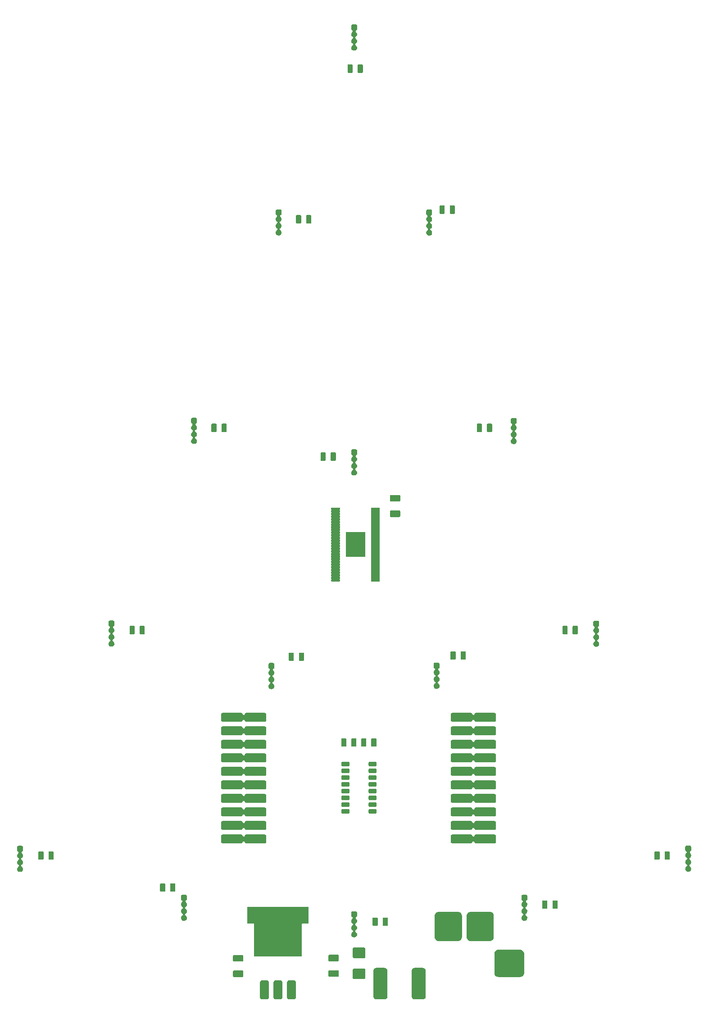
<source format=gts>
%TF.GenerationSoftware,KiCad,Pcbnew,no-vcs-found-9447181~59~ubuntu16.04.1*%
%TF.CreationDate,2017-08-15T14:11:42-06:00*%
%TF.ProjectId,Christmas_Tree_Disco,4368726973746D61735F547265655F44,V1.0*%
%TF.SameCoordinates,Original*%
%TF.FileFunction,Soldermask,Top*%
%TF.FilePolarity,Negative*%
%FSLAX46Y46*%
G04 Gerber Fmt 4.6, Leading zero omitted, Abs format (unit mm)*
G04 Created by KiCad (PCBNEW no-vcs-found-9447181~59~ubuntu16.04.1) date Tue Aug 15 14:11:42 2017*
%MOMM*%
%LPD*%
G01*
G04 APERTURE LIST*
%ADD10C,0.100000*%
G04 APERTURE END LIST*
D10*
G36*
X91946344Y-208914591D02*
X92022903Y-208937815D01*
X92022905Y-208937816D01*
X92093465Y-208975531D01*
X92093466Y-208975532D01*
X92093468Y-208975533D01*
X92155313Y-209026287D01*
X92206067Y-209088132D01*
X92243785Y-209158697D01*
X92267009Y-209235256D01*
X92275819Y-209324707D01*
X92275819Y-212091693D01*
X92267009Y-212181144D01*
X92243785Y-212257703D01*
X92206067Y-212328268D01*
X92155313Y-212390113D01*
X92093468Y-212440867D01*
X92093466Y-212440868D01*
X92093465Y-212440869D01*
X92051533Y-212463282D01*
X92022903Y-212478585D01*
X91946344Y-212501809D01*
X91856893Y-212510619D01*
X91023107Y-212510619D01*
X90933656Y-212501809D01*
X90857097Y-212478585D01*
X90828467Y-212463282D01*
X90786535Y-212440869D01*
X90786534Y-212440868D01*
X90786532Y-212440867D01*
X90724687Y-212390113D01*
X90673933Y-212328268D01*
X90636215Y-212257703D01*
X90612991Y-212181144D01*
X90604181Y-212091693D01*
X90604181Y-209324707D01*
X90612991Y-209235256D01*
X90636215Y-209158697D01*
X90673933Y-209088132D01*
X90724687Y-209026287D01*
X90786532Y-208975533D01*
X90786534Y-208975532D01*
X90786535Y-208975531D01*
X90857095Y-208937816D01*
X90857097Y-208937815D01*
X90933656Y-208914591D01*
X91023107Y-208905781D01*
X91856893Y-208905781D01*
X91946344Y-208914591D01*
X91946344Y-208914591D01*
G37*
G36*
X94486344Y-208914591D02*
X94562903Y-208937815D01*
X94562905Y-208937816D01*
X94633465Y-208975531D01*
X94633466Y-208975532D01*
X94633468Y-208975533D01*
X94695313Y-209026287D01*
X94746067Y-209088132D01*
X94783785Y-209158697D01*
X94807009Y-209235256D01*
X94815819Y-209324707D01*
X94815819Y-212091693D01*
X94807009Y-212181144D01*
X94783785Y-212257703D01*
X94746067Y-212328268D01*
X94695313Y-212390113D01*
X94633468Y-212440867D01*
X94633466Y-212440868D01*
X94633465Y-212440869D01*
X94591533Y-212463282D01*
X94562903Y-212478585D01*
X94486344Y-212501809D01*
X94396893Y-212510619D01*
X93563107Y-212510619D01*
X93473656Y-212501809D01*
X93397097Y-212478585D01*
X93368467Y-212463282D01*
X93326535Y-212440869D01*
X93326534Y-212440868D01*
X93326532Y-212440867D01*
X93264687Y-212390113D01*
X93213933Y-212328268D01*
X93176215Y-212257703D01*
X93152991Y-212181144D01*
X93144181Y-212091693D01*
X93144181Y-209324707D01*
X93152991Y-209235256D01*
X93176215Y-209158697D01*
X93213933Y-209088132D01*
X93264687Y-209026287D01*
X93326532Y-208975533D01*
X93326534Y-208975532D01*
X93326535Y-208975531D01*
X93397095Y-208937816D01*
X93397097Y-208937815D01*
X93473656Y-208914591D01*
X93563107Y-208905781D01*
X94396893Y-208905781D01*
X94486344Y-208914591D01*
X94486344Y-208914591D01*
G37*
G36*
X97026344Y-208914591D02*
X97102903Y-208937815D01*
X97102905Y-208937816D01*
X97173465Y-208975531D01*
X97173466Y-208975532D01*
X97173468Y-208975533D01*
X97235313Y-209026287D01*
X97286067Y-209088132D01*
X97323785Y-209158697D01*
X97347009Y-209235256D01*
X97355819Y-209324707D01*
X97355819Y-212091693D01*
X97347009Y-212181144D01*
X97323785Y-212257703D01*
X97286067Y-212328268D01*
X97235313Y-212390113D01*
X97173468Y-212440867D01*
X97173466Y-212440868D01*
X97173465Y-212440869D01*
X97131533Y-212463282D01*
X97102903Y-212478585D01*
X97026344Y-212501809D01*
X96936893Y-212510619D01*
X96103107Y-212510619D01*
X96013656Y-212501809D01*
X95937097Y-212478585D01*
X95908467Y-212463282D01*
X95866535Y-212440869D01*
X95866534Y-212440868D01*
X95866532Y-212440867D01*
X95804687Y-212390113D01*
X95753933Y-212328268D01*
X95716215Y-212257703D01*
X95692991Y-212181144D01*
X95684181Y-212091693D01*
X95684181Y-209324707D01*
X95692991Y-209235256D01*
X95716215Y-209158697D01*
X95753933Y-209088132D01*
X95804687Y-209026287D01*
X95866532Y-208975533D01*
X95866534Y-208975532D01*
X95866535Y-208975531D01*
X95937095Y-208937816D01*
X95937097Y-208937815D01*
X96013656Y-208914591D01*
X96103107Y-208905781D01*
X96936893Y-208905781D01*
X97026344Y-208914591D01*
X97026344Y-208914591D01*
G37*
G36*
X121248735Y-206599409D02*
X121337828Y-206608184D01*
X121337831Y-206608185D01*
X121431895Y-206636718D01*
X121518591Y-206683058D01*
X121594579Y-206745421D01*
X121656942Y-206821409D01*
X121703282Y-206908105D01*
X121728124Y-206990000D01*
X121731816Y-207002172D01*
X121739678Y-207082003D01*
X121742419Y-207109827D01*
X121742419Y-211990173D01*
X121741451Y-212000000D01*
X121731816Y-212097828D01*
X121731815Y-212097831D01*
X121703282Y-212191895D01*
X121656942Y-212278591D01*
X121594579Y-212354579D01*
X121518591Y-212416942D01*
X121431895Y-212463282D01*
X121343535Y-212490085D01*
X121337828Y-212491816D01*
X121248735Y-212500591D01*
X121230173Y-212502419D01*
X119649827Y-212502419D01*
X119631265Y-212500591D01*
X119542172Y-212491816D01*
X119536465Y-212490085D01*
X119448105Y-212463282D01*
X119361409Y-212416942D01*
X119285421Y-212354579D01*
X119223058Y-212278591D01*
X119176718Y-212191895D01*
X119148185Y-212097831D01*
X119148184Y-212097828D01*
X119138549Y-212000000D01*
X119137581Y-211990173D01*
X119137581Y-207109827D01*
X119140322Y-207082003D01*
X119148184Y-207002172D01*
X119151876Y-206990000D01*
X119176718Y-206908105D01*
X119223058Y-206821409D01*
X119285421Y-206745421D01*
X119361409Y-206683058D01*
X119448105Y-206636718D01*
X119542169Y-206608185D01*
X119542172Y-206608184D01*
X119631265Y-206599409D01*
X119649827Y-206597581D01*
X121230173Y-206597581D01*
X121248735Y-206599409D01*
X121248735Y-206599409D01*
G37*
G36*
X114048735Y-206599409D02*
X114137828Y-206608184D01*
X114137831Y-206608185D01*
X114231895Y-206636718D01*
X114318591Y-206683058D01*
X114394579Y-206745421D01*
X114456942Y-206821409D01*
X114503282Y-206908105D01*
X114528124Y-206990000D01*
X114531816Y-207002172D01*
X114539678Y-207082003D01*
X114542419Y-207109827D01*
X114542419Y-211990173D01*
X114541451Y-212000000D01*
X114531816Y-212097828D01*
X114531815Y-212097831D01*
X114503282Y-212191895D01*
X114456942Y-212278591D01*
X114394579Y-212354579D01*
X114318591Y-212416942D01*
X114231895Y-212463282D01*
X114143535Y-212490085D01*
X114137828Y-212491816D01*
X114048735Y-212500591D01*
X114030173Y-212502419D01*
X112449827Y-212502419D01*
X112431265Y-212500591D01*
X112342172Y-212491816D01*
X112336465Y-212490085D01*
X112248105Y-212463282D01*
X112161409Y-212416942D01*
X112085421Y-212354579D01*
X112023058Y-212278591D01*
X111976718Y-212191895D01*
X111948185Y-212097831D01*
X111948184Y-212097828D01*
X111938549Y-212000000D01*
X111937581Y-211990173D01*
X111937581Y-207109827D01*
X111940322Y-207082003D01*
X111948184Y-207002172D01*
X111951876Y-206990000D01*
X111976718Y-206908105D01*
X112023058Y-206821409D01*
X112085421Y-206745421D01*
X112161409Y-206683058D01*
X112248105Y-206636718D01*
X112342169Y-206608185D01*
X112342172Y-206608184D01*
X112431265Y-206599409D01*
X112449827Y-206597581D01*
X114030173Y-206597581D01*
X114048735Y-206599409D01*
X114048735Y-206599409D01*
G37*
G36*
X110133337Y-206709846D02*
X110184720Y-206714906D01*
X110214426Y-206723917D01*
X110237337Y-206730867D01*
X110285826Y-206756785D01*
X110328331Y-206791669D01*
X110363215Y-206834174D01*
X110389133Y-206882663D01*
X110389133Y-206882664D01*
X110405094Y-206935280D01*
X110410154Y-206986663D01*
X110411451Y-206999827D01*
X110411451Y-208420173D01*
X110410483Y-208430000D01*
X110405094Y-208484720D01*
X110405093Y-208484722D01*
X110389133Y-208537337D01*
X110363215Y-208585826D01*
X110328331Y-208628331D01*
X110285826Y-208663215D01*
X110237337Y-208689133D01*
X110214426Y-208696083D01*
X110184720Y-208705094D01*
X110133337Y-208710154D01*
X110120173Y-208711451D01*
X108319827Y-208711451D01*
X108306663Y-208710154D01*
X108255280Y-208705094D01*
X108225574Y-208696083D01*
X108202663Y-208689133D01*
X108154174Y-208663215D01*
X108111669Y-208628331D01*
X108076785Y-208585826D01*
X108050867Y-208537337D01*
X108034907Y-208484722D01*
X108034906Y-208484720D01*
X108029517Y-208430000D01*
X108028549Y-208420173D01*
X108028549Y-206999827D01*
X108029846Y-206986663D01*
X108034906Y-206935280D01*
X108050867Y-206882664D01*
X108050867Y-206882663D01*
X108076785Y-206834174D01*
X108111669Y-206791669D01*
X108154174Y-206756785D01*
X108202663Y-206730867D01*
X108225574Y-206723917D01*
X108255280Y-206714906D01*
X108306663Y-206709846D01*
X108319827Y-206708549D01*
X110120173Y-206708549D01*
X110133337Y-206709846D01*
X110133337Y-206709846D01*
G37*
G36*
X87299095Y-207086714D02*
X87299100Y-207086714D01*
X87322389Y-207089008D01*
X87331133Y-207089869D01*
X87346531Y-207094540D01*
X87361931Y-207099212D01*
X87390317Y-207114384D01*
X87415197Y-207134803D01*
X87435616Y-207159683D01*
X87450788Y-207188069D01*
X87453831Y-207198100D01*
X87460131Y-207218867D01*
X87460131Y-207218869D01*
X87463286Y-207250900D01*
X87463286Y-207250905D01*
X87464253Y-207260725D01*
X87464253Y-208139275D01*
X87463286Y-208149095D01*
X87463286Y-208149100D01*
X87462298Y-208159129D01*
X87460131Y-208181133D01*
X87458194Y-208187517D01*
X87450788Y-208211931D01*
X87435616Y-208240317D01*
X87415197Y-208265197D01*
X87390317Y-208285616D01*
X87361931Y-208300788D01*
X87346531Y-208305459D01*
X87331133Y-208310131D01*
X87322389Y-208310992D01*
X87299100Y-208313286D01*
X87299095Y-208313286D01*
X87289275Y-208314253D01*
X85710725Y-208314253D01*
X85700905Y-208313286D01*
X85700900Y-208313286D01*
X85677611Y-208310992D01*
X85668867Y-208310131D01*
X85653469Y-208305459D01*
X85638069Y-208300788D01*
X85609683Y-208285616D01*
X85584803Y-208265197D01*
X85564384Y-208240317D01*
X85549212Y-208211931D01*
X85541806Y-208187517D01*
X85539869Y-208181133D01*
X85537702Y-208159129D01*
X85536714Y-208149100D01*
X85536714Y-208149095D01*
X85535747Y-208139275D01*
X85535747Y-207260725D01*
X85536714Y-207250905D01*
X85536714Y-207250900D01*
X85539869Y-207218869D01*
X85539869Y-207218867D01*
X85546169Y-207198100D01*
X85549212Y-207188069D01*
X85564384Y-207159683D01*
X85584803Y-207134803D01*
X85609683Y-207114384D01*
X85638069Y-207099212D01*
X85653469Y-207094540D01*
X85668867Y-207089869D01*
X85677611Y-207089008D01*
X85700900Y-207086714D01*
X85700905Y-207086714D01*
X85710725Y-207085747D01*
X87289275Y-207085747D01*
X87299095Y-207086714D01*
X87299095Y-207086714D01*
G37*
G36*
X139646600Y-203212987D02*
X139787571Y-203255751D01*
X139860915Y-203294954D01*
X139917484Y-203325191D01*
X139917486Y-203325192D01*
X139917485Y-203325192D01*
X140031357Y-203418643D01*
X140124808Y-203532515D01*
X140194249Y-203662429D01*
X140237013Y-203803400D01*
X140252419Y-203959825D01*
X140252419Y-207540175D01*
X140237013Y-207696600D01*
X140194249Y-207837571D01*
X140124808Y-207967485D01*
X140031357Y-208081357D01*
X139936590Y-208159129D01*
X139917484Y-208174809D01*
X139860915Y-208205046D01*
X139787571Y-208244249D01*
X139787568Y-208244250D01*
X139771449Y-208249140D01*
X139646600Y-208287013D01*
X139490175Y-208302419D01*
X135409825Y-208302419D01*
X135253400Y-208287013D01*
X135128551Y-208249140D01*
X135112432Y-208244250D01*
X135112429Y-208244249D01*
X135039085Y-208205046D01*
X134982516Y-208174809D01*
X134963410Y-208159129D01*
X134868643Y-208081357D01*
X134775192Y-207967485D01*
X134705751Y-207837571D01*
X134662987Y-207696600D01*
X134647581Y-207540175D01*
X134647581Y-203959825D01*
X134662987Y-203803400D01*
X134705751Y-203662429D01*
X134775192Y-203532515D01*
X134868643Y-203418643D01*
X134982515Y-203325192D01*
X134982514Y-203325192D01*
X134982516Y-203325191D01*
X135039085Y-203294954D01*
X135112429Y-203255751D01*
X135253400Y-203212987D01*
X135409825Y-203197581D01*
X139490175Y-203197581D01*
X139646600Y-203212987D01*
X139646600Y-203212987D01*
G37*
G36*
X105243895Y-207033914D02*
X105243900Y-207033914D01*
X105267189Y-207036208D01*
X105275933Y-207037069D01*
X105291331Y-207041740D01*
X105306731Y-207046412D01*
X105335117Y-207061584D01*
X105359997Y-207082003D01*
X105380416Y-207106883D01*
X105395588Y-207135269D01*
X105400260Y-207150669D01*
X105404931Y-207166067D01*
X105404931Y-207166069D01*
X105408086Y-207198100D01*
X105408086Y-207198105D01*
X105409053Y-207207925D01*
X105409053Y-208086475D01*
X105408086Y-208096295D01*
X105408086Y-208096300D01*
X105405792Y-208119589D01*
X105404931Y-208128333D01*
X105401611Y-208139275D01*
X105395588Y-208159131D01*
X105380416Y-208187517D01*
X105359997Y-208212397D01*
X105335117Y-208232816D01*
X105306731Y-208247988D01*
X105291331Y-208252660D01*
X105275933Y-208257331D01*
X105267189Y-208258192D01*
X105243900Y-208260486D01*
X105243895Y-208260486D01*
X105234075Y-208261453D01*
X103655525Y-208261453D01*
X103645705Y-208260486D01*
X103645700Y-208260486D01*
X103622411Y-208258192D01*
X103613667Y-208257331D01*
X103598269Y-208252660D01*
X103582869Y-208247988D01*
X103554483Y-208232816D01*
X103529603Y-208212397D01*
X103509184Y-208187517D01*
X103494012Y-208159131D01*
X103487989Y-208139275D01*
X103484669Y-208128333D01*
X103483808Y-208119589D01*
X103481514Y-208096300D01*
X103481514Y-208096295D01*
X103480547Y-208086475D01*
X103480547Y-207207925D01*
X103481514Y-207198105D01*
X103481514Y-207198100D01*
X103484669Y-207166069D01*
X103484669Y-207166067D01*
X103489341Y-207150669D01*
X103494012Y-207135269D01*
X103509184Y-207106883D01*
X103529603Y-207082003D01*
X103554483Y-207061584D01*
X103582869Y-207046412D01*
X103598269Y-207041740D01*
X103613667Y-207037069D01*
X103622411Y-207036208D01*
X103645700Y-207033914D01*
X103645705Y-207033914D01*
X103655525Y-207032947D01*
X105234075Y-207032947D01*
X105243895Y-207033914D01*
X105243895Y-207033914D01*
G37*
G36*
X87299095Y-204186714D02*
X87299100Y-204186714D01*
X87322389Y-204189008D01*
X87331133Y-204189869D01*
X87346531Y-204194540D01*
X87361931Y-204199212D01*
X87390317Y-204214384D01*
X87415197Y-204234803D01*
X87435616Y-204259683D01*
X87450788Y-204288069D01*
X87453831Y-204298100D01*
X87460131Y-204318867D01*
X87460131Y-204318869D01*
X87463286Y-204350900D01*
X87463286Y-204350905D01*
X87464253Y-204360725D01*
X87464253Y-205239275D01*
X87463286Y-205249095D01*
X87463286Y-205249100D01*
X87462298Y-205259129D01*
X87460131Y-205281133D01*
X87458194Y-205287517D01*
X87450788Y-205311931D01*
X87435616Y-205340317D01*
X87415197Y-205365197D01*
X87390317Y-205385616D01*
X87361931Y-205400788D01*
X87346531Y-205405459D01*
X87331133Y-205410131D01*
X87322389Y-205410992D01*
X87299100Y-205413286D01*
X87299095Y-205413286D01*
X87289275Y-205414253D01*
X85710725Y-205414253D01*
X85700905Y-205413286D01*
X85700900Y-205413286D01*
X85677611Y-205410992D01*
X85668867Y-205410131D01*
X85653469Y-205405459D01*
X85638069Y-205400788D01*
X85609683Y-205385616D01*
X85584803Y-205365197D01*
X85564384Y-205340317D01*
X85549212Y-205311931D01*
X85541806Y-205287517D01*
X85539869Y-205281133D01*
X85537702Y-205259129D01*
X85536714Y-205249100D01*
X85536714Y-205249095D01*
X85535747Y-205239275D01*
X85535747Y-204360725D01*
X85536714Y-204350905D01*
X85536714Y-204350900D01*
X85539869Y-204318869D01*
X85539869Y-204318867D01*
X85546169Y-204298100D01*
X85549212Y-204288069D01*
X85564384Y-204259683D01*
X85584803Y-204234803D01*
X85609683Y-204214384D01*
X85638069Y-204199212D01*
X85653469Y-204194540D01*
X85668867Y-204189869D01*
X85677611Y-204189008D01*
X85700900Y-204186714D01*
X85700905Y-204186714D01*
X85710725Y-204185747D01*
X87289275Y-204185747D01*
X87299095Y-204186714D01*
X87299095Y-204186714D01*
G37*
G36*
X105243895Y-204133914D02*
X105243900Y-204133914D01*
X105267189Y-204136208D01*
X105275933Y-204137069D01*
X105291331Y-204141740D01*
X105306731Y-204146412D01*
X105335117Y-204161584D01*
X105359997Y-204182003D01*
X105380416Y-204206883D01*
X105395588Y-204235269D01*
X105400260Y-204250669D01*
X105404931Y-204266067D01*
X105404931Y-204266069D01*
X105408086Y-204298100D01*
X105408086Y-204298105D01*
X105409053Y-204307925D01*
X105409053Y-205186475D01*
X105408086Y-205196295D01*
X105408086Y-205196300D01*
X105405792Y-205219589D01*
X105404931Y-205228333D01*
X105401611Y-205239275D01*
X105395588Y-205259131D01*
X105380416Y-205287517D01*
X105359997Y-205312397D01*
X105335117Y-205332816D01*
X105306731Y-205347988D01*
X105291331Y-205352659D01*
X105275933Y-205357331D01*
X105267189Y-205358192D01*
X105243900Y-205360486D01*
X105243895Y-205360486D01*
X105234075Y-205361453D01*
X103655525Y-205361453D01*
X103645705Y-205360486D01*
X103645700Y-205360486D01*
X103622411Y-205358192D01*
X103613667Y-205357331D01*
X103598269Y-205352659D01*
X103582869Y-205347988D01*
X103554483Y-205332816D01*
X103529603Y-205312397D01*
X103509184Y-205287517D01*
X103494012Y-205259131D01*
X103487989Y-205239275D01*
X103484669Y-205228333D01*
X103483808Y-205219589D01*
X103481514Y-205196300D01*
X103481514Y-205196295D01*
X103480547Y-205186475D01*
X103480547Y-204307925D01*
X103481514Y-204298105D01*
X103481514Y-204298100D01*
X103484669Y-204266069D01*
X103484669Y-204266067D01*
X103489341Y-204250669D01*
X103494012Y-204235269D01*
X103509184Y-204206883D01*
X103529603Y-204182003D01*
X103554483Y-204161584D01*
X103582869Y-204146412D01*
X103598269Y-204141740D01*
X103613667Y-204137069D01*
X103622411Y-204136208D01*
X103645700Y-204133914D01*
X103645705Y-204133914D01*
X103655525Y-204132947D01*
X105234075Y-204132947D01*
X105243895Y-204133914D01*
X105243895Y-204133914D01*
G37*
G36*
X110133337Y-202769846D02*
X110184720Y-202774906D01*
X110214426Y-202783917D01*
X110237337Y-202790867D01*
X110285826Y-202816785D01*
X110328331Y-202851669D01*
X110363215Y-202894174D01*
X110389133Y-202942663D01*
X110389133Y-202942664D01*
X110405094Y-202995280D01*
X110410154Y-203046663D01*
X110411451Y-203059827D01*
X110411451Y-204480173D01*
X110410483Y-204490000D01*
X110405094Y-204544720D01*
X110405093Y-204544722D01*
X110389133Y-204597337D01*
X110363215Y-204645826D01*
X110328331Y-204688331D01*
X110285826Y-204723215D01*
X110237337Y-204749133D01*
X110214426Y-204756083D01*
X110184720Y-204765094D01*
X110133337Y-204770154D01*
X110120173Y-204771451D01*
X108319827Y-204771451D01*
X108306663Y-204770154D01*
X108255280Y-204765094D01*
X108225574Y-204756083D01*
X108202663Y-204749133D01*
X108154174Y-204723215D01*
X108111669Y-204688331D01*
X108076785Y-204645826D01*
X108050867Y-204597337D01*
X108034907Y-204544722D01*
X108034906Y-204544720D01*
X108029517Y-204490000D01*
X108028549Y-204480173D01*
X108028549Y-203059827D01*
X108029846Y-203046663D01*
X108034906Y-202995280D01*
X108050867Y-202942664D01*
X108050867Y-202942663D01*
X108076785Y-202894174D01*
X108111669Y-202851669D01*
X108154174Y-202816785D01*
X108202663Y-202790867D01*
X108225574Y-202783917D01*
X108255280Y-202774906D01*
X108306663Y-202769846D01*
X108319827Y-202768549D01*
X110120173Y-202768549D01*
X110133337Y-202769846D01*
X110133337Y-202769846D01*
G37*
G36*
X99741000Y-198232000D02*
X98645600Y-198232000D01*
X98606582Y-198235843D01*
X98569063Y-198247224D01*
X98534486Y-198265706D01*
X98504179Y-198290579D01*
X98479306Y-198320886D01*
X98460824Y-198355463D01*
X98449443Y-198392982D01*
X98445600Y-198432000D01*
X98445600Y-204455000D01*
X89514400Y-204455000D01*
X89514400Y-198432000D01*
X89510557Y-198392982D01*
X89499176Y-198355463D01*
X89480694Y-198320886D01*
X89455821Y-198290579D01*
X89425514Y-198265706D01*
X89390937Y-198247224D01*
X89353418Y-198235843D01*
X89314400Y-198232000D01*
X88219000Y-198232000D01*
X88219000Y-195092000D01*
X99741000Y-195092000D01*
X99741000Y-198232000D01*
X99741000Y-198232000D01*
G37*
G36*
X127946600Y-196062987D02*
X128087571Y-196105751D01*
X128160915Y-196144954D01*
X128217484Y-196175191D01*
X128217486Y-196175192D01*
X128217485Y-196175192D01*
X128331357Y-196268643D01*
X128424808Y-196382515D01*
X128494249Y-196512429D01*
X128537013Y-196653400D01*
X128552419Y-196809825D01*
X128552419Y-200790175D01*
X128537013Y-200946600D01*
X128494249Y-201087571D01*
X128424808Y-201217485D01*
X128331357Y-201331357D01*
X128227694Y-201416429D01*
X128217484Y-201424809D01*
X128160915Y-201455045D01*
X128087571Y-201494249D01*
X127946600Y-201537013D01*
X127790175Y-201552419D01*
X124209825Y-201552419D01*
X124053400Y-201537013D01*
X123912429Y-201494249D01*
X123839085Y-201455045D01*
X123782516Y-201424809D01*
X123772305Y-201416429D01*
X123668643Y-201331357D01*
X123575192Y-201217485D01*
X123505751Y-201087571D01*
X123462987Y-200946600D01*
X123447581Y-200790175D01*
X123447581Y-196809825D01*
X123462987Y-196653400D01*
X123505751Y-196512429D01*
X123575192Y-196382515D01*
X123668643Y-196268643D01*
X123782515Y-196175192D01*
X123782514Y-196175192D01*
X123782516Y-196175191D01*
X123839085Y-196144954D01*
X123912429Y-196105751D01*
X124053400Y-196062987D01*
X124209825Y-196047581D01*
X127790175Y-196047581D01*
X127946600Y-196062987D01*
X127946600Y-196062987D01*
G37*
G36*
X133946600Y-196062987D02*
X134087571Y-196105751D01*
X134160915Y-196144954D01*
X134217484Y-196175191D01*
X134217486Y-196175192D01*
X134217485Y-196175192D01*
X134331357Y-196268643D01*
X134424808Y-196382515D01*
X134494249Y-196512429D01*
X134537013Y-196653400D01*
X134552419Y-196809825D01*
X134552419Y-200790175D01*
X134537013Y-200946600D01*
X134494249Y-201087571D01*
X134424808Y-201217485D01*
X134331357Y-201331357D01*
X134227694Y-201416429D01*
X134217484Y-201424809D01*
X134160915Y-201455045D01*
X134087571Y-201494249D01*
X133946600Y-201537013D01*
X133790175Y-201552419D01*
X130209825Y-201552419D01*
X130053400Y-201537013D01*
X129912429Y-201494249D01*
X129839085Y-201455045D01*
X129782516Y-201424809D01*
X129772305Y-201416429D01*
X129668643Y-201331357D01*
X129575192Y-201217485D01*
X129505751Y-201087571D01*
X129462987Y-200946600D01*
X129447581Y-200790175D01*
X129447581Y-196809825D01*
X129462987Y-196653400D01*
X129505751Y-196512429D01*
X129575192Y-196382515D01*
X129668643Y-196268643D01*
X129782515Y-196175192D01*
X129782514Y-196175192D01*
X129782516Y-196175191D01*
X129839085Y-196144954D01*
X129912429Y-196105751D01*
X130053400Y-196062987D01*
X130209825Y-196047581D01*
X133790175Y-196047581D01*
X133946600Y-196062987D01*
X133946600Y-196062987D01*
G37*
G36*
X108629335Y-195946835D02*
X108681584Y-195962685D01*
X108729735Y-195988422D01*
X108771941Y-196023059D01*
X108804709Y-196062988D01*
X108806578Y-196065265D01*
X108832315Y-196113416D01*
X108848165Y-196165665D01*
X108854484Y-196229825D01*
X108854484Y-196760175D01*
X108848165Y-196824335D01*
X108832315Y-196876584D01*
X108806578Y-196924735D01*
X108771941Y-196966941D01*
X108729735Y-197001578D01*
X108700329Y-197017295D01*
X108667731Y-197039076D01*
X108640008Y-197066799D01*
X108618225Y-197099399D01*
X108603221Y-197135621D01*
X108595572Y-197174074D01*
X108595572Y-197213281D01*
X108603221Y-197251735D01*
X108618224Y-197287957D01*
X108652694Y-197334605D01*
X108731013Y-197413473D01*
X108791085Y-197503888D01*
X108832449Y-197604244D01*
X108853258Y-197709338D01*
X108853257Y-197709381D01*
X108853524Y-197710727D01*
X108851792Y-197834708D01*
X108851489Y-197836043D01*
X108851488Y-197836086D01*
X108827752Y-197940561D01*
X108783602Y-198039724D01*
X108721033Y-198128421D01*
X108642420Y-198203283D01*
X108598744Y-198231001D01*
X108567860Y-198255152D01*
X108542280Y-198284865D01*
X108522988Y-198318997D01*
X108510727Y-198356238D01*
X108505966Y-198395154D01*
X108508888Y-198434252D01*
X108519382Y-198472028D01*
X108537045Y-198507032D01*
X108561196Y-198537916D01*
X108594072Y-198565674D01*
X108654527Y-198606451D01*
X108731013Y-198683473D01*
X108791085Y-198773888D01*
X108832449Y-198874244D01*
X108853258Y-198979338D01*
X108853257Y-198979381D01*
X108853524Y-198980727D01*
X108851792Y-199104708D01*
X108851489Y-199106043D01*
X108851488Y-199106086D01*
X108827752Y-199210561D01*
X108783602Y-199309724D01*
X108721033Y-199398421D01*
X108642420Y-199473283D01*
X108598744Y-199501001D01*
X108567860Y-199525152D01*
X108542280Y-199554865D01*
X108522988Y-199588997D01*
X108510727Y-199626238D01*
X108505966Y-199665154D01*
X108508888Y-199704252D01*
X108519382Y-199742028D01*
X108537045Y-199777032D01*
X108561196Y-199807916D01*
X108594072Y-199835674D01*
X108654527Y-199876451D01*
X108731013Y-199953473D01*
X108791085Y-200043888D01*
X108832449Y-200144244D01*
X108853258Y-200249338D01*
X108853257Y-200249381D01*
X108853524Y-200250727D01*
X108851792Y-200374708D01*
X108851489Y-200376043D01*
X108851488Y-200376086D01*
X108827752Y-200480561D01*
X108783602Y-200579724D01*
X108721033Y-200668421D01*
X108642422Y-200743282D01*
X108550772Y-200801444D01*
X108449571Y-200840698D01*
X108342667Y-200859548D01*
X108234149Y-200857275D01*
X108128127Y-200833964D01*
X108028658Y-200790507D01*
X107939526Y-200728559D01*
X107864119Y-200650473D01*
X107805318Y-200559231D01*
X107765359Y-200458307D01*
X107745763Y-200351538D01*
X107747279Y-200243006D01*
X107769848Y-200136826D01*
X107812611Y-200037053D01*
X107873934Y-199947493D01*
X107951493Y-199871541D01*
X108003266Y-199837662D01*
X108033811Y-199813081D01*
X108058974Y-199783014D01*
X108077787Y-199748616D01*
X108089528Y-199711209D01*
X108093746Y-199672229D01*
X108090278Y-199633176D01*
X108079258Y-199595550D01*
X108061109Y-199560797D01*
X108036528Y-199530252D01*
X108007897Y-199506078D01*
X107939526Y-199458559D01*
X107864119Y-199380473D01*
X107805318Y-199289231D01*
X107765359Y-199188307D01*
X107745763Y-199081538D01*
X107747279Y-198973006D01*
X107769848Y-198866826D01*
X107812611Y-198767053D01*
X107873934Y-198677493D01*
X107951493Y-198601541D01*
X108003266Y-198567662D01*
X108033811Y-198543081D01*
X108058974Y-198513014D01*
X108077787Y-198478616D01*
X108089528Y-198441209D01*
X108093746Y-198402229D01*
X108090278Y-198363176D01*
X108079258Y-198325550D01*
X108061109Y-198290797D01*
X108036528Y-198260252D01*
X108007897Y-198236078D01*
X107939526Y-198188559D01*
X107864119Y-198110473D01*
X107805318Y-198019231D01*
X107765359Y-197918307D01*
X107745763Y-197811538D01*
X107747279Y-197703006D01*
X107769848Y-197596826D01*
X107812611Y-197497053D01*
X107873936Y-197407490D01*
X107945990Y-197336929D01*
X107971179Y-197306883D01*
X107990022Y-197272501D01*
X108001795Y-197235104D01*
X108006046Y-197196128D01*
X108002612Y-197157072D01*
X107991624Y-197119436D01*
X107973505Y-197084668D01*
X107948951Y-197054102D01*
X107918905Y-197028913D01*
X107900335Y-197017650D01*
X107870265Y-197001578D01*
X107828059Y-196966941D01*
X107793422Y-196924735D01*
X107767685Y-196876584D01*
X107751835Y-196824335D01*
X107745516Y-196760175D01*
X107745516Y-196229825D01*
X107751835Y-196165665D01*
X107767685Y-196113416D01*
X107793422Y-196065265D01*
X107795291Y-196062988D01*
X107828059Y-196023059D01*
X107870265Y-195988422D01*
X107918416Y-195962685D01*
X107970665Y-195946835D01*
X108034825Y-195940516D01*
X108565175Y-195940516D01*
X108629335Y-195946835D01*
X108629335Y-195946835D01*
G37*
G36*
X112623940Y-197126822D02*
X112647638Y-197134011D01*
X112669469Y-197145680D01*
X112688611Y-197161389D01*
X112704320Y-197180531D01*
X112715989Y-197202362D01*
X112723178Y-197226060D01*
X112726572Y-197260524D01*
X112726572Y-198539476D01*
X112723178Y-198573940D01*
X112715989Y-198597638D01*
X112704320Y-198619469D01*
X112688611Y-198638611D01*
X112669469Y-198654320D01*
X112647638Y-198665989D01*
X112623940Y-198673178D01*
X112589476Y-198676572D01*
X111910524Y-198676572D01*
X111876060Y-198673178D01*
X111852362Y-198665989D01*
X111830531Y-198654320D01*
X111811389Y-198638611D01*
X111795680Y-198619469D01*
X111784011Y-198597638D01*
X111776822Y-198573940D01*
X111773428Y-198539476D01*
X111773428Y-197260524D01*
X111776822Y-197226060D01*
X111784011Y-197202362D01*
X111795680Y-197180531D01*
X111811389Y-197161389D01*
X111830531Y-197145680D01*
X111852362Y-197134011D01*
X111876060Y-197126822D01*
X111910524Y-197123428D01*
X112589476Y-197123428D01*
X112623940Y-197126822D01*
X112623940Y-197126822D01*
G37*
G36*
X114523940Y-197126822D02*
X114547638Y-197134011D01*
X114569469Y-197145680D01*
X114588611Y-197161389D01*
X114604320Y-197180531D01*
X114615989Y-197202362D01*
X114623178Y-197226060D01*
X114626572Y-197260524D01*
X114626572Y-198539476D01*
X114623178Y-198573940D01*
X114615989Y-198597638D01*
X114604320Y-198619469D01*
X114588611Y-198638611D01*
X114569469Y-198654320D01*
X114547638Y-198665989D01*
X114523940Y-198673178D01*
X114489476Y-198676572D01*
X113810524Y-198676572D01*
X113776060Y-198673178D01*
X113752362Y-198665989D01*
X113730531Y-198654320D01*
X113711389Y-198638611D01*
X113695680Y-198619469D01*
X113684011Y-198597638D01*
X113676822Y-198573940D01*
X113673428Y-198539476D01*
X113673428Y-197260524D01*
X113676822Y-197226060D01*
X113684011Y-197202362D01*
X113695680Y-197180531D01*
X113711389Y-197161389D01*
X113730531Y-197145680D01*
X113752362Y-197134011D01*
X113776060Y-197126822D01*
X113810524Y-197123428D01*
X114489476Y-197123428D01*
X114523940Y-197126822D01*
X114523940Y-197126822D01*
G37*
G36*
X76629335Y-192846835D02*
X76681584Y-192862685D01*
X76729735Y-192888422D01*
X76771941Y-192923059D01*
X76806578Y-192965265D01*
X76832315Y-193013416D01*
X76848165Y-193065665D01*
X76854484Y-193129825D01*
X76854484Y-193660175D01*
X76848165Y-193724335D01*
X76832315Y-193776584D01*
X76806578Y-193824735D01*
X76771941Y-193866941D01*
X76729735Y-193901578D01*
X76700329Y-193917295D01*
X76667731Y-193939076D01*
X76640008Y-193966799D01*
X76618225Y-193999399D01*
X76603221Y-194035621D01*
X76595572Y-194074074D01*
X76595572Y-194113281D01*
X76603221Y-194151735D01*
X76618224Y-194187957D01*
X76652694Y-194234605D01*
X76731013Y-194313473D01*
X76791085Y-194403888D01*
X76832449Y-194504244D01*
X76853258Y-194609338D01*
X76853257Y-194609381D01*
X76853524Y-194610727D01*
X76851792Y-194734708D01*
X76851489Y-194736043D01*
X76851488Y-194736086D01*
X76827752Y-194840561D01*
X76783602Y-194939724D01*
X76721033Y-195028421D01*
X76642420Y-195103283D01*
X76598744Y-195131001D01*
X76567860Y-195155152D01*
X76542280Y-195184865D01*
X76522988Y-195218997D01*
X76510727Y-195256238D01*
X76505966Y-195295154D01*
X76508888Y-195334252D01*
X76519382Y-195372028D01*
X76537045Y-195407032D01*
X76561196Y-195437916D01*
X76594072Y-195465674D01*
X76654527Y-195506451D01*
X76731013Y-195583473D01*
X76791085Y-195673888D01*
X76832449Y-195774244D01*
X76853258Y-195879338D01*
X76853257Y-195879381D01*
X76853524Y-195880727D01*
X76851792Y-196004708D01*
X76851489Y-196006043D01*
X76851488Y-196006086D01*
X76827752Y-196110561D01*
X76783602Y-196209724D01*
X76721033Y-196298421D01*
X76642420Y-196373283D01*
X76598744Y-196401001D01*
X76567860Y-196425152D01*
X76542280Y-196454865D01*
X76522988Y-196488997D01*
X76510727Y-196526238D01*
X76505966Y-196565154D01*
X76508888Y-196604252D01*
X76519382Y-196642028D01*
X76537045Y-196677032D01*
X76561196Y-196707916D01*
X76594072Y-196735674D01*
X76654527Y-196776451D01*
X76731013Y-196853473D01*
X76791085Y-196943888D01*
X76832449Y-197044244D01*
X76853258Y-197149338D01*
X76853257Y-197149381D01*
X76853524Y-197150727D01*
X76851792Y-197274708D01*
X76851489Y-197276043D01*
X76851488Y-197276086D01*
X76827752Y-197380561D01*
X76783602Y-197479724D01*
X76721033Y-197568421D01*
X76642422Y-197643282D01*
X76550772Y-197701444D01*
X76449571Y-197740698D01*
X76342667Y-197759548D01*
X76234149Y-197757275D01*
X76128127Y-197733964D01*
X76028658Y-197690507D01*
X75939526Y-197628559D01*
X75864119Y-197550473D01*
X75805318Y-197459231D01*
X75765359Y-197358307D01*
X75745763Y-197251538D01*
X75747279Y-197143006D01*
X75769848Y-197036826D01*
X75812611Y-196937053D01*
X75873934Y-196847493D01*
X75951493Y-196771541D01*
X76003266Y-196737662D01*
X76033811Y-196713081D01*
X76058974Y-196683014D01*
X76077787Y-196648616D01*
X76089528Y-196611209D01*
X76093746Y-196572229D01*
X76090278Y-196533176D01*
X76079258Y-196495550D01*
X76061109Y-196460797D01*
X76036528Y-196430252D01*
X76007897Y-196406078D01*
X75939526Y-196358559D01*
X75864119Y-196280473D01*
X75805318Y-196189231D01*
X75765359Y-196088307D01*
X75745763Y-195981538D01*
X75747279Y-195873006D01*
X75769848Y-195766826D01*
X75812611Y-195667053D01*
X75873934Y-195577493D01*
X75951493Y-195501541D01*
X76003266Y-195467662D01*
X76033811Y-195443081D01*
X76058974Y-195413014D01*
X76077787Y-195378616D01*
X76089528Y-195341209D01*
X76093746Y-195302229D01*
X76090278Y-195263176D01*
X76079258Y-195225550D01*
X76061109Y-195190797D01*
X76036528Y-195160252D01*
X76007897Y-195136078D01*
X75939526Y-195088559D01*
X75864119Y-195010473D01*
X75805318Y-194919231D01*
X75765359Y-194818307D01*
X75745763Y-194711538D01*
X75747279Y-194603006D01*
X75769848Y-194496826D01*
X75812611Y-194397053D01*
X75873936Y-194307490D01*
X75945990Y-194236929D01*
X75971179Y-194206883D01*
X75990022Y-194172501D01*
X76001795Y-194135104D01*
X76006046Y-194096128D01*
X76002612Y-194057072D01*
X75991624Y-194019436D01*
X75973505Y-193984668D01*
X75948951Y-193954102D01*
X75918905Y-193928913D01*
X75900335Y-193917650D01*
X75870265Y-193901578D01*
X75828059Y-193866941D01*
X75793422Y-193824735D01*
X75767685Y-193776584D01*
X75751835Y-193724335D01*
X75745516Y-193660175D01*
X75745516Y-193129825D01*
X75751835Y-193065665D01*
X75767685Y-193013416D01*
X75793422Y-192965265D01*
X75828059Y-192923059D01*
X75870265Y-192888422D01*
X75918416Y-192862685D01*
X75970665Y-192846835D01*
X76034825Y-192840516D01*
X76565175Y-192840516D01*
X76629335Y-192846835D01*
X76629335Y-192846835D01*
G37*
G36*
X140629335Y-192846835D02*
X140681584Y-192862685D01*
X140729735Y-192888422D01*
X140771941Y-192923059D01*
X140806578Y-192965265D01*
X140832315Y-193013416D01*
X140848165Y-193065665D01*
X140854484Y-193129825D01*
X140854484Y-193660175D01*
X140848165Y-193724335D01*
X140832315Y-193776584D01*
X140806578Y-193824735D01*
X140771941Y-193866941D01*
X140729735Y-193901578D01*
X140700329Y-193917295D01*
X140667731Y-193939076D01*
X140640008Y-193966799D01*
X140618225Y-193999399D01*
X140603221Y-194035621D01*
X140595572Y-194074074D01*
X140595572Y-194113281D01*
X140603221Y-194151735D01*
X140618224Y-194187957D01*
X140652694Y-194234605D01*
X140731013Y-194313473D01*
X140791085Y-194403888D01*
X140832449Y-194504244D01*
X140853258Y-194609338D01*
X140853257Y-194609381D01*
X140853524Y-194610727D01*
X140851792Y-194734708D01*
X140851489Y-194736043D01*
X140851488Y-194736086D01*
X140827752Y-194840561D01*
X140783602Y-194939724D01*
X140721033Y-195028421D01*
X140642420Y-195103283D01*
X140598744Y-195131001D01*
X140567860Y-195155152D01*
X140542280Y-195184865D01*
X140522988Y-195218997D01*
X140510727Y-195256238D01*
X140505966Y-195295154D01*
X140508888Y-195334252D01*
X140519382Y-195372028D01*
X140537045Y-195407032D01*
X140561196Y-195437916D01*
X140594072Y-195465674D01*
X140654527Y-195506451D01*
X140731013Y-195583473D01*
X140791085Y-195673888D01*
X140832449Y-195774244D01*
X140853258Y-195879338D01*
X140853257Y-195879381D01*
X140853524Y-195880727D01*
X140851792Y-196004708D01*
X140851489Y-196006043D01*
X140851488Y-196006086D01*
X140827752Y-196110561D01*
X140783602Y-196209724D01*
X140721033Y-196298421D01*
X140642420Y-196373283D01*
X140598744Y-196401001D01*
X140567860Y-196425152D01*
X140542280Y-196454865D01*
X140522988Y-196488997D01*
X140510727Y-196526238D01*
X140505966Y-196565154D01*
X140508888Y-196604252D01*
X140519382Y-196642028D01*
X140537045Y-196677032D01*
X140561196Y-196707916D01*
X140594072Y-196735674D01*
X140654527Y-196776451D01*
X140731013Y-196853473D01*
X140791085Y-196943888D01*
X140832449Y-197044244D01*
X140853258Y-197149338D01*
X140853257Y-197149381D01*
X140853524Y-197150727D01*
X140851792Y-197274708D01*
X140851489Y-197276043D01*
X140851488Y-197276086D01*
X140827752Y-197380561D01*
X140783602Y-197479724D01*
X140721033Y-197568421D01*
X140642422Y-197643282D01*
X140550772Y-197701444D01*
X140449571Y-197740698D01*
X140342667Y-197759548D01*
X140234149Y-197757275D01*
X140128127Y-197733964D01*
X140028658Y-197690507D01*
X139939526Y-197628559D01*
X139864119Y-197550473D01*
X139805318Y-197459231D01*
X139765359Y-197358307D01*
X139745763Y-197251538D01*
X139747279Y-197143006D01*
X139769848Y-197036826D01*
X139812611Y-196937053D01*
X139873934Y-196847493D01*
X139951493Y-196771541D01*
X140003266Y-196737662D01*
X140033811Y-196713081D01*
X140058974Y-196683014D01*
X140077787Y-196648616D01*
X140089528Y-196611209D01*
X140093746Y-196572229D01*
X140090278Y-196533176D01*
X140079258Y-196495550D01*
X140061109Y-196460797D01*
X140036528Y-196430252D01*
X140007897Y-196406078D01*
X139939526Y-196358559D01*
X139864119Y-196280473D01*
X139805318Y-196189231D01*
X139765359Y-196088307D01*
X139745763Y-195981538D01*
X139747279Y-195873006D01*
X139769848Y-195766826D01*
X139812611Y-195667053D01*
X139873934Y-195577493D01*
X139951493Y-195501541D01*
X140003266Y-195467662D01*
X140033811Y-195443081D01*
X140058974Y-195413014D01*
X140077787Y-195378616D01*
X140089528Y-195341209D01*
X140093746Y-195302229D01*
X140090278Y-195263176D01*
X140079258Y-195225550D01*
X140061109Y-195190797D01*
X140036528Y-195160252D01*
X140007897Y-195136078D01*
X139939526Y-195088559D01*
X139864119Y-195010473D01*
X139805318Y-194919231D01*
X139765359Y-194818307D01*
X139745763Y-194711538D01*
X139747279Y-194603006D01*
X139769848Y-194496826D01*
X139812611Y-194397053D01*
X139873936Y-194307490D01*
X139945990Y-194236929D01*
X139971179Y-194206883D01*
X139990022Y-194172501D01*
X140001795Y-194135104D01*
X140006046Y-194096128D01*
X140002612Y-194057072D01*
X139991624Y-194019436D01*
X139973505Y-193984668D01*
X139948951Y-193954102D01*
X139918905Y-193928913D01*
X139900335Y-193917650D01*
X139870265Y-193901578D01*
X139828059Y-193866941D01*
X139793422Y-193824735D01*
X139767685Y-193776584D01*
X139751835Y-193724335D01*
X139745516Y-193660175D01*
X139745516Y-193129825D01*
X139751835Y-193065665D01*
X139767685Y-193013416D01*
X139793422Y-192965265D01*
X139828059Y-192923059D01*
X139870265Y-192888422D01*
X139918416Y-192862685D01*
X139970665Y-192846835D01*
X140034825Y-192840516D01*
X140565175Y-192840516D01*
X140629335Y-192846835D01*
X140629335Y-192846835D01*
G37*
G36*
X144523940Y-193926822D02*
X144547638Y-193934011D01*
X144569469Y-193945680D01*
X144588611Y-193961389D01*
X144604320Y-193980531D01*
X144615989Y-194002362D01*
X144623178Y-194026060D01*
X144626572Y-194060524D01*
X144626572Y-195339476D01*
X144623178Y-195373940D01*
X144615989Y-195397638D01*
X144604320Y-195419469D01*
X144588611Y-195438611D01*
X144569469Y-195454320D01*
X144547638Y-195465989D01*
X144523940Y-195473178D01*
X144489476Y-195476572D01*
X143810524Y-195476572D01*
X143776060Y-195473178D01*
X143752362Y-195465989D01*
X143730531Y-195454320D01*
X143711389Y-195438611D01*
X143695680Y-195419469D01*
X143684011Y-195397638D01*
X143676822Y-195373940D01*
X143673428Y-195339476D01*
X143673428Y-194060524D01*
X143676822Y-194026060D01*
X143684011Y-194002362D01*
X143695680Y-193980531D01*
X143711389Y-193961389D01*
X143730531Y-193945680D01*
X143752362Y-193934011D01*
X143776060Y-193926822D01*
X143810524Y-193923428D01*
X144489476Y-193923428D01*
X144523940Y-193926822D01*
X144523940Y-193926822D01*
G37*
G36*
X146423940Y-193926822D02*
X146447638Y-193934011D01*
X146469469Y-193945680D01*
X146488611Y-193961389D01*
X146504320Y-193980531D01*
X146515989Y-194002362D01*
X146523178Y-194026060D01*
X146526572Y-194060524D01*
X146526572Y-195339476D01*
X146523178Y-195373940D01*
X146515989Y-195397638D01*
X146504320Y-195419469D01*
X146488611Y-195438611D01*
X146469469Y-195454320D01*
X146447638Y-195465989D01*
X146423940Y-195473178D01*
X146389476Y-195476572D01*
X145710524Y-195476572D01*
X145676060Y-195473178D01*
X145652362Y-195465989D01*
X145630531Y-195454320D01*
X145611389Y-195438611D01*
X145595680Y-195419469D01*
X145584011Y-195397638D01*
X145576822Y-195373940D01*
X145573428Y-195339476D01*
X145573428Y-194060524D01*
X145576822Y-194026060D01*
X145584011Y-194002362D01*
X145595680Y-193980531D01*
X145611389Y-193961389D01*
X145630531Y-193945680D01*
X145652362Y-193934011D01*
X145676060Y-193926822D01*
X145710524Y-193923428D01*
X146389476Y-193923428D01*
X146423940Y-193926822D01*
X146423940Y-193926822D01*
G37*
G36*
X74573940Y-190726822D02*
X74597638Y-190734011D01*
X74619469Y-190745680D01*
X74638611Y-190761389D01*
X74654320Y-190780531D01*
X74665989Y-190802362D01*
X74673178Y-190826060D01*
X74676572Y-190860524D01*
X74676572Y-192139476D01*
X74673178Y-192173940D01*
X74665989Y-192197638D01*
X74654320Y-192219469D01*
X74638611Y-192238611D01*
X74619469Y-192254320D01*
X74597638Y-192265989D01*
X74573940Y-192273178D01*
X74539476Y-192276572D01*
X73860524Y-192276572D01*
X73826060Y-192273178D01*
X73802362Y-192265989D01*
X73780531Y-192254320D01*
X73761389Y-192238611D01*
X73745680Y-192219469D01*
X73734011Y-192197638D01*
X73726822Y-192173940D01*
X73723428Y-192139476D01*
X73723428Y-190860524D01*
X73726822Y-190826060D01*
X73734011Y-190802362D01*
X73745680Y-190780531D01*
X73761389Y-190761389D01*
X73780531Y-190745680D01*
X73802362Y-190734011D01*
X73826060Y-190726822D01*
X73860524Y-190723428D01*
X74539476Y-190723428D01*
X74573940Y-190726822D01*
X74573940Y-190726822D01*
G37*
G36*
X72673940Y-190726822D02*
X72697638Y-190734011D01*
X72719469Y-190745680D01*
X72738611Y-190761389D01*
X72754320Y-190780531D01*
X72765989Y-190802362D01*
X72773178Y-190826060D01*
X72776572Y-190860524D01*
X72776572Y-192139476D01*
X72773178Y-192173940D01*
X72765989Y-192197638D01*
X72754320Y-192219469D01*
X72738611Y-192238611D01*
X72719469Y-192254320D01*
X72697638Y-192265989D01*
X72673940Y-192273178D01*
X72639476Y-192276572D01*
X71960524Y-192276572D01*
X71926060Y-192273178D01*
X71902362Y-192265989D01*
X71880531Y-192254320D01*
X71861389Y-192238611D01*
X71845680Y-192219469D01*
X71834011Y-192197638D01*
X71826822Y-192173940D01*
X71823428Y-192139476D01*
X71823428Y-190860524D01*
X71826822Y-190826060D01*
X71834011Y-190802362D01*
X71845680Y-190780531D01*
X71861389Y-190761389D01*
X71880531Y-190745680D01*
X71902362Y-190734011D01*
X71926060Y-190726822D01*
X71960524Y-190723428D01*
X72639476Y-190723428D01*
X72673940Y-190726822D01*
X72673940Y-190726822D01*
G37*
G36*
X45830430Y-183651335D02*
X45882679Y-183667185D01*
X45921732Y-183688059D01*
X45930830Y-183692922D01*
X45973036Y-183727559D01*
X46007673Y-183769765D01*
X46033410Y-183817916D01*
X46049260Y-183870165D01*
X46055579Y-183934325D01*
X46055579Y-184464675D01*
X46049260Y-184528835D01*
X46033410Y-184581084D01*
X46028786Y-184589735D01*
X46007673Y-184629235D01*
X45973036Y-184671441D01*
X45930830Y-184706078D01*
X45901424Y-184721795D01*
X45868826Y-184743576D01*
X45841103Y-184771299D01*
X45819320Y-184803899D01*
X45804316Y-184840121D01*
X45796667Y-184878574D01*
X45796667Y-184917781D01*
X45804316Y-184956235D01*
X45819319Y-184992457D01*
X45853789Y-185039105D01*
X45932108Y-185117973D01*
X45992180Y-185208388D01*
X46033544Y-185308744D01*
X46054353Y-185413838D01*
X46054352Y-185413881D01*
X46054619Y-185415227D01*
X46052887Y-185539208D01*
X46052584Y-185540543D01*
X46052583Y-185540586D01*
X46028847Y-185645061D01*
X45984697Y-185744224D01*
X45922128Y-185832921D01*
X45843515Y-185907783D01*
X45799839Y-185935501D01*
X45768955Y-185959652D01*
X45743375Y-185989365D01*
X45724083Y-186023497D01*
X45711822Y-186060738D01*
X45707061Y-186099654D01*
X45709983Y-186138752D01*
X45720477Y-186176528D01*
X45738140Y-186211532D01*
X45762291Y-186242416D01*
X45795167Y-186270174D01*
X45855622Y-186310951D01*
X45932108Y-186387973D01*
X45992180Y-186478388D01*
X46033544Y-186578744D01*
X46054353Y-186683838D01*
X46054352Y-186683881D01*
X46054619Y-186685227D01*
X46052887Y-186809208D01*
X46052584Y-186810543D01*
X46052583Y-186810586D01*
X46028847Y-186915061D01*
X45984697Y-187014224D01*
X45922128Y-187102921D01*
X45843515Y-187177783D01*
X45799839Y-187205501D01*
X45768955Y-187229652D01*
X45743375Y-187259365D01*
X45724083Y-187293497D01*
X45711822Y-187330738D01*
X45707061Y-187369654D01*
X45709983Y-187408752D01*
X45720477Y-187446528D01*
X45738140Y-187481532D01*
X45762291Y-187512416D01*
X45795167Y-187540174D01*
X45855622Y-187580951D01*
X45932108Y-187657973D01*
X45992180Y-187748388D01*
X46033544Y-187848744D01*
X46054353Y-187953838D01*
X46054352Y-187953881D01*
X46054619Y-187955227D01*
X46052887Y-188079208D01*
X46052584Y-188080543D01*
X46052583Y-188080586D01*
X46028847Y-188185061D01*
X45984697Y-188284224D01*
X45922128Y-188372921D01*
X45843517Y-188447782D01*
X45751867Y-188505944D01*
X45650666Y-188545198D01*
X45543762Y-188564048D01*
X45435244Y-188561775D01*
X45329222Y-188538464D01*
X45229753Y-188495007D01*
X45140621Y-188433059D01*
X45065214Y-188354973D01*
X45006413Y-188263731D01*
X44966454Y-188162807D01*
X44946858Y-188056038D01*
X44948374Y-187947506D01*
X44970943Y-187841326D01*
X45013706Y-187741553D01*
X45075029Y-187651993D01*
X45152588Y-187576041D01*
X45204361Y-187542162D01*
X45234906Y-187517581D01*
X45260069Y-187487514D01*
X45278882Y-187453116D01*
X45290623Y-187415709D01*
X45294841Y-187376729D01*
X45291373Y-187337676D01*
X45280353Y-187300050D01*
X45262204Y-187265297D01*
X45237623Y-187234752D01*
X45208992Y-187210578D01*
X45140621Y-187163059D01*
X45065214Y-187084973D01*
X45006413Y-186993731D01*
X44966454Y-186892807D01*
X44946858Y-186786038D01*
X44948374Y-186677506D01*
X44970943Y-186571326D01*
X45013706Y-186471553D01*
X45075029Y-186381993D01*
X45152588Y-186306041D01*
X45204361Y-186272162D01*
X45234906Y-186247581D01*
X45260069Y-186217514D01*
X45278882Y-186183116D01*
X45290623Y-186145709D01*
X45294841Y-186106729D01*
X45291373Y-186067676D01*
X45280353Y-186030050D01*
X45262204Y-185995297D01*
X45237623Y-185964752D01*
X45208992Y-185940578D01*
X45140621Y-185893059D01*
X45065214Y-185814973D01*
X45006413Y-185723731D01*
X44966454Y-185622807D01*
X44946858Y-185516038D01*
X44948374Y-185407506D01*
X44970943Y-185301326D01*
X45013706Y-185201553D01*
X45075031Y-185111990D01*
X45147085Y-185041429D01*
X45172274Y-185011383D01*
X45191117Y-184977001D01*
X45202890Y-184939604D01*
X45207141Y-184900628D01*
X45203707Y-184861572D01*
X45192719Y-184823936D01*
X45174600Y-184789168D01*
X45150046Y-184758602D01*
X45120000Y-184733413D01*
X45101430Y-184722150D01*
X45071360Y-184706078D01*
X45029154Y-184671441D01*
X44994517Y-184629235D01*
X44973404Y-184589735D01*
X44968780Y-184581084D01*
X44952930Y-184528835D01*
X44946611Y-184464675D01*
X44946611Y-183934325D01*
X44952930Y-183870165D01*
X44968780Y-183817916D01*
X44994517Y-183769765D01*
X45029154Y-183727559D01*
X45071360Y-183692922D01*
X45080458Y-183688059D01*
X45119511Y-183667185D01*
X45171760Y-183651335D01*
X45235920Y-183645016D01*
X45766270Y-183645016D01*
X45830430Y-183651335D01*
X45830430Y-183651335D01*
G37*
G36*
X171429335Y-183611835D02*
X171481584Y-183627685D01*
X171514008Y-183645016D01*
X171529735Y-183653422D01*
X171571941Y-183688059D01*
X171604357Y-183727559D01*
X171606578Y-183730265D01*
X171632315Y-183778416D01*
X171648165Y-183830665D01*
X171654484Y-183894825D01*
X171654484Y-184425175D01*
X171648165Y-184489335D01*
X171632315Y-184541584D01*
X171611202Y-184581084D01*
X171606578Y-184589735D01*
X171571941Y-184631941D01*
X171529735Y-184666578D01*
X171500329Y-184682295D01*
X171467731Y-184704076D01*
X171440008Y-184731799D01*
X171418225Y-184764399D01*
X171403221Y-184800621D01*
X171395572Y-184839074D01*
X171395572Y-184878281D01*
X171403221Y-184916735D01*
X171418224Y-184952957D01*
X171452694Y-184999605D01*
X171531013Y-185078473D01*
X171591085Y-185168888D01*
X171632449Y-185269244D01*
X171653258Y-185374338D01*
X171653257Y-185374381D01*
X171653524Y-185375727D01*
X171651792Y-185499708D01*
X171651489Y-185501043D01*
X171651488Y-185501086D01*
X171627752Y-185605561D01*
X171583602Y-185704724D01*
X171521033Y-185793421D01*
X171442420Y-185868283D01*
X171398744Y-185896001D01*
X171367860Y-185920152D01*
X171342280Y-185949865D01*
X171322988Y-185983997D01*
X171310727Y-186021238D01*
X171305966Y-186060154D01*
X171308888Y-186099252D01*
X171319382Y-186137028D01*
X171337045Y-186172032D01*
X171361196Y-186202916D01*
X171394072Y-186230674D01*
X171454527Y-186271451D01*
X171531013Y-186348473D01*
X171591085Y-186438888D01*
X171632449Y-186539244D01*
X171653258Y-186644338D01*
X171653257Y-186644381D01*
X171653524Y-186645727D01*
X171651792Y-186769708D01*
X171651489Y-186771043D01*
X171651488Y-186771086D01*
X171627752Y-186875561D01*
X171583602Y-186974724D01*
X171521033Y-187063421D01*
X171442420Y-187138283D01*
X171398744Y-187166001D01*
X171367860Y-187190152D01*
X171342280Y-187219865D01*
X171322988Y-187253997D01*
X171310727Y-187291238D01*
X171305966Y-187330154D01*
X171308888Y-187369252D01*
X171319382Y-187407028D01*
X171337045Y-187442032D01*
X171361196Y-187472916D01*
X171394072Y-187500674D01*
X171454527Y-187541451D01*
X171531013Y-187618473D01*
X171591085Y-187708888D01*
X171632449Y-187809244D01*
X171653258Y-187914338D01*
X171653257Y-187914381D01*
X171653524Y-187915727D01*
X171651792Y-188039708D01*
X171651489Y-188041043D01*
X171651488Y-188041086D01*
X171627752Y-188145561D01*
X171583602Y-188244724D01*
X171521033Y-188333421D01*
X171442422Y-188408282D01*
X171350772Y-188466444D01*
X171249571Y-188505698D01*
X171142667Y-188524548D01*
X171034149Y-188522275D01*
X170928127Y-188498964D01*
X170828658Y-188455507D01*
X170739526Y-188393559D01*
X170664119Y-188315473D01*
X170605318Y-188224231D01*
X170565359Y-188123307D01*
X170545763Y-188016538D01*
X170547279Y-187908006D01*
X170569848Y-187801826D01*
X170612611Y-187702053D01*
X170673934Y-187612493D01*
X170751493Y-187536541D01*
X170803266Y-187502662D01*
X170833811Y-187478081D01*
X170858974Y-187448014D01*
X170877787Y-187413616D01*
X170889528Y-187376209D01*
X170893746Y-187337229D01*
X170890278Y-187298176D01*
X170879258Y-187260550D01*
X170861109Y-187225797D01*
X170836528Y-187195252D01*
X170807897Y-187171078D01*
X170739526Y-187123559D01*
X170664119Y-187045473D01*
X170605318Y-186954231D01*
X170565359Y-186853307D01*
X170545763Y-186746538D01*
X170547279Y-186638006D01*
X170569848Y-186531826D01*
X170612611Y-186432053D01*
X170673934Y-186342493D01*
X170751493Y-186266541D01*
X170803266Y-186232662D01*
X170833811Y-186208081D01*
X170858974Y-186178014D01*
X170877787Y-186143616D01*
X170889528Y-186106209D01*
X170893746Y-186067229D01*
X170890278Y-186028176D01*
X170879258Y-185990550D01*
X170861109Y-185955797D01*
X170836528Y-185925252D01*
X170807897Y-185901078D01*
X170739526Y-185853559D01*
X170664119Y-185775473D01*
X170605318Y-185684231D01*
X170565359Y-185583307D01*
X170545763Y-185476538D01*
X170547279Y-185368006D01*
X170569848Y-185261826D01*
X170612611Y-185162053D01*
X170673936Y-185072490D01*
X170745990Y-185001929D01*
X170771179Y-184971883D01*
X170790022Y-184937501D01*
X170801795Y-184900104D01*
X170806046Y-184861128D01*
X170802612Y-184822072D01*
X170791624Y-184784436D01*
X170773505Y-184749668D01*
X170748951Y-184719102D01*
X170718905Y-184693913D01*
X170700335Y-184682650D01*
X170670265Y-184666578D01*
X170628059Y-184631941D01*
X170593422Y-184589735D01*
X170588798Y-184581084D01*
X170567685Y-184541584D01*
X170551835Y-184489335D01*
X170545516Y-184425175D01*
X170545516Y-183894825D01*
X170551835Y-183830665D01*
X170567685Y-183778416D01*
X170593422Y-183730265D01*
X170595643Y-183727559D01*
X170628059Y-183688059D01*
X170670265Y-183653422D01*
X170685992Y-183645016D01*
X170718416Y-183627685D01*
X170770665Y-183611835D01*
X170834825Y-183605516D01*
X171365175Y-183605516D01*
X171429335Y-183611835D01*
X171429335Y-183611835D01*
G37*
G36*
X167523940Y-184726822D02*
X167547638Y-184734011D01*
X167569469Y-184745680D01*
X167588611Y-184761389D01*
X167604320Y-184780531D01*
X167615989Y-184802362D01*
X167623178Y-184826060D01*
X167626572Y-184860524D01*
X167626572Y-186139476D01*
X167623178Y-186173940D01*
X167615989Y-186197638D01*
X167604320Y-186219469D01*
X167588611Y-186238611D01*
X167569469Y-186254320D01*
X167547638Y-186265989D01*
X167523940Y-186273178D01*
X167489476Y-186276572D01*
X166810524Y-186276572D01*
X166776060Y-186273178D01*
X166752362Y-186265989D01*
X166730531Y-186254320D01*
X166711389Y-186238611D01*
X166695680Y-186219469D01*
X166684011Y-186197638D01*
X166676822Y-186173940D01*
X166673428Y-186139476D01*
X166673428Y-184860524D01*
X166676822Y-184826060D01*
X166684011Y-184802362D01*
X166695680Y-184780531D01*
X166711389Y-184761389D01*
X166730531Y-184745680D01*
X166752362Y-184734011D01*
X166776060Y-184726822D01*
X166810524Y-184723428D01*
X167489476Y-184723428D01*
X167523940Y-184726822D01*
X167523940Y-184726822D01*
G37*
G36*
X165623940Y-184726822D02*
X165647638Y-184734011D01*
X165669469Y-184745680D01*
X165688611Y-184761389D01*
X165704320Y-184780531D01*
X165715989Y-184802362D01*
X165723178Y-184826060D01*
X165726572Y-184860524D01*
X165726572Y-186139476D01*
X165723178Y-186173940D01*
X165715989Y-186197638D01*
X165704320Y-186219469D01*
X165688611Y-186238611D01*
X165669469Y-186254320D01*
X165647638Y-186265989D01*
X165623940Y-186273178D01*
X165589476Y-186276572D01*
X164910524Y-186276572D01*
X164876060Y-186273178D01*
X164852362Y-186265989D01*
X164830531Y-186254320D01*
X164811389Y-186238611D01*
X164795680Y-186219469D01*
X164784011Y-186197638D01*
X164776822Y-186173940D01*
X164773428Y-186139476D01*
X164773428Y-184860524D01*
X164776822Y-184826060D01*
X164784011Y-184802362D01*
X164795680Y-184780531D01*
X164811389Y-184761389D01*
X164830531Y-184745680D01*
X164852362Y-184734011D01*
X164876060Y-184726822D01*
X164910524Y-184723428D01*
X165589476Y-184723428D01*
X165623940Y-184726822D01*
X165623940Y-184726822D01*
G37*
G36*
X51703940Y-184726822D02*
X51727638Y-184734011D01*
X51749469Y-184745680D01*
X51768611Y-184761389D01*
X51784320Y-184780531D01*
X51795989Y-184802362D01*
X51803178Y-184826060D01*
X51806572Y-184860524D01*
X51806572Y-186139476D01*
X51803178Y-186173940D01*
X51795989Y-186197638D01*
X51784320Y-186219469D01*
X51768611Y-186238611D01*
X51749469Y-186254320D01*
X51727638Y-186265989D01*
X51703940Y-186273178D01*
X51669476Y-186276572D01*
X50990524Y-186276572D01*
X50956060Y-186273178D01*
X50932362Y-186265989D01*
X50910531Y-186254320D01*
X50891389Y-186238611D01*
X50875680Y-186219469D01*
X50864011Y-186197638D01*
X50856822Y-186173940D01*
X50853428Y-186139476D01*
X50853428Y-184860524D01*
X50856822Y-184826060D01*
X50864011Y-184802362D01*
X50875680Y-184780531D01*
X50891389Y-184761389D01*
X50910531Y-184745680D01*
X50932362Y-184734011D01*
X50956060Y-184726822D01*
X50990524Y-184723428D01*
X51669476Y-184723428D01*
X51703940Y-184726822D01*
X51703940Y-184726822D01*
G37*
G36*
X49803940Y-184726822D02*
X49827638Y-184734011D01*
X49849469Y-184745680D01*
X49868611Y-184761389D01*
X49884320Y-184780531D01*
X49895989Y-184802362D01*
X49903178Y-184826060D01*
X49906572Y-184860524D01*
X49906572Y-186139476D01*
X49903178Y-186173940D01*
X49895989Y-186197638D01*
X49884320Y-186219469D01*
X49868611Y-186238611D01*
X49849469Y-186254320D01*
X49827638Y-186265989D01*
X49803940Y-186273178D01*
X49769476Y-186276572D01*
X49090524Y-186276572D01*
X49056060Y-186273178D01*
X49032362Y-186265989D01*
X49010531Y-186254320D01*
X48991389Y-186238611D01*
X48975680Y-186219469D01*
X48964011Y-186197638D01*
X48956822Y-186173940D01*
X48953428Y-186139476D01*
X48953428Y-184860524D01*
X48956822Y-184826060D01*
X48964011Y-184802362D01*
X48975680Y-184780531D01*
X48991389Y-184761389D01*
X49010531Y-184745680D01*
X49032362Y-184734011D01*
X49056060Y-184726822D01*
X49090524Y-184723428D01*
X49769476Y-184723428D01*
X49803940Y-184726822D01*
X49803940Y-184726822D01*
G37*
G36*
X130276982Y-181530334D02*
X130338511Y-181548999D01*
X130389389Y-181576194D01*
X130395209Y-181579305D01*
X130444908Y-181620092D01*
X130485695Y-181669791D01*
X130485696Y-181669793D01*
X130516001Y-181726490D01*
X130528612Y-181768061D01*
X130543616Y-181804283D01*
X130565399Y-181836883D01*
X130593122Y-181864606D01*
X130625722Y-181886388D01*
X130661944Y-181901391D01*
X130700398Y-181909040D01*
X130739605Y-181909040D01*
X130778058Y-181901391D01*
X130814280Y-181886387D01*
X130846880Y-181864604D01*
X130874603Y-181836881D01*
X130896385Y-181804281D01*
X130911388Y-181768061D01*
X130923999Y-181726490D01*
X130954304Y-181669793D01*
X130954305Y-181669791D01*
X130995092Y-181620092D01*
X131044791Y-181579305D01*
X131050611Y-181576194D01*
X131101489Y-181548999D01*
X131163018Y-181530334D01*
X131236825Y-181523065D01*
X134643175Y-181523065D01*
X134716982Y-181530334D01*
X134778511Y-181548999D01*
X134829389Y-181576194D01*
X134835209Y-181579305D01*
X134884908Y-181620092D01*
X134925695Y-181669791D01*
X134925696Y-181669793D01*
X134956001Y-181726489D01*
X134974666Y-181788018D01*
X134981935Y-181861825D01*
X134981935Y-182858175D01*
X134974666Y-182931982D01*
X134956001Y-182993511D01*
X134928806Y-183044389D01*
X134925695Y-183050209D01*
X134884908Y-183099908D01*
X134835209Y-183140695D01*
X134835207Y-183140696D01*
X134778511Y-183171001D01*
X134716982Y-183189666D01*
X134643175Y-183196935D01*
X131236825Y-183196935D01*
X131163018Y-183189666D01*
X131101489Y-183171001D01*
X131044793Y-183140696D01*
X131044791Y-183140695D01*
X130995092Y-183099908D01*
X130954305Y-183050209D01*
X130923998Y-182993508D01*
X130911388Y-182951939D01*
X130896384Y-182915717D01*
X130874601Y-182883117D01*
X130846878Y-182855394D01*
X130814278Y-182833612D01*
X130778056Y-182818609D01*
X130739602Y-182810960D01*
X130700395Y-182810960D01*
X130661942Y-182818609D01*
X130625720Y-182833613D01*
X130593120Y-182855396D01*
X130565397Y-182883119D01*
X130543615Y-182915719D01*
X130528612Y-182951939D01*
X130516002Y-182993508D01*
X130485695Y-183050209D01*
X130444908Y-183099908D01*
X130395209Y-183140695D01*
X130395207Y-183140696D01*
X130338511Y-183171001D01*
X130276982Y-183189666D01*
X130203175Y-183196935D01*
X126796825Y-183196935D01*
X126723018Y-183189666D01*
X126661489Y-183171001D01*
X126604793Y-183140696D01*
X126604791Y-183140695D01*
X126555092Y-183099908D01*
X126514305Y-183050209D01*
X126511194Y-183044389D01*
X126483999Y-182993511D01*
X126465334Y-182931982D01*
X126458065Y-182858175D01*
X126458065Y-181861825D01*
X126465334Y-181788018D01*
X126483999Y-181726489D01*
X126514304Y-181669793D01*
X126514305Y-181669791D01*
X126555092Y-181620092D01*
X126604791Y-181579305D01*
X126610611Y-181576194D01*
X126661489Y-181548999D01*
X126723018Y-181530334D01*
X126796825Y-181523065D01*
X130203175Y-181523065D01*
X130276982Y-181530334D01*
X130276982Y-181530334D01*
G37*
G36*
X87096982Y-181530334D02*
X87158511Y-181548999D01*
X87209389Y-181576194D01*
X87215209Y-181579305D01*
X87264908Y-181620092D01*
X87305695Y-181669791D01*
X87305696Y-181669793D01*
X87336001Y-181726490D01*
X87348612Y-181768061D01*
X87363616Y-181804283D01*
X87385399Y-181836883D01*
X87413122Y-181864606D01*
X87445722Y-181886388D01*
X87481944Y-181901391D01*
X87520398Y-181909040D01*
X87559605Y-181909040D01*
X87598058Y-181901391D01*
X87634280Y-181886387D01*
X87666880Y-181864604D01*
X87694603Y-181836881D01*
X87716385Y-181804281D01*
X87731388Y-181768061D01*
X87743999Y-181726490D01*
X87774304Y-181669793D01*
X87774305Y-181669791D01*
X87815092Y-181620092D01*
X87864791Y-181579305D01*
X87870611Y-181576194D01*
X87921489Y-181548999D01*
X87983018Y-181530334D01*
X88056825Y-181523065D01*
X91463175Y-181523065D01*
X91536982Y-181530334D01*
X91598511Y-181548999D01*
X91649389Y-181576194D01*
X91655209Y-181579305D01*
X91704908Y-181620092D01*
X91745695Y-181669791D01*
X91745696Y-181669793D01*
X91776001Y-181726489D01*
X91794666Y-181788018D01*
X91801935Y-181861825D01*
X91801935Y-182858175D01*
X91794666Y-182931982D01*
X91776001Y-182993511D01*
X91748806Y-183044389D01*
X91745695Y-183050209D01*
X91704908Y-183099908D01*
X91655209Y-183140695D01*
X91655207Y-183140696D01*
X91598511Y-183171001D01*
X91536982Y-183189666D01*
X91463175Y-183196935D01*
X88056825Y-183196935D01*
X87983018Y-183189666D01*
X87921489Y-183171001D01*
X87864793Y-183140696D01*
X87864791Y-183140695D01*
X87815092Y-183099908D01*
X87774305Y-183050209D01*
X87743998Y-182993508D01*
X87731388Y-182951939D01*
X87716384Y-182915717D01*
X87694601Y-182883117D01*
X87666878Y-182855394D01*
X87634278Y-182833612D01*
X87598056Y-182818609D01*
X87559602Y-182810960D01*
X87520395Y-182810960D01*
X87481942Y-182818609D01*
X87445720Y-182833613D01*
X87413120Y-182855396D01*
X87385397Y-182883119D01*
X87363615Y-182915719D01*
X87348612Y-182951939D01*
X87336002Y-182993508D01*
X87305695Y-183050209D01*
X87264908Y-183099908D01*
X87215209Y-183140695D01*
X87215207Y-183140696D01*
X87158511Y-183171001D01*
X87096982Y-183189666D01*
X87023175Y-183196935D01*
X83616825Y-183196935D01*
X83543018Y-183189666D01*
X83481489Y-183171001D01*
X83424793Y-183140696D01*
X83424791Y-183140695D01*
X83375092Y-183099908D01*
X83334305Y-183050209D01*
X83331194Y-183044389D01*
X83303999Y-182993511D01*
X83285334Y-182931982D01*
X83278065Y-182858175D01*
X83278065Y-181861825D01*
X83285334Y-181788018D01*
X83303999Y-181726489D01*
X83334304Y-181669793D01*
X83334305Y-181669791D01*
X83375092Y-181620092D01*
X83424791Y-181579305D01*
X83430611Y-181576194D01*
X83481489Y-181548999D01*
X83543018Y-181530334D01*
X83616825Y-181523065D01*
X87023175Y-181523065D01*
X87096982Y-181530334D01*
X87096982Y-181530334D01*
G37*
G36*
X130276982Y-178990334D02*
X130338511Y-179008999D01*
X130389389Y-179036194D01*
X130395209Y-179039305D01*
X130444908Y-179080092D01*
X130485695Y-179129791D01*
X130485696Y-179129793D01*
X130516001Y-179186490D01*
X130528612Y-179228061D01*
X130543616Y-179264283D01*
X130565399Y-179296883D01*
X130593122Y-179324606D01*
X130625722Y-179346388D01*
X130661944Y-179361391D01*
X130700398Y-179369040D01*
X130739605Y-179369040D01*
X130778058Y-179361391D01*
X130814280Y-179346387D01*
X130846880Y-179324604D01*
X130874603Y-179296881D01*
X130896385Y-179264281D01*
X130911388Y-179228061D01*
X130923999Y-179186490D01*
X130954304Y-179129793D01*
X130954305Y-179129791D01*
X130995092Y-179080092D01*
X131044791Y-179039305D01*
X131050611Y-179036194D01*
X131101489Y-179008999D01*
X131163018Y-178990334D01*
X131236825Y-178983065D01*
X134643175Y-178983065D01*
X134716982Y-178990334D01*
X134778511Y-179008999D01*
X134829389Y-179036194D01*
X134835209Y-179039305D01*
X134884908Y-179080092D01*
X134925695Y-179129791D01*
X134925696Y-179129793D01*
X134956001Y-179186489D01*
X134974666Y-179248018D01*
X134981935Y-179321825D01*
X134981935Y-180318175D01*
X134974666Y-180391982D01*
X134956001Y-180453511D01*
X134928806Y-180504389D01*
X134925695Y-180510209D01*
X134884908Y-180559908D01*
X134835209Y-180600695D01*
X134835207Y-180600696D01*
X134778511Y-180631001D01*
X134716982Y-180649666D01*
X134643175Y-180656935D01*
X131236825Y-180656935D01*
X131163018Y-180649666D01*
X131101489Y-180631001D01*
X131044793Y-180600696D01*
X131044791Y-180600695D01*
X130995092Y-180559908D01*
X130954305Y-180510209D01*
X130923998Y-180453508D01*
X130911388Y-180411939D01*
X130896384Y-180375717D01*
X130874601Y-180343117D01*
X130846878Y-180315394D01*
X130814278Y-180293612D01*
X130778056Y-180278609D01*
X130739602Y-180270960D01*
X130700395Y-180270960D01*
X130661942Y-180278609D01*
X130625720Y-180293613D01*
X130593120Y-180315396D01*
X130565397Y-180343119D01*
X130543615Y-180375719D01*
X130528612Y-180411939D01*
X130516002Y-180453508D01*
X130485695Y-180510209D01*
X130444908Y-180559908D01*
X130395209Y-180600695D01*
X130395207Y-180600696D01*
X130338511Y-180631001D01*
X130276982Y-180649666D01*
X130203175Y-180656935D01*
X126796825Y-180656935D01*
X126723018Y-180649666D01*
X126661489Y-180631001D01*
X126604793Y-180600696D01*
X126604791Y-180600695D01*
X126555092Y-180559908D01*
X126514305Y-180510209D01*
X126511194Y-180504389D01*
X126483999Y-180453511D01*
X126465334Y-180391982D01*
X126458065Y-180318175D01*
X126458065Y-179321825D01*
X126465334Y-179248018D01*
X126483999Y-179186489D01*
X126514304Y-179129793D01*
X126514305Y-179129791D01*
X126555092Y-179080092D01*
X126604791Y-179039305D01*
X126610611Y-179036194D01*
X126661489Y-179008999D01*
X126723018Y-178990334D01*
X126796825Y-178983065D01*
X130203175Y-178983065D01*
X130276982Y-178990334D01*
X130276982Y-178990334D01*
G37*
G36*
X87096982Y-178990334D02*
X87158511Y-179008999D01*
X87209389Y-179036194D01*
X87215209Y-179039305D01*
X87264908Y-179080092D01*
X87305695Y-179129791D01*
X87305696Y-179129793D01*
X87336001Y-179186490D01*
X87348612Y-179228061D01*
X87363616Y-179264283D01*
X87385399Y-179296883D01*
X87413122Y-179324606D01*
X87445722Y-179346388D01*
X87481944Y-179361391D01*
X87520398Y-179369040D01*
X87559605Y-179369040D01*
X87598058Y-179361391D01*
X87634280Y-179346387D01*
X87666880Y-179324604D01*
X87694603Y-179296881D01*
X87716385Y-179264281D01*
X87731388Y-179228061D01*
X87743999Y-179186490D01*
X87774304Y-179129793D01*
X87774305Y-179129791D01*
X87815092Y-179080092D01*
X87864791Y-179039305D01*
X87870611Y-179036194D01*
X87921489Y-179008999D01*
X87983018Y-178990334D01*
X88056825Y-178983065D01*
X91463175Y-178983065D01*
X91536982Y-178990334D01*
X91598511Y-179008999D01*
X91649389Y-179036194D01*
X91655209Y-179039305D01*
X91704908Y-179080092D01*
X91745695Y-179129791D01*
X91745696Y-179129793D01*
X91776001Y-179186489D01*
X91794666Y-179248018D01*
X91801935Y-179321825D01*
X91801935Y-180318175D01*
X91794666Y-180391982D01*
X91776001Y-180453511D01*
X91748806Y-180504389D01*
X91745695Y-180510209D01*
X91704908Y-180559908D01*
X91655209Y-180600695D01*
X91655207Y-180600696D01*
X91598511Y-180631001D01*
X91536982Y-180649666D01*
X91463175Y-180656935D01*
X88056825Y-180656935D01*
X87983018Y-180649666D01*
X87921489Y-180631001D01*
X87864793Y-180600696D01*
X87864791Y-180600695D01*
X87815092Y-180559908D01*
X87774305Y-180510209D01*
X87743998Y-180453508D01*
X87731388Y-180411939D01*
X87716384Y-180375717D01*
X87694601Y-180343117D01*
X87666878Y-180315394D01*
X87634278Y-180293612D01*
X87598056Y-180278609D01*
X87559602Y-180270960D01*
X87520395Y-180270960D01*
X87481942Y-180278609D01*
X87445720Y-180293613D01*
X87413120Y-180315396D01*
X87385397Y-180343119D01*
X87363615Y-180375719D01*
X87348612Y-180411939D01*
X87336002Y-180453508D01*
X87305695Y-180510209D01*
X87264908Y-180559908D01*
X87215209Y-180600695D01*
X87215207Y-180600696D01*
X87158511Y-180631001D01*
X87096982Y-180649666D01*
X87023175Y-180656935D01*
X83616825Y-180656935D01*
X83543018Y-180649666D01*
X83481489Y-180631001D01*
X83424793Y-180600696D01*
X83424791Y-180600695D01*
X83375092Y-180559908D01*
X83334305Y-180510209D01*
X83331194Y-180504389D01*
X83303999Y-180453511D01*
X83285334Y-180391982D01*
X83278065Y-180318175D01*
X83278065Y-179321825D01*
X83285334Y-179248018D01*
X83303999Y-179186489D01*
X83334304Y-179129793D01*
X83334305Y-179129791D01*
X83375092Y-179080092D01*
X83424791Y-179039305D01*
X83430611Y-179036194D01*
X83481489Y-179008999D01*
X83543018Y-178990334D01*
X83616825Y-178983065D01*
X87023175Y-178983065D01*
X87096982Y-178990334D01*
X87096982Y-178990334D01*
G37*
G36*
X130276982Y-176450334D02*
X130338511Y-176468999D01*
X130389389Y-176496194D01*
X130395209Y-176499305D01*
X130444908Y-176540092D01*
X130485695Y-176589791D01*
X130485696Y-176589793D01*
X130516001Y-176646490D01*
X130528612Y-176688061D01*
X130543616Y-176724283D01*
X130565399Y-176756883D01*
X130593122Y-176784606D01*
X130625722Y-176806388D01*
X130661944Y-176821391D01*
X130700398Y-176829040D01*
X130739605Y-176829040D01*
X130778058Y-176821391D01*
X130814280Y-176806387D01*
X130846880Y-176784604D01*
X130874603Y-176756881D01*
X130896385Y-176724281D01*
X130911388Y-176688061D01*
X130923999Y-176646490D01*
X130954304Y-176589793D01*
X130954305Y-176589791D01*
X130995092Y-176540092D01*
X131044791Y-176499305D01*
X131050611Y-176496194D01*
X131101489Y-176468999D01*
X131163018Y-176450334D01*
X131236825Y-176443065D01*
X134643175Y-176443065D01*
X134716982Y-176450334D01*
X134778511Y-176468999D01*
X134829389Y-176496194D01*
X134835209Y-176499305D01*
X134884908Y-176540092D01*
X134925695Y-176589791D01*
X134925696Y-176589793D01*
X134956001Y-176646489D01*
X134974666Y-176708018D01*
X134981935Y-176781825D01*
X134981935Y-177778175D01*
X134974666Y-177851982D01*
X134956001Y-177913511D01*
X134928806Y-177964389D01*
X134925695Y-177970209D01*
X134884908Y-178019908D01*
X134835209Y-178060695D01*
X134835207Y-178060696D01*
X134778511Y-178091001D01*
X134716982Y-178109666D01*
X134643175Y-178116935D01*
X131236825Y-178116935D01*
X131163018Y-178109666D01*
X131101489Y-178091001D01*
X131044793Y-178060696D01*
X131044791Y-178060695D01*
X130995092Y-178019908D01*
X130954305Y-177970209D01*
X130923998Y-177913508D01*
X130911388Y-177871939D01*
X130896384Y-177835717D01*
X130874601Y-177803117D01*
X130846878Y-177775394D01*
X130814278Y-177753612D01*
X130778056Y-177738609D01*
X130739602Y-177730960D01*
X130700395Y-177730960D01*
X130661942Y-177738609D01*
X130625720Y-177753613D01*
X130593120Y-177775396D01*
X130565397Y-177803119D01*
X130543615Y-177835719D01*
X130528612Y-177871939D01*
X130516002Y-177913508D01*
X130485695Y-177970209D01*
X130444908Y-178019908D01*
X130395209Y-178060695D01*
X130395207Y-178060696D01*
X130338511Y-178091001D01*
X130276982Y-178109666D01*
X130203175Y-178116935D01*
X126796825Y-178116935D01*
X126723018Y-178109666D01*
X126661489Y-178091001D01*
X126604793Y-178060696D01*
X126604791Y-178060695D01*
X126555092Y-178019908D01*
X126514305Y-177970209D01*
X126511194Y-177964389D01*
X126483999Y-177913511D01*
X126465334Y-177851982D01*
X126458065Y-177778175D01*
X126458065Y-176781825D01*
X126465334Y-176708018D01*
X126483999Y-176646489D01*
X126514304Y-176589793D01*
X126514305Y-176589791D01*
X126555092Y-176540092D01*
X126604791Y-176499305D01*
X126610611Y-176496194D01*
X126661489Y-176468999D01*
X126723018Y-176450334D01*
X126796825Y-176443065D01*
X130203175Y-176443065D01*
X130276982Y-176450334D01*
X130276982Y-176450334D01*
G37*
G36*
X87096982Y-176450334D02*
X87158511Y-176468999D01*
X87209389Y-176496194D01*
X87215209Y-176499305D01*
X87264908Y-176540092D01*
X87305695Y-176589791D01*
X87305696Y-176589793D01*
X87336001Y-176646490D01*
X87348612Y-176688061D01*
X87363616Y-176724283D01*
X87385399Y-176756883D01*
X87413122Y-176784606D01*
X87445722Y-176806388D01*
X87481944Y-176821391D01*
X87520398Y-176829040D01*
X87559605Y-176829040D01*
X87598058Y-176821391D01*
X87634280Y-176806387D01*
X87666880Y-176784604D01*
X87694603Y-176756881D01*
X87716385Y-176724281D01*
X87731388Y-176688061D01*
X87743999Y-176646490D01*
X87774304Y-176589793D01*
X87774305Y-176589791D01*
X87815092Y-176540092D01*
X87864791Y-176499305D01*
X87870611Y-176496194D01*
X87921489Y-176468999D01*
X87983018Y-176450334D01*
X88056825Y-176443065D01*
X91463175Y-176443065D01*
X91536982Y-176450334D01*
X91598511Y-176468999D01*
X91649389Y-176496194D01*
X91655209Y-176499305D01*
X91704908Y-176540092D01*
X91745695Y-176589791D01*
X91745696Y-176589793D01*
X91776001Y-176646489D01*
X91794666Y-176708018D01*
X91801935Y-176781825D01*
X91801935Y-177778175D01*
X91794666Y-177851982D01*
X91776001Y-177913511D01*
X91748806Y-177964389D01*
X91745695Y-177970209D01*
X91704908Y-178019908D01*
X91655209Y-178060695D01*
X91655207Y-178060696D01*
X91598511Y-178091001D01*
X91536982Y-178109666D01*
X91463175Y-178116935D01*
X88056825Y-178116935D01*
X87983018Y-178109666D01*
X87921489Y-178091001D01*
X87864793Y-178060696D01*
X87864791Y-178060695D01*
X87815092Y-178019908D01*
X87774305Y-177970209D01*
X87743998Y-177913508D01*
X87731388Y-177871939D01*
X87716384Y-177835717D01*
X87694601Y-177803117D01*
X87666878Y-177775394D01*
X87634278Y-177753612D01*
X87598056Y-177738609D01*
X87559602Y-177730960D01*
X87520395Y-177730960D01*
X87481942Y-177738609D01*
X87445720Y-177753613D01*
X87413120Y-177775396D01*
X87385397Y-177803119D01*
X87363615Y-177835719D01*
X87348612Y-177871939D01*
X87336002Y-177913508D01*
X87305695Y-177970209D01*
X87264908Y-178019908D01*
X87215209Y-178060695D01*
X87215207Y-178060696D01*
X87158511Y-178091001D01*
X87096982Y-178109666D01*
X87023175Y-178116935D01*
X83616825Y-178116935D01*
X83543018Y-178109666D01*
X83481489Y-178091001D01*
X83424793Y-178060696D01*
X83424791Y-178060695D01*
X83375092Y-178019908D01*
X83334305Y-177970209D01*
X83331194Y-177964389D01*
X83303999Y-177913511D01*
X83285334Y-177851982D01*
X83278065Y-177778175D01*
X83278065Y-176781825D01*
X83285334Y-176708018D01*
X83303999Y-176646489D01*
X83334304Y-176589793D01*
X83334305Y-176589791D01*
X83375092Y-176540092D01*
X83424791Y-176499305D01*
X83430611Y-176496194D01*
X83481489Y-176468999D01*
X83543018Y-176450334D01*
X83616825Y-176443065D01*
X87023175Y-176443065D01*
X87096982Y-176450334D01*
X87096982Y-176450334D01*
G37*
G36*
X112397816Y-176752923D02*
X112397819Y-176752924D01*
X112432262Y-176763372D01*
X112432264Y-176763373D01*
X112464005Y-176780338D01*
X112491828Y-176803172D01*
X112514662Y-176830995D01*
X112531627Y-176862736D01*
X112542077Y-176897184D01*
X112546572Y-176942824D01*
X112546572Y-177387176D01*
X112542077Y-177432816D01*
X112531627Y-177467264D01*
X112514662Y-177499005D01*
X112491828Y-177526828D01*
X112464005Y-177549662D01*
X112432264Y-177566627D01*
X112432262Y-177566628D01*
X112404229Y-177575132D01*
X112397816Y-177577077D01*
X112352176Y-177581572D01*
X111217824Y-177581572D01*
X111172184Y-177577077D01*
X111165771Y-177575132D01*
X111137738Y-177566628D01*
X111137736Y-177566627D01*
X111105995Y-177549662D01*
X111078172Y-177526828D01*
X111055338Y-177499005D01*
X111038373Y-177467264D01*
X111027923Y-177432816D01*
X111023428Y-177387176D01*
X111023428Y-176942824D01*
X111027923Y-176897184D01*
X111038373Y-176862736D01*
X111055338Y-176830995D01*
X111078172Y-176803172D01*
X111105995Y-176780338D01*
X111137736Y-176763373D01*
X111137738Y-176763372D01*
X111172181Y-176752924D01*
X111172184Y-176752923D01*
X111217824Y-176748428D01*
X112352176Y-176748428D01*
X112397816Y-176752923D01*
X112397816Y-176752923D01*
G37*
G36*
X107267816Y-176752923D02*
X107267819Y-176752924D01*
X107302262Y-176763372D01*
X107302264Y-176763373D01*
X107334005Y-176780338D01*
X107361828Y-176803172D01*
X107384662Y-176830995D01*
X107401627Y-176862736D01*
X107412077Y-176897184D01*
X107416572Y-176942824D01*
X107416572Y-177387176D01*
X107412077Y-177432816D01*
X107401627Y-177467264D01*
X107384662Y-177499005D01*
X107361828Y-177526828D01*
X107334005Y-177549662D01*
X107302264Y-177566627D01*
X107302262Y-177566628D01*
X107274229Y-177575132D01*
X107267816Y-177577077D01*
X107222176Y-177581572D01*
X106087824Y-177581572D01*
X106042184Y-177577077D01*
X106035771Y-177575132D01*
X106007738Y-177566628D01*
X106007736Y-177566627D01*
X105975995Y-177549662D01*
X105948172Y-177526828D01*
X105925338Y-177499005D01*
X105908373Y-177467264D01*
X105897923Y-177432816D01*
X105893428Y-177387176D01*
X105893428Y-176942824D01*
X105897923Y-176897184D01*
X105908373Y-176862736D01*
X105925338Y-176830995D01*
X105948172Y-176803172D01*
X105975995Y-176780338D01*
X106007736Y-176763373D01*
X106007738Y-176763372D01*
X106042181Y-176752924D01*
X106042184Y-176752923D01*
X106087824Y-176748428D01*
X107222176Y-176748428D01*
X107267816Y-176752923D01*
X107267816Y-176752923D01*
G37*
G36*
X112397816Y-175482923D02*
X112397819Y-175482924D01*
X112432262Y-175493372D01*
X112432264Y-175493373D01*
X112464005Y-175510338D01*
X112491828Y-175533172D01*
X112514662Y-175560995D01*
X112531627Y-175592736D01*
X112542077Y-175627184D01*
X112546572Y-175672824D01*
X112546572Y-176117176D01*
X112542077Y-176162816D01*
X112531627Y-176197264D01*
X112514662Y-176229005D01*
X112491828Y-176256828D01*
X112464005Y-176279662D01*
X112432264Y-176296627D01*
X112432262Y-176296628D01*
X112404229Y-176305132D01*
X112397816Y-176307077D01*
X112352176Y-176311572D01*
X111217824Y-176311572D01*
X111172184Y-176307077D01*
X111165771Y-176305132D01*
X111137738Y-176296628D01*
X111137736Y-176296627D01*
X111105995Y-176279662D01*
X111078172Y-176256828D01*
X111055338Y-176229005D01*
X111038373Y-176197264D01*
X111027923Y-176162816D01*
X111023428Y-176117176D01*
X111023428Y-175672824D01*
X111027923Y-175627184D01*
X111038373Y-175592736D01*
X111055338Y-175560995D01*
X111078172Y-175533172D01*
X111105995Y-175510338D01*
X111137736Y-175493373D01*
X111137738Y-175493372D01*
X111172181Y-175482924D01*
X111172184Y-175482923D01*
X111217824Y-175478428D01*
X112352176Y-175478428D01*
X112397816Y-175482923D01*
X112397816Y-175482923D01*
G37*
G36*
X107267816Y-175482923D02*
X107267819Y-175482924D01*
X107302262Y-175493372D01*
X107302264Y-175493373D01*
X107334005Y-175510338D01*
X107361828Y-175533172D01*
X107384662Y-175560995D01*
X107401627Y-175592736D01*
X107412077Y-175627184D01*
X107416572Y-175672824D01*
X107416572Y-176117176D01*
X107412077Y-176162816D01*
X107401627Y-176197264D01*
X107384662Y-176229005D01*
X107361828Y-176256828D01*
X107334005Y-176279662D01*
X107302264Y-176296627D01*
X107302262Y-176296628D01*
X107274229Y-176305132D01*
X107267816Y-176307077D01*
X107222176Y-176311572D01*
X106087824Y-176311572D01*
X106042184Y-176307077D01*
X106035771Y-176305132D01*
X106007738Y-176296628D01*
X106007736Y-176296627D01*
X105975995Y-176279662D01*
X105948172Y-176256828D01*
X105925338Y-176229005D01*
X105908373Y-176197264D01*
X105897923Y-176162816D01*
X105893428Y-176117176D01*
X105893428Y-175672824D01*
X105897923Y-175627184D01*
X105908373Y-175592736D01*
X105925338Y-175560995D01*
X105948172Y-175533172D01*
X105975995Y-175510338D01*
X106007736Y-175493373D01*
X106007738Y-175493372D01*
X106042181Y-175482924D01*
X106042184Y-175482923D01*
X106087824Y-175478428D01*
X107222176Y-175478428D01*
X107267816Y-175482923D01*
X107267816Y-175482923D01*
G37*
G36*
X87096982Y-173910334D02*
X87158511Y-173928999D01*
X87209389Y-173956194D01*
X87215209Y-173959305D01*
X87264908Y-174000092D01*
X87305695Y-174049791D01*
X87305696Y-174049793D01*
X87336001Y-174106490D01*
X87348612Y-174148061D01*
X87363616Y-174184283D01*
X87385399Y-174216883D01*
X87413122Y-174244606D01*
X87445722Y-174266388D01*
X87481944Y-174281391D01*
X87520398Y-174289040D01*
X87559605Y-174289040D01*
X87598058Y-174281391D01*
X87634280Y-174266387D01*
X87666880Y-174244604D01*
X87694603Y-174216881D01*
X87716385Y-174184281D01*
X87731388Y-174148061D01*
X87743999Y-174106490D01*
X87774304Y-174049793D01*
X87774305Y-174049791D01*
X87815092Y-174000092D01*
X87864791Y-173959305D01*
X87870611Y-173956194D01*
X87921489Y-173928999D01*
X87983018Y-173910334D01*
X88056825Y-173903065D01*
X91463175Y-173903065D01*
X91536982Y-173910334D01*
X91598511Y-173928999D01*
X91649389Y-173956194D01*
X91655209Y-173959305D01*
X91704908Y-174000092D01*
X91745695Y-174049791D01*
X91745696Y-174049793D01*
X91776001Y-174106489D01*
X91794666Y-174168018D01*
X91801935Y-174241825D01*
X91801935Y-175238175D01*
X91794666Y-175311982D01*
X91776001Y-175373511D01*
X91748806Y-175424389D01*
X91745695Y-175430209D01*
X91704908Y-175479908D01*
X91655209Y-175520695D01*
X91655207Y-175520696D01*
X91598511Y-175551001D01*
X91536982Y-175569666D01*
X91463175Y-175576935D01*
X88056825Y-175576935D01*
X87983018Y-175569666D01*
X87921489Y-175551001D01*
X87864793Y-175520696D01*
X87864791Y-175520695D01*
X87815092Y-175479908D01*
X87774305Y-175430209D01*
X87743998Y-175373508D01*
X87731388Y-175331939D01*
X87716384Y-175295717D01*
X87694601Y-175263117D01*
X87666878Y-175235394D01*
X87634278Y-175213612D01*
X87598056Y-175198609D01*
X87559602Y-175190960D01*
X87520395Y-175190960D01*
X87481942Y-175198609D01*
X87445720Y-175213613D01*
X87413120Y-175235396D01*
X87385397Y-175263119D01*
X87363615Y-175295719D01*
X87348612Y-175331939D01*
X87336002Y-175373508D01*
X87305695Y-175430209D01*
X87264908Y-175479908D01*
X87215209Y-175520695D01*
X87215207Y-175520696D01*
X87158511Y-175551001D01*
X87096982Y-175569666D01*
X87023175Y-175576935D01*
X83616825Y-175576935D01*
X83543018Y-175569666D01*
X83481489Y-175551001D01*
X83424793Y-175520696D01*
X83424791Y-175520695D01*
X83375092Y-175479908D01*
X83334305Y-175430209D01*
X83331194Y-175424389D01*
X83303999Y-175373511D01*
X83285334Y-175311982D01*
X83278065Y-175238175D01*
X83278065Y-174241825D01*
X83285334Y-174168018D01*
X83303999Y-174106489D01*
X83334304Y-174049793D01*
X83334305Y-174049791D01*
X83375092Y-174000092D01*
X83424791Y-173959305D01*
X83430611Y-173956194D01*
X83481489Y-173928999D01*
X83543018Y-173910334D01*
X83616825Y-173903065D01*
X87023175Y-173903065D01*
X87096982Y-173910334D01*
X87096982Y-173910334D01*
G37*
G36*
X130276982Y-173910334D02*
X130338511Y-173928999D01*
X130389389Y-173956194D01*
X130395209Y-173959305D01*
X130444908Y-174000092D01*
X130485695Y-174049791D01*
X130485696Y-174049793D01*
X130516001Y-174106490D01*
X130528612Y-174148061D01*
X130543616Y-174184283D01*
X130565399Y-174216883D01*
X130593122Y-174244606D01*
X130625722Y-174266388D01*
X130661944Y-174281391D01*
X130700398Y-174289040D01*
X130739605Y-174289040D01*
X130778058Y-174281391D01*
X130814280Y-174266387D01*
X130846880Y-174244604D01*
X130874603Y-174216881D01*
X130896385Y-174184281D01*
X130911388Y-174148061D01*
X130923999Y-174106490D01*
X130954304Y-174049793D01*
X130954305Y-174049791D01*
X130995092Y-174000092D01*
X131044791Y-173959305D01*
X131050611Y-173956194D01*
X131101489Y-173928999D01*
X131163018Y-173910334D01*
X131236825Y-173903065D01*
X134643175Y-173903065D01*
X134716982Y-173910334D01*
X134778511Y-173928999D01*
X134829389Y-173956194D01*
X134835209Y-173959305D01*
X134884908Y-174000092D01*
X134925695Y-174049791D01*
X134925696Y-174049793D01*
X134956001Y-174106489D01*
X134974666Y-174168018D01*
X134981935Y-174241825D01*
X134981935Y-175238175D01*
X134974666Y-175311982D01*
X134956001Y-175373511D01*
X134928806Y-175424389D01*
X134925695Y-175430209D01*
X134884908Y-175479908D01*
X134835209Y-175520695D01*
X134835207Y-175520696D01*
X134778511Y-175551001D01*
X134716982Y-175569666D01*
X134643175Y-175576935D01*
X131236825Y-175576935D01*
X131163018Y-175569666D01*
X131101489Y-175551001D01*
X131044793Y-175520696D01*
X131044791Y-175520695D01*
X130995092Y-175479908D01*
X130954305Y-175430209D01*
X130923998Y-175373508D01*
X130911388Y-175331939D01*
X130896384Y-175295717D01*
X130874601Y-175263117D01*
X130846878Y-175235394D01*
X130814278Y-175213612D01*
X130778056Y-175198609D01*
X130739602Y-175190960D01*
X130700395Y-175190960D01*
X130661942Y-175198609D01*
X130625720Y-175213613D01*
X130593120Y-175235396D01*
X130565397Y-175263119D01*
X130543615Y-175295719D01*
X130528612Y-175331939D01*
X130516002Y-175373508D01*
X130485695Y-175430209D01*
X130444908Y-175479908D01*
X130395209Y-175520695D01*
X130395207Y-175520696D01*
X130338511Y-175551001D01*
X130276982Y-175569666D01*
X130203175Y-175576935D01*
X126796825Y-175576935D01*
X126723018Y-175569666D01*
X126661489Y-175551001D01*
X126604793Y-175520696D01*
X126604791Y-175520695D01*
X126555092Y-175479908D01*
X126514305Y-175430209D01*
X126511194Y-175424389D01*
X126483999Y-175373511D01*
X126465334Y-175311982D01*
X126458065Y-175238175D01*
X126458065Y-174241825D01*
X126465334Y-174168018D01*
X126483999Y-174106489D01*
X126514304Y-174049793D01*
X126514305Y-174049791D01*
X126555092Y-174000092D01*
X126604791Y-173959305D01*
X126610611Y-173956194D01*
X126661489Y-173928999D01*
X126723018Y-173910334D01*
X126796825Y-173903065D01*
X130203175Y-173903065D01*
X130276982Y-173910334D01*
X130276982Y-173910334D01*
G37*
G36*
X107267816Y-174212923D02*
X107267819Y-174212924D01*
X107302262Y-174223372D01*
X107302264Y-174223373D01*
X107334005Y-174240338D01*
X107361828Y-174263172D01*
X107384662Y-174290995D01*
X107401627Y-174322736D01*
X107412077Y-174357184D01*
X107416572Y-174402824D01*
X107416572Y-174847176D01*
X107412077Y-174892816D01*
X107401627Y-174927264D01*
X107384662Y-174959005D01*
X107361828Y-174986828D01*
X107334005Y-175009662D01*
X107302264Y-175026627D01*
X107302262Y-175026628D01*
X107274229Y-175035132D01*
X107267816Y-175037077D01*
X107222176Y-175041572D01*
X106087824Y-175041572D01*
X106042184Y-175037077D01*
X106035771Y-175035132D01*
X106007738Y-175026628D01*
X106007736Y-175026627D01*
X105975995Y-175009662D01*
X105948172Y-174986828D01*
X105925338Y-174959005D01*
X105908373Y-174927264D01*
X105897923Y-174892816D01*
X105893428Y-174847176D01*
X105893428Y-174402824D01*
X105897923Y-174357184D01*
X105908373Y-174322736D01*
X105925338Y-174290995D01*
X105948172Y-174263172D01*
X105975995Y-174240338D01*
X106007736Y-174223373D01*
X106007738Y-174223372D01*
X106042181Y-174212924D01*
X106042184Y-174212923D01*
X106087824Y-174208428D01*
X107222176Y-174208428D01*
X107267816Y-174212923D01*
X107267816Y-174212923D01*
G37*
G36*
X112397816Y-174212923D02*
X112397819Y-174212924D01*
X112432262Y-174223372D01*
X112432264Y-174223373D01*
X112464005Y-174240338D01*
X112491828Y-174263172D01*
X112514662Y-174290995D01*
X112531627Y-174322736D01*
X112542077Y-174357184D01*
X112546572Y-174402824D01*
X112546572Y-174847176D01*
X112542077Y-174892816D01*
X112531627Y-174927264D01*
X112514662Y-174959005D01*
X112491828Y-174986828D01*
X112464005Y-175009662D01*
X112432264Y-175026627D01*
X112432262Y-175026628D01*
X112404229Y-175035132D01*
X112397816Y-175037077D01*
X112352176Y-175041572D01*
X111217824Y-175041572D01*
X111172184Y-175037077D01*
X111165771Y-175035132D01*
X111137738Y-175026628D01*
X111137736Y-175026627D01*
X111105995Y-175009662D01*
X111078172Y-174986828D01*
X111055338Y-174959005D01*
X111038373Y-174927264D01*
X111027923Y-174892816D01*
X111023428Y-174847176D01*
X111023428Y-174402824D01*
X111027923Y-174357184D01*
X111038373Y-174322736D01*
X111055338Y-174290995D01*
X111078172Y-174263172D01*
X111105995Y-174240338D01*
X111137736Y-174223373D01*
X111137738Y-174223372D01*
X111172181Y-174212924D01*
X111172184Y-174212923D01*
X111217824Y-174208428D01*
X112352176Y-174208428D01*
X112397816Y-174212923D01*
X112397816Y-174212923D01*
G37*
G36*
X107267816Y-172942923D02*
X107267819Y-172942924D01*
X107302262Y-172953372D01*
X107302264Y-172953373D01*
X107334005Y-172970338D01*
X107361828Y-172993172D01*
X107384662Y-173020995D01*
X107401627Y-173052736D01*
X107412077Y-173087184D01*
X107416572Y-173132824D01*
X107416572Y-173577176D01*
X107412077Y-173622816D01*
X107401627Y-173657264D01*
X107384662Y-173689005D01*
X107361828Y-173716828D01*
X107334005Y-173739662D01*
X107302264Y-173756627D01*
X107302262Y-173756628D01*
X107274229Y-173765132D01*
X107267816Y-173767077D01*
X107222176Y-173771572D01*
X106087824Y-173771572D01*
X106042184Y-173767077D01*
X106035771Y-173765132D01*
X106007738Y-173756628D01*
X106007736Y-173756627D01*
X105975995Y-173739662D01*
X105948172Y-173716828D01*
X105925338Y-173689005D01*
X105908373Y-173657264D01*
X105897923Y-173622816D01*
X105893428Y-173577176D01*
X105893428Y-173132824D01*
X105897923Y-173087184D01*
X105908373Y-173052736D01*
X105925338Y-173020995D01*
X105948172Y-172993172D01*
X105975995Y-172970338D01*
X106007736Y-172953373D01*
X106007738Y-172953372D01*
X106042181Y-172942924D01*
X106042184Y-172942923D01*
X106087824Y-172938428D01*
X107222176Y-172938428D01*
X107267816Y-172942923D01*
X107267816Y-172942923D01*
G37*
G36*
X112397816Y-172942923D02*
X112397819Y-172942924D01*
X112432262Y-172953372D01*
X112432264Y-172953373D01*
X112464005Y-172970338D01*
X112491828Y-172993172D01*
X112514662Y-173020995D01*
X112531627Y-173052736D01*
X112542077Y-173087184D01*
X112546572Y-173132824D01*
X112546572Y-173577176D01*
X112542077Y-173622816D01*
X112531627Y-173657264D01*
X112514662Y-173689005D01*
X112491828Y-173716828D01*
X112464005Y-173739662D01*
X112432264Y-173756627D01*
X112432262Y-173756628D01*
X112404229Y-173765132D01*
X112397816Y-173767077D01*
X112352176Y-173771572D01*
X111217824Y-173771572D01*
X111172184Y-173767077D01*
X111165771Y-173765132D01*
X111137738Y-173756628D01*
X111137736Y-173756627D01*
X111105995Y-173739662D01*
X111078172Y-173716828D01*
X111055338Y-173689005D01*
X111038373Y-173657264D01*
X111027923Y-173622816D01*
X111023428Y-173577176D01*
X111023428Y-173132824D01*
X111027923Y-173087184D01*
X111038373Y-173052736D01*
X111055338Y-173020995D01*
X111078172Y-172993172D01*
X111105995Y-172970338D01*
X111137736Y-172953373D01*
X111137738Y-172953372D01*
X111172181Y-172942924D01*
X111172184Y-172942923D01*
X111217824Y-172938428D01*
X112352176Y-172938428D01*
X112397816Y-172942923D01*
X112397816Y-172942923D01*
G37*
G36*
X130276982Y-171370334D02*
X130338511Y-171388999D01*
X130389389Y-171416194D01*
X130395209Y-171419305D01*
X130444908Y-171460092D01*
X130485695Y-171509791D01*
X130485696Y-171509793D01*
X130516001Y-171566490D01*
X130528612Y-171608061D01*
X130543616Y-171644283D01*
X130565399Y-171676883D01*
X130593122Y-171704606D01*
X130625722Y-171726388D01*
X130661944Y-171741391D01*
X130700398Y-171749040D01*
X130739605Y-171749040D01*
X130778058Y-171741391D01*
X130814280Y-171726387D01*
X130846880Y-171704604D01*
X130874603Y-171676881D01*
X130896385Y-171644281D01*
X130911388Y-171608061D01*
X130923999Y-171566490D01*
X130954304Y-171509793D01*
X130954305Y-171509791D01*
X130995092Y-171460092D01*
X131044791Y-171419305D01*
X131050611Y-171416194D01*
X131101489Y-171388999D01*
X131163018Y-171370334D01*
X131236825Y-171363065D01*
X134643175Y-171363065D01*
X134716982Y-171370334D01*
X134778511Y-171388999D01*
X134829389Y-171416194D01*
X134835209Y-171419305D01*
X134884908Y-171460092D01*
X134925695Y-171509791D01*
X134925696Y-171509793D01*
X134956001Y-171566489D01*
X134974666Y-171628018D01*
X134981935Y-171701825D01*
X134981935Y-172698175D01*
X134974666Y-172771982D01*
X134956001Y-172833511D01*
X134928806Y-172884389D01*
X134925695Y-172890209D01*
X134884908Y-172939908D01*
X134835209Y-172980695D01*
X134835207Y-172980696D01*
X134778511Y-173011001D01*
X134716982Y-173029666D01*
X134643175Y-173036935D01*
X131236825Y-173036935D01*
X131163018Y-173029666D01*
X131101489Y-173011001D01*
X131044793Y-172980696D01*
X131044791Y-172980695D01*
X130995092Y-172939908D01*
X130954305Y-172890209D01*
X130923998Y-172833508D01*
X130911388Y-172791939D01*
X130896384Y-172755717D01*
X130874601Y-172723117D01*
X130846878Y-172695394D01*
X130814278Y-172673612D01*
X130778056Y-172658609D01*
X130739602Y-172650960D01*
X130700395Y-172650960D01*
X130661942Y-172658609D01*
X130625720Y-172673613D01*
X130593120Y-172695396D01*
X130565397Y-172723119D01*
X130543615Y-172755719D01*
X130528612Y-172791939D01*
X130516002Y-172833508D01*
X130485695Y-172890209D01*
X130444908Y-172939908D01*
X130395209Y-172980695D01*
X130395207Y-172980696D01*
X130338511Y-173011001D01*
X130276982Y-173029666D01*
X130203175Y-173036935D01*
X126796825Y-173036935D01*
X126723018Y-173029666D01*
X126661489Y-173011001D01*
X126604793Y-172980696D01*
X126604791Y-172980695D01*
X126555092Y-172939908D01*
X126514305Y-172890209D01*
X126511194Y-172884389D01*
X126483999Y-172833511D01*
X126465334Y-172771982D01*
X126458065Y-172698175D01*
X126458065Y-171701825D01*
X126465334Y-171628018D01*
X126483999Y-171566489D01*
X126514304Y-171509793D01*
X126514305Y-171509791D01*
X126555092Y-171460092D01*
X126604791Y-171419305D01*
X126610611Y-171416194D01*
X126661489Y-171388999D01*
X126723018Y-171370334D01*
X126796825Y-171363065D01*
X130203175Y-171363065D01*
X130276982Y-171370334D01*
X130276982Y-171370334D01*
G37*
G36*
X87096982Y-171370334D02*
X87158511Y-171388999D01*
X87209389Y-171416194D01*
X87215209Y-171419305D01*
X87264908Y-171460092D01*
X87305695Y-171509791D01*
X87305696Y-171509793D01*
X87336001Y-171566490D01*
X87348612Y-171608061D01*
X87363616Y-171644283D01*
X87385399Y-171676883D01*
X87413122Y-171704606D01*
X87445722Y-171726388D01*
X87481944Y-171741391D01*
X87520398Y-171749040D01*
X87559605Y-171749040D01*
X87598058Y-171741391D01*
X87634280Y-171726387D01*
X87666880Y-171704604D01*
X87694603Y-171676881D01*
X87716385Y-171644281D01*
X87731388Y-171608061D01*
X87743999Y-171566490D01*
X87774304Y-171509793D01*
X87774305Y-171509791D01*
X87815092Y-171460092D01*
X87864791Y-171419305D01*
X87870611Y-171416194D01*
X87921489Y-171388999D01*
X87983018Y-171370334D01*
X88056825Y-171363065D01*
X91463175Y-171363065D01*
X91536982Y-171370334D01*
X91598511Y-171388999D01*
X91649389Y-171416194D01*
X91655209Y-171419305D01*
X91704908Y-171460092D01*
X91745695Y-171509791D01*
X91745696Y-171509793D01*
X91776001Y-171566489D01*
X91794666Y-171628018D01*
X91801935Y-171701825D01*
X91801935Y-172698175D01*
X91794666Y-172771982D01*
X91776001Y-172833511D01*
X91748806Y-172884389D01*
X91745695Y-172890209D01*
X91704908Y-172939908D01*
X91655209Y-172980695D01*
X91655207Y-172980696D01*
X91598511Y-173011001D01*
X91536982Y-173029666D01*
X91463175Y-173036935D01*
X88056825Y-173036935D01*
X87983018Y-173029666D01*
X87921489Y-173011001D01*
X87864793Y-172980696D01*
X87864791Y-172980695D01*
X87815092Y-172939908D01*
X87774305Y-172890209D01*
X87743998Y-172833508D01*
X87731388Y-172791939D01*
X87716384Y-172755717D01*
X87694601Y-172723117D01*
X87666878Y-172695394D01*
X87634278Y-172673612D01*
X87598056Y-172658609D01*
X87559602Y-172650960D01*
X87520395Y-172650960D01*
X87481942Y-172658609D01*
X87445720Y-172673613D01*
X87413120Y-172695396D01*
X87385397Y-172723119D01*
X87363615Y-172755719D01*
X87348612Y-172791939D01*
X87336002Y-172833508D01*
X87305695Y-172890209D01*
X87264908Y-172939908D01*
X87215209Y-172980695D01*
X87215207Y-172980696D01*
X87158511Y-173011001D01*
X87096982Y-173029666D01*
X87023175Y-173036935D01*
X83616825Y-173036935D01*
X83543018Y-173029666D01*
X83481489Y-173011001D01*
X83424793Y-172980696D01*
X83424791Y-172980695D01*
X83375092Y-172939908D01*
X83334305Y-172890209D01*
X83331194Y-172884389D01*
X83303999Y-172833511D01*
X83285334Y-172771982D01*
X83278065Y-172698175D01*
X83278065Y-171701825D01*
X83285334Y-171628018D01*
X83303999Y-171566489D01*
X83334304Y-171509793D01*
X83334305Y-171509791D01*
X83375092Y-171460092D01*
X83424791Y-171419305D01*
X83430611Y-171416194D01*
X83481489Y-171388999D01*
X83543018Y-171370334D01*
X83616825Y-171363065D01*
X87023175Y-171363065D01*
X87096982Y-171370334D01*
X87096982Y-171370334D01*
G37*
G36*
X112397816Y-171672923D02*
X112397819Y-171672924D01*
X112432262Y-171683372D01*
X112432264Y-171683373D01*
X112464005Y-171700338D01*
X112491828Y-171723172D01*
X112514662Y-171750995D01*
X112531627Y-171782736D01*
X112542077Y-171817184D01*
X112546572Y-171862824D01*
X112546572Y-172307176D01*
X112542077Y-172352816D01*
X112531627Y-172387264D01*
X112514662Y-172419005D01*
X112491828Y-172446828D01*
X112464005Y-172469662D01*
X112432264Y-172486627D01*
X112432262Y-172486628D01*
X112404229Y-172495132D01*
X112397816Y-172497077D01*
X112352176Y-172501572D01*
X111217824Y-172501572D01*
X111172184Y-172497077D01*
X111165771Y-172495132D01*
X111137738Y-172486628D01*
X111137736Y-172486627D01*
X111105995Y-172469662D01*
X111078172Y-172446828D01*
X111055338Y-172419005D01*
X111038373Y-172387264D01*
X111027923Y-172352816D01*
X111023428Y-172307176D01*
X111023428Y-171862824D01*
X111027923Y-171817184D01*
X111038373Y-171782736D01*
X111055338Y-171750995D01*
X111078172Y-171723172D01*
X111105995Y-171700338D01*
X111137736Y-171683373D01*
X111137738Y-171683372D01*
X111172181Y-171672924D01*
X111172184Y-171672923D01*
X111217824Y-171668428D01*
X112352176Y-171668428D01*
X112397816Y-171672923D01*
X112397816Y-171672923D01*
G37*
G36*
X107267816Y-171672923D02*
X107267819Y-171672924D01*
X107302262Y-171683372D01*
X107302264Y-171683373D01*
X107334005Y-171700338D01*
X107361828Y-171723172D01*
X107384662Y-171750995D01*
X107401627Y-171782736D01*
X107412077Y-171817184D01*
X107416572Y-171862824D01*
X107416572Y-172307176D01*
X107412077Y-172352816D01*
X107401627Y-172387264D01*
X107384662Y-172419005D01*
X107361828Y-172446828D01*
X107334005Y-172469662D01*
X107302264Y-172486627D01*
X107302262Y-172486628D01*
X107274229Y-172495132D01*
X107267816Y-172497077D01*
X107222176Y-172501572D01*
X106087824Y-172501572D01*
X106042184Y-172497077D01*
X106035771Y-172495132D01*
X106007738Y-172486628D01*
X106007736Y-172486627D01*
X105975995Y-172469662D01*
X105948172Y-172446828D01*
X105925338Y-172419005D01*
X105908373Y-172387264D01*
X105897923Y-172352816D01*
X105893428Y-172307176D01*
X105893428Y-171862824D01*
X105897923Y-171817184D01*
X105908373Y-171782736D01*
X105925338Y-171750995D01*
X105948172Y-171723172D01*
X105975995Y-171700338D01*
X106007736Y-171683373D01*
X106007738Y-171683372D01*
X106042181Y-171672924D01*
X106042184Y-171672923D01*
X106087824Y-171668428D01*
X107222176Y-171668428D01*
X107267816Y-171672923D01*
X107267816Y-171672923D01*
G37*
G36*
X107267816Y-170402923D02*
X107267819Y-170402924D01*
X107302262Y-170413372D01*
X107302264Y-170413373D01*
X107334005Y-170430338D01*
X107361828Y-170453172D01*
X107384662Y-170480995D01*
X107401627Y-170512736D01*
X107412077Y-170547184D01*
X107416572Y-170592824D01*
X107416572Y-171037176D01*
X107412077Y-171082816D01*
X107401627Y-171117264D01*
X107384662Y-171149005D01*
X107361828Y-171176828D01*
X107334005Y-171199662D01*
X107302264Y-171216627D01*
X107302262Y-171216628D01*
X107274229Y-171225132D01*
X107267816Y-171227077D01*
X107222176Y-171231572D01*
X106087824Y-171231572D01*
X106042184Y-171227077D01*
X106035771Y-171225132D01*
X106007738Y-171216628D01*
X106007736Y-171216627D01*
X105975995Y-171199662D01*
X105948172Y-171176828D01*
X105925338Y-171149005D01*
X105908373Y-171117264D01*
X105897923Y-171082816D01*
X105893428Y-171037176D01*
X105893428Y-170592824D01*
X105897923Y-170547184D01*
X105908373Y-170512736D01*
X105925338Y-170480995D01*
X105948172Y-170453172D01*
X105975995Y-170430338D01*
X106007736Y-170413373D01*
X106007738Y-170413372D01*
X106042181Y-170402924D01*
X106042184Y-170402923D01*
X106087824Y-170398428D01*
X107222176Y-170398428D01*
X107267816Y-170402923D01*
X107267816Y-170402923D01*
G37*
G36*
X112397816Y-170402923D02*
X112397819Y-170402924D01*
X112432262Y-170413372D01*
X112432264Y-170413373D01*
X112464005Y-170430338D01*
X112491828Y-170453172D01*
X112514662Y-170480995D01*
X112531627Y-170512736D01*
X112542077Y-170547184D01*
X112546572Y-170592824D01*
X112546572Y-171037176D01*
X112542077Y-171082816D01*
X112531627Y-171117264D01*
X112514662Y-171149005D01*
X112491828Y-171176828D01*
X112464005Y-171199662D01*
X112432264Y-171216627D01*
X112432262Y-171216628D01*
X112404229Y-171225132D01*
X112397816Y-171227077D01*
X112352176Y-171231572D01*
X111217824Y-171231572D01*
X111172184Y-171227077D01*
X111165771Y-171225132D01*
X111137738Y-171216628D01*
X111137736Y-171216627D01*
X111105995Y-171199662D01*
X111078172Y-171176828D01*
X111055338Y-171149005D01*
X111038373Y-171117264D01*
X111027923Y-171082816D01*
X111023428Y-171037176D01*
X111023428Y-170592824D01*
X111027923Y-170547184D01*
X111038373Y-170512736D01*
X111055338Y-170480995D01*
X111078172Y-170453172D01*
X111105995Y-170430338D01*
X111137736Y-170413373D01*
X111137738Y-170413372D01*
X111172181Y-170402924D01*
X111172184Y-170402923D01*
X111217824Y-170398428D01*
X112352176Y-170398428D01*
X112397816Y-170402923D01*
X112397816Y-170402923D01*
G37*
G36*
X130276982Y-168830334D02*
X130338511Y-168848999D01*
X130389389Y-168876194D01*
X130395209Y-168879305D01*
X130444908Y-168920092D01*
X130485695Y-168969791D01*
X130485696Y-168969793D01*
X130516001Y-169026490D01*
X130528612Y-169068061D01*
X130543616Y-169104283D01*
X130565399Y-169136883D01*
X130593122Y-169164606D01*
X130625722Y-169186388D01*
X130661944Y-169201391D01*
X130700398Y-169209040D01*
X130739605Y-169209040D01*
X130778058Y-169201391D01*
X130814280Y-169186387D01*
X130846880Y-169164604D01*
X130874603Y-169136881D01*
X130896385Y-169104281D01*
X130911388Y-169068061D01*
X130923999Y-169026490D01*
X130954304Y-168969793D01*
X130954305Y-168969791D01*
X130995092Y-168920092D01*
X131044791Y-168879305D01*
X131050611Y-168876194D01*
X131101489Y-168848999D01*
X131163018Y-168830334D01*
X131236825Y-168823065D01*
X134643175Y-168823065D01*
X134716982Y-168830334D01*
X134778511Y-168848999D01*
X134829389Y-168876194D01*
X134835209Y-168879305D01*
X134884908Y-168920092D01*
X134925695Y-168969791D01*
X134925696Y-168969793D01*
X134956001Y-169026489D01*
X134974666Y-169088018D01*
X134981935Y-169161825D01*
X134981935Y-170158175D01*
X134974666Y-170231982D01*
X134956001Y-170293511D01*
X134928806Y-170344389D01*
X134925695Y-170350209D01*
X134884908Y-170399908D01*
X134835209Y-170440695D01*
X134835207Y-170440696D01*
X134778511Y-170471001D01*
X134716982Y-170489666D01*
X134643175Y-170496935D01*
X131236825Y-170496935D01*
X131163018Y-170489666D01*
X131101489Y-170471001D01*
X131044793Y-170440696D01*
X131044791Y-170440695D01*
X130995092Y-170399908D01*
X130954305Y-170350209D01*
X130923998Y-170293508D01*
X130911388Y-170251939D01*
X130896384Y-170215717D01*
X130874601Y-170183117D01*
X130846878Y-170155394D01*
X130814278Y-170133612D01*
X130778056Y-170118609D01*
X130739602Y-170110960D01*
X130700395Y-170110960D01*
X130661942Y-170118609D01*
X130625720Y-170133613D01*
X130593120Y-170155396D01*
X130565397Y-170183119D01*
X130543615Y-170215719D01*
X130528612Y-170251939D01*
X130516002Y-170293508D01*
X130485695Y-170350209D01*
X130444908Y-170399908D01*
X130395209Y-170440695D01*
X130395207Y-170440696D01*
X130338511Y-170471001D01*
X130276982Y-170489666D01*
X130203175Y-170496935D01*
X126796825Y-170496935D01*
X126723018Y-170489666D01*
X126661489Y-170471001D01*
X126604793Y-170440696D01*
X126604791Y-170440695D01*
X126555092Y-170399908D01*
X126514305Y-170350209D01*
X126511194Y-170344389D01*
X126483999Y-170293511D01*
X126465334Y-170231982D01*
X126458065Y-170158175D01*
X126458065Y-169161825D01*
X126465334Y-169088018D01*
X126483999Y-169026489D01*
X126514304Y-168969793D01*
X126514305Y-168969791D01*
X126555092Y-168920092D01*
X126604791Y-168879305D01*
X126610611Y-168876194D01*
X126661489Y-168848999D01*
X126723018Y-168830334D01*
X126796825Y-168823065D01*
X130203175Y-168823065D01*
X130276982Y-168830334D01*
X130276982Y-168830334D01*
G37*
G36*
X87096982Y-168830334D02*
X87158511Y-168848999D01*
X87209389Y-168876194D01*
X87215209Y-168879305D01*
X87264908Y-168920092D01*
X87305695Y-168969791D01*
X87305696Y-168969793D01*
X87336001Y-169026490D01*
X87348612Y-169068061D01*
X87363616Y-169104283D01*
X87385399Y-169136883D01*
X87413122Y-169164606D01*
X87445722Y-169186388D01*
X87481944Y-169201391D01*
X87520398Y-169209040D01*
X87559605Y-169209040D01*
X87598058Y-169201391D01*
X87634280Y-169186387D01*
X87666880Y-169164604D01*
X87694603Y-169136881D01*
X87716385Y-169104281D01*
X87731388Y-169068061D01*
X87743999Y-169026490D01*
X87774304Y-168969793D01*
X87774305Y-168969791D01*
X87815092Y-168920092D01*
X87864791Y-168879305D01*
X87870611Y-168876194D01*
X87921489Y-168848999D01*
X87983018Y-168830334D01*
X88056825Y-168823065D01*
X91463175Y-168823065D01*
X91536982Y-168830334D01*
X91598511Y-168848999D01*
X91649389Y-168876194D01*
X91655209Y-168879305D01*
X91704908Y-168920092D01*
X91745695Y-168969791D01*
X91745696Y-168969793D01*
X91776001Y-169026489D01*
X91794666Y-169088018D01*
X91801935Y-169161825D01*
X91801935Y-170158175D01*
X91794666Y-170231982D01*
X91776001Y-170293511D01*
X91748806Y-170344389D01*
X91745695Y-170350209D01*
X91704908Y-170399908D01*
X91655209Y-170440695D01*
X91655207Y-170440696D01*
X91598511Y-170471001D01*
X91536982Y-170489666D01*
X91463175Y-170496935D01*
X88056825Y-170496935D01*
X87983018Y-170489666D01*
X87921489Y-170471001D01*
X87864793Y-170440696D01*
X87864791Y-170440695D01*
X87815092Y-170399908D01*
X87774305Y-170350209D01*
X87743998Y-170293508D01*
X87731388Y-170251939D01*
X87716384Y-170215717D01*
X87694601Y-170183117D01*
X87666878Y-170155394D01*
X87634278Y-170133612D01*
X87598056Y-170118609D01*
X87559602Y-170110960D01*
X87520395Y-170110960D01*
X87481942Y-170118609D01*
X87445720Y-170133613D01*
X87413120Y-170155396D01*
X87385397Y-170183119D01*
X87363615Y-170215719D01*
X87348612Y-170251939D01*
X87336002Y-170293508D01*
X87305695Y-170350209D01*
X87264908Y-170399908D01*
X87215209Y-170440695D01*
X87215207Y-170440696D01*
X87158511Y-170471001D01*
X87096982Y-170489666D01*
X87023175Y-170496935D01*
X83616825Y-170496935D01*
X83543018Y-170489666D01*
X83481489Y-170471001D01*
X83424793Y-170440696D01*
X83424791Y-170440695D01*
X83375092Y-170399908D01*
X83334305Y-170350209D01*
X83331194Y-170344389D01*
X83303999Y-170293511D01*
X83285334Y-170231982D01*
X83278065Y-170158175D01*
X83278065Y-169161825D01*
X83285334Y-169088018D01*
X83303999Y-169026489D01*
X83334304Y-168969793D01*
X83334305Y-168969791D01*
X83375092Y-168920092D01*
X83424791Y-168879305D01*
X83430611Y-168876194D01*
X83481489Y-168848999D01*
X83543018Y-168830334D01*
X83616825Y-168823065D01*
X87023175Y-168823065D01*
X87096982Y-168830334D01*
X87096982Y-168830334D01*
G37*
G36*
X107267816Y-169132923D02*
X107267819Y-169132924D01*
X107302262Y-169143372D01*
X107302264Y-169143373D01*
X107334005Y-169160338D01*
X107361828Y-169183172D01*
X107384662Y-169210995D01*
X107401627Y-169242736D01*
X107412077Y-169277184D01*
X107416572Y-169322824D01*
X107416572Y-169767176D01*
X107412077Y-169812816D01*
X107401627Y-169847264D01*
X107384662Y-169879005D01*
X107361828Y-169906828D01*
X107334005Y-169929662D01*
X107302264Y-169946627D01*
X107302262Y-169946628D01*
X107274229Y-169955132D01*
X107267816Y-169957077D01*
X107222176Y-169961572D01*
X106087824Y-169961572D01*
X106042184Y-169957077D01*
X106035771Y-169955132D01*
X106007738Y-169946628D01*
X106007736Y-169946627D01*
X105975995Y-169929662D01*
X105948172Y-169906828D01*
X105925338Y-169879005D01*
X105908373Y-169847264D01*
X105897923Y-169812816D01*
X105893428Y-169767176D01*
X105893428Y-169322824D01*
X105897923Y-169277184D01*
X105908373Y-169242736D01*
X105925338Y-169210995D01*
X105948172Y-169183172D01*
X105975995Y-169160338D01*
X106007736Y-169143373D01*
X106007738Y-169143372D01*
X106042181Y-169132924D01*
X106042184Y-169132923D01*
X106087824Y-169128428D01*
X107222176Y-169128428D01*
X107267816Y-169132923D01*
X107267816Y-169132923D01*
G37*
G36*
X112397816Y-169132923D02*
X112397819Y-169132924D01*
X112432262Y-169143372D01*
X112432264Y-169143373D01*
X112464005Y-169160338D01*
X112491828Y-169183172D01*
X112514662Y-169210995D01*
X112531627Y-169242736D01*
X112542077Y-169277184D01*
X112546572Y-169322824D01*
X112546572Y-169767176D01*
X112542077Y-169812816D01*
X112531627Y-169847264D01*
X112514662Y-169879005D01*
X112491828Y-169906828D01*
X112464005Y-169929662D01*
X112432264Y-169946627D01*
X112432262Y-169946628D01*
X112404229Y-169955132D01*
X112397816Y-169957077D01*
X112352176Y-169961572D01*
X111217824Y-169961572D01*
X111172184Y-169957077D01*
X111165771Y-169955132D01*
X111137738Y-169946628D01*
X111137736Y-169946627D01*
X111105995Y-169929662D01*
X111078172Y-169906828D01*
X111055338Y-169879005D01*
X111038373Y-169847264D01*
X111027923Y-169812816D01*
X111023428Y-169767176D01*
X111023428Y-169322824D01*
X111027923Y-169277184D01*
X111038373Y-169242736D01*
X111055338Y-169210995D01*
X111078172Y-169183172D01*
X111105995Y-169160338D01*
X111137736Y-169143373D01*
X111137738Y-169143372D01*
X111172181Y-169132924D01*
X111172184Y-169132923D01*
X111217824Y-169128428D01*
X112352176Y-169128428D01*
X112397816Y-169132923D01*
X112397816Y-169132923D01*
G37*
G36*
X107267816Y-167862923D02*
X107267819Y-167862924D01*
X107302262Y-167873372D01*
X107302264Y-167873373D01*
X107334005Y-167890338D01*
X107361828Y-167913172D01*
X107384662Y-167940995D01*
X107401627Y-167972736D01*
X107412077Y-168007184D01*
X107416572Y-168052824D01*
X107416572Y-168497176D01*
X107412077Y-168542816D01*
X107401627Y-168577264D01*
X107384662Y-168609005D01*
X107361828Y-168636828D01*
X107334005Y-168659662D01*
X107302264Y-168676627D01*
X107302262Y-168676628D01*
X107274229Y-168685132D01*
X107267816Y-168687077D01*
X107222176Y-168691572D01*
X106087824Y-168691572D01*
X106042184Y-168687077D01*
X106035771Y-168685132D01*
X106007738Y-168676628D01*
X106007736Y-168676627D01*
X105975995Y-168659662D01*
X105948172Y-168636828D01*
X105925338Y-168609005D01*
X105908373Y-168577264D01*
X105897923Y-168542816D01*
X105893428Y-168497176D01*
X105893428Y-168052824D01*
X105897923Y-168007184D01*
X105908373Y-167972736D01*
X105925338Y-167940995D01*
X105948172Y-167913172D01*
X105975995Y-167890338D01*
X106007736Y-167873373D01*
X106007738Y-167873372D01*
X106042181Y-167862924D01*
X106042184Y-167862923D01*
X106087824Y-167858428D01*
X107222176Y-167858428D01*
X107267816Y-167862923D01*
X107267816Y-167862923D01*
G37*
G36*
X112397816Y-167862923D02*
X112397819Y-167862924D01*
X112432262Y-167873372D01*
X112432264Y-167873373D01*
X112464005Y-167890338D01*
X112491828Y-167913172D01*
X112514662Y-167940995D01*
X112531627Y-167972736D01*
X112542077Y-168007184D01*
X112546572Y-168052824D01*
X112546572Y-168497176D01*
X112542077Y-168542816D01*
X112531627Y-168577264D01*
X112514662Y-168609005D01*
X112491828Y-168636828D01*
X112464005Y-168659662D01*
X112432264Y-168676627D01*
X112432262Y-168676628D01*
X112404229Y-168685132D01*
X112397816Y-168687077D01*
X112352176Y-168691572D01*
X111217824Y-168691572D01*
X111172184Y-168687077D01*
X111165771Y-168685132D01*
X111137738Y-168676628D01*
X111137736Y-168676627D01*
X111105995Y-168659662D01*
X111078172Y-168636828D01*
X111055338Y-168609005D01*
X111038373Y-168577264D01*
X111027923Y-168542816D01*
X111023428Y-168497176D01*
X111023428Y-168052824D01*
X111027923Y-168007184D01*
X111038373Y-167972736D01*
X111055338Y-167940995D01*
X111078172Y-167913172D01*
X111105995Y-167890338D01*
X111137736Y-167873373D01*
X111137738Y-167873372D01*
X111172181Y-167862924D01*
X111172184Y-167862923D01*
X111217824Y-167858428D01*
X112352176Y-167858428D01*
X112397816Y-167862923D01*
X112397816Y-167862923D01*
G37*
G36*
X130276982Y-166290334D02*
X130338511Y-166308999D01*
X130389389Y-166336194D01*
X130395209Y-166339305D01*
X130444908Y-166380092D01*
X130485695Y-166429791D01*
X130485696Y-166429793D01*
X130516001Y-166486490D01*
X130528612Y-166528061D01*
X130543616Y-166564283D01*
X130565399Y-166596883D01*
X130593122Y-166624606D01*
X130625722Y-166646388D01*
X130661944Y-166661391D01*
X130700398Y-166669040D01*
X130739605Y-166669040D01*
X130778058Y-166661391D01*
X130814280Y-166646387D01*
X130846880Y-166624604D01*
X130874603Y-166596881D01*
X130896385Y-166564281D01*
X130911388Y-166528061D01*
X130923999Y-166486490D01*
X130954304Y-166429793D01*
X130954305Y-166429791D01*
X130995092Y-166380092D01*
X131044791Y-166339305D01*
X131050611Y-166336194D01*
X131101489Y-166308999D01*
X131163018Y-166290334D01*
X131236825Y-166283065D01*
X134643175Y-166283065D01*
X134716982Y-166290334D01*
X134778511Y-166308999D01*
X134829389Y-166336194D01*
X134835209Y-166339305D01*
X134884908Y-166380092D01*
X134925695Y-166429791D01*
X134925696Y-166429793D01*
X134956001Y-166486489D01*
X134974666Y-166548018D01*
X134981935Y-166621825D01*
X134981935Y-167618175D01*
X134974666Y-167691982D01*
X134956001Y-167753511D01*
X134928806Y-167804389D01*
X134925695Y-167810209D01*
X134884908Y-167859908D01*
X134835209Y-167900695D01*
X134835207Y-167900696D01*
X134778511Y-167931001D01*
X134716982Y-167949666D01*
X134643175Y-167956935D01*
X131236825Y-167956935D01*
X131163018Y-167949666D01*
X131101489Y-167931001D01*
X131044793Y-167900696D01*
X131044791Y-167900695D01*
X130995092Y-167859908D01*
X130954305Y-167810209D01*
X130923998Y-167753508D01*
X130911388Y-167711939D01*
X130896384Y-167675717D01*
X130874601Y-167643117D01*
X130846878Y-167615394D01*
X130814278Y-167593612D01*
X130778056Y-167578609D01*
X130739602Y-167570960D01*
X130700395Y-167570960D01*
X130661942Y-167578609D01*
X130625720Y-167593613D01*
X130593120Y-167615396D01*
X130565397Y-167643119D01*
X130543615Y-167675719D01*
X130528612Y-167711939D01*
X130516002Y-167753508D01*
X130485695Y-167810209D01*
X130444908Y-167859908D01*
X130395209Y-167900695D01*
X130395207Y-167900696D01*
X130338511Y-167931001D01*
X130276982Y-167949666D01*
X130203175Y-167956935D01*
X126796825Y-167956935D01*
X126723018Y-167949666D01*
X126661489Y-167931001D01*
X126604793Y-167900696D01*
X126604791Y-167900695D01*
X126555092Y-167859908D01*
X126514305Y-167810209D01*
X126511194Y-167804389D01*
X126483999Y-167753511D01*
X126465334Y-167691982D01*
X126458065Y-167618175D01*
X126458065Y-166621825D01*
X126465334Y-166548018D01*
X126483999Y-166486489D01*
X126514304Y-166429793D01*
X126514305Y-166429791D01*
X126555092Y-166380092D01*
X126604791Y-166339305D01*
X126610611Y-166336194D01*
X126661489Y-166308999D01*
X126723018Y-166290334D01*
X126796825Y-166283065D01*
X130203175Y-166283065D01*
X130276982Y-166290334D01*
X130276982Y-166290334D01*
G37*
G36*
X87096982Y-166290334D02*
X87158511Y-166308999D01*
X87209389Y-166336194D01*
X87215209Y-166339305D01*
X87264908Y-166380092D01*
X87305695Y-166429791D01*
X87305696Y-166429793D01*
X87336001Y-166486490D01*
X87348612Y-166528061D01*
X87363616Y-166564283D01*
X87385399Y-166596883D01*
X87413122Y-166624606D01*
X87445722Y-166646388D01*
X87481944Y-166661391D01*
X87520398Y-166669040D01*
X87559605Y-166669040D01*
X87598058Y-166661391D01*
X87634280Y-166646387D01*
X87666880Y-166624604D01*
X87694603Y-166596881D01*
X87716385Y-166564281D01*
X87731388Y-166528061D01*
X87743999Y-166486490D01*
X87774304Y-166429793D01*
X87774305Y-166429791D01*
X87815092Y-166380092D01*
X87864791Y-166339305D01*
X87870611Y-166336194D01*
X87921489Y-166308999D01*
X87983018Y-166290334D01*
X88056825Y-166283065D01*
X91463175Y-166283065D01*
X91536982Y-166290334D01*
X91598511Y-166308999D01*
X91649389Y-166336194D01*
X91655209Y-166339305D01*
X91704908Y-166380092D01*
X91745695Y-166429791D01*
X91745696Y-166429793D01*
X91776001Y-166486489D01*
X91794666Y-166548018D01*
X91801935Y-166621825D01*
X91801935Y-167618175D01*
X91794666Y-167691982D01*
X91776001Y-167753511D01*
X91748806Y-167804389D01*
X91745695Y-167810209D01*
X91704908Y-167859908D01*
X91655209Y-167900695D01*
X91655207Y-167900696D01*
X91598511Y-167931001D01*
X91536982Y-167949666D01*
X91463175Y-167956935D01*
X88056825Y-167956935D01*
X87983018Y-167949666D01*
X87921489Y-167931001D01*
X87864793Y-167900696D01*
X87864791Y-167900695D01*
X87815092Y-167859908D01*
X87774305Y-167810209D01*
X87743998Y-167753508D01*
X87731388Y-167711939D01*
X87716384Y-167675717D01*
X87694601Y-167643117D01*
X87666878Y-167615394D01*
X87634278Y-167593612D01*
X87598056Y-167578609D01*
X87559602Y-167570960D01*
X87520395Y-167570960D01*
X87481942Y-167578609D01*
X87445720Y-167593613D01*
X87413120Y-167615396D01*
X87385397Y-167643119D01*
X87363615Y-167675719D01*
X87348612Y-167711939D01*
X87336002Y-167753508D01*
X87305695Y-167810209D01*
X87264908Y-167859908D01*
X87215209Y-167900695D01*
X87215207Y-167900696D01*
X87158511Y-167931001D01*
X87096982Y-167949666D01*
X87023175Y-167956935D01*
X83616825Y-167956935D01*
X83543018Y-167949666D01*
X83481489Y-167931001D01*
X83424793Y-167900696D01*
X83424791Y-167900695D01*
X83375092Y-167859908D01*
X83334305Y-167810209D01*
X83331194Y-167804389D01*
X83303999Y-167753511D01*
X83285334Y-167691982D01*
X83278065Y-167618175D01*
X83278065Y-166621825D01*
X83285334Y-166548018D01*
X83303999Y-166486489D01*
X83334304Y-166429793D01*
X83334305Y-166429791D01*
X83375092Y-166380092D01*
X83424791Y-166339305D01*
X83430611Y-166336194D01*
X83481489Y-166308999D01*
X83543018Y-166290334D01*
X83616825Y-166283065D01*
X87023175Y-166283065D01*
X87096982Y-166290334D01*
X87096982Y-166290334D01*
G37*
G36*
X87096982Y-163750334D02*
X87158511Y-163768999D01*
X87209389Y-163796194D01*
X87215209Y-163799305D01*
X87264908Y-163840092D01*
X87305695Y-163889791D01*
X87305696Y-163889793D01*
X87336001Y-163946490D01*
X87348612Y-163988061D01*
X87363616Y-164024283D01*
X87385399Y-164056883D01*
X87413122Y-164084606D01*
X87445722Y-164106388D01*
X87481944Y-164121391D01*
X87520398Y-164129040D01*
X87559605Y-164129040D01*
X87598058Y-164121391D01*
X87634280Y-164106387D01*
X87666880Y-164084604D01*
X87694603Y-164056881D01*
X87716385Y-164024281D01*
X87731388Y-163988061D01*
X87743999Y-163946490D01*
X87774304Y-163889793D01*
X87774305Y-163889791D01*
X87815092Y-163840092D01*
X87864791Y-163799305D01*
X87870611Y-163796194D01*
X87921489Y-163768999D01*
X87983018Y-163750334D01*
X88056825Y-163743065D01*
X91463175Y-163743065D01*
X91536982Y-163750334D01*
X91598511Y-163768999D01*
X91649389Y-163796194D01*
X91655209Y-163799305D01*
X91704908Y-163840092D01*
X91745695Y-163889791D01*
X91745696Y-163889793D01*
X91776001Y-163946489D01*
X91794666Y-164008018D01*
X91801935Y-164081825D01*
X91801935Y-165078175D01*
X91794666Y-165151982D01*
X91776001Y-165213511D01*
X91748806Y-165264389D01*
X91745695Y-165270209D01*
X91704908Y-165319908D01*
X91655209Y-165360695D01*
X91655207Y-165360696D01*
X91598511Y-165391001D01*
X91536982Y-165409666D01*
X91463175Y-165416935D01*
X88056825Y-165416935D01*
X87983018Y-165409666D01*
X87921489Y-165391001D01*
X87864793Y-165360696D01*
X87864791Y-165360695D01*
X87815092Y-165319908D01*
X87774305Y-165270209D01*
X87743998Y-165213508D01*
X87731388Y-165171939D01*
X87716384Y-165135717D01*
X87694601Y-165103117D01*
X87666878Y-165075394D01*
X87634278Y-165053612D01*
X87598056Y-165038609D01*
X87559602Y-165030960D01*
X87520395Y-165030960D01*
X87481942Y-165038609D01*
X87445720Y-165053613D01*
X87413120Y-165075396D01*
X87385397Y-165103119D01*
X87363615Y-165135719D01*
X87348612Y-165171939D01*
X87336002Y-165213508D01*
X87305695Y-165270209D01*
X87264908Y-165319908D01*
X87215209Y-165360695D01*
X87215207Y-165360696D01*
X87158511Y-165391001D01*
X87096982Y-165409666D01*
X87023175Y-165416935D01*
X83616825Y-165416935D01*
X83543018Y-165409666D01*
X83481489Y-165391001D01*
X83424793Y-165360696D01*
X83424791Y-165360695D01*
X83375092Y-165319908D01*
X83334305Y-165270209D01*
X83331194Y-165264389D01*
X83303999Y-165213511D01*
X83285334Y-165151982D01*
X83278065Y-165078175D01*
X83278065Y-164081825D01*
X83285334Y-164008018D01*
X83303999Y-163946489D01*
X83334304Y-163889793D01*
X83334305Y-163889791D01*
X83375092Y-163840092D01*
X83424791Y-163799305D01*
X83430611Y-163796194D01*
X83481489Y-163768999D01*
X83543018Y-163750334D01*
X83616825Y-163743065D01*
X87023175Y-163743065D01*
X87096982Y-163750334D01*
X87096982Y-163750334D01*
G37*
G36*
X130276982Y-163750334D02*
X130338511Y-163768999D01*
X130389389Y-163796194D01*
X130395209Y-163799305D01*
X130444908Y-163840092D01*
X130485695Y-163889791D01*
X130485696Y-163889793D01*
X130516001Y-163946490D01*
X130528612Y-163988061D01*
X130543616Y-164024283D01*
X130565399Y-164056883D01*
X130593122Y-164084606D01*
X130625722Y-164106388D01*
X130661944Y-164121391D01*
X130700398Y-164129040D01*
X130739605Y-164129040D01*
X130778058Y-164121391D01*
X130814280Y-164106387D01*
X130846880Y-164084604D01*
X130874603Y-164056881D01*
X130896385Y-164024281D01*
X130911388Y-163988061D01*
X130923999Y-163946490D01*
X130954304Y-163889793D01*
X130954305Y-163889791D01*
X130995092Y-163840092D01*
X131044791Y-163799305D01*
X131050611Y-163796194D01*
X131101489Y-163768999D01*
X131163018Y-163750334D01*
X131236825Y-163743065D01*
X134643175Y-163743065D01*
X134716982Y-163750334D01*
X134778511Y-163768999D01*
X134829389Y-163796194D01*
X134835209Y-163799305D01*
X134884908Y-163840092D01*
X134925695Y-163889791D01*
X134925696Y-163889793D01*
X134956001Y-163946489D01*
X134974666Y-164008018D01*
X134981935Y-164081825D01*
X134981935Y-165078175D01*
X134974666Y-165151982D01*
X134956001Y-165213511D01*
X134928806Y-165264389D01*
X134925695Y-165270209D01*
X134884908Y-165319908D01*
X134835209Y-165360695D01*
X134835207Y-165360696D01*
X134778511Y-165391001D01*
X134716982Y-165409666D01*
X134643175Y-165416935D01*
X131236825Y-165416935D01*
X131163018Y-165409666D01*
X131101489Y-165391001D01*
X131044793Y-165360696D01*
X131044791Y-165360695D01*
X130995092Y-165319908D01*
X130954305Y-165270209D01*
X130923998Y-165213508D01*
X130911388Y-165171939D01*
X130896384Y-165135717D01*
X130874601Y-165103117D01*
X130846878Y-165075394D01*
X130814278Y-165053612D01*
X130778056Y-165038609D01*
X130739602Y-165030960D01*
X130700395Y-165030960D01*
X130661942Y-165038609D01*
X130625720Y-165053613D01*
X130593120Y-165075396D01*
X130565397Y-165103119D01*
X130543615Y-165135719D01*
X130528612Y-165171939D01*
X130516002Y-165213508D01*
X130485695Y-165270209D01*
X130444908Y-165319908D01*
X130395209Y-165360695D01*
X130395207Y-165360696D01*
X130338511Y-165391001D01*
X130276982Y-165409666D01*
X130203175Y-165416935D01*
X126796825Y-165416935D01*
X126723018Y-165409666D01*
X126661489Y-165391001D01*
X126604793Y-165360696D01*
X126604791Y-165360695D01*
X126555092Y-165319908D01*
X126514305Y-165270209D01*
X126511194Y-165264389D01*
X126483999Y-165213511D01*
X126465334Y-165151982D01*
X126458065Y-165078175D01*
X126458065Y-164081825D01*
X126465334Y-164008018D01*
X126483999Y-163946489D01*
X126514304Y-163889793D01*
X126514305Y-163889791D01*
X126555092Y-163840092D01*
X126604791Y-163799305D01*
X126610611Y-163796194D01*
X126661489Y-163768999D01*
X126723018Y-163750334D01*
X126796825Y-163743065D01*
X130203175Y-163743065D01*
X130276982Y-163750334D01*
X130276982Y-163750334D01*
G37*
G36*
X106723940Y-163476822D02*
X106747638Y-163484011D01*
X106769469Y-163495680D01*
X106788611Y-163511389D01*
X106804320Y-163530531D01*
X106815989Y-163552362D01*
X106823178Y-163576060D01*
X106826572Y-163610524D01*
X106826572Y-164889476D01*
X106823178Y-164923940D01*
X106815989Y-164947638D01*
X106804320Y-164969469D01*
X106788611Y-164988611D01*
X106769469Y-165004320D01*
X106747638Y-165015989D01*
X106723940Y-165023178D01*
X106689476Y-165026572D01*
X106010524Y-165026572D01*
X105976060Y-165023178D01*
X105952362Y-165015989D01*
X105930531Y-165004320D01*
X105911389Y-164988611D01*
X105895680Y-164969469D01*
X105884011Y-164947638D01*
X105876822Y-164923940D01*
X105873428Y-164889476D01*
X105873428Y-163610524D01*
X105876822Y-163576060D01*
X105884011Y-163552362D01*
X105895680Y-163530531D01*
X105911389Y-163511389D01*
X105930531Y-163495680D01*
X105952362Y-163484011D01*
X105976060Y-163476822D01*
X106010524Y-163473428D01*
X106689476Y-163473428D01*
X106723940Y-163476822D01*
X106723940Y-163476822D01*
G37*
G36*
X108623940Y-163476822D02*
X108647638Y-163484011D01*
X108669469Y-163495680D01*
X108688611Y-163511389D01*
X108704320Y-163530531D01*
X108715989Y-163552362D01*
X108723178Y-163576060D01*
X108726572Y-163610524D01*
X108726572Y-164889476D01*
X108723178Y-164923940D01*
X108715989Y-164947638D01*
X108704320Y-164969469D01*
X108688611Y-164988611D01*
X108669469Y-165004320D01*
X108647638Y-165015989D01*
X108623940Y-165023178D01*
X108589476Y-165026572D01*
X107910524Y-165026572D01*
X107876060Y-165023178D01*
X107852362Y-165015989D01*
X107830531Y-165004320D01*
X107811389Y-164988611D01*
X107795680Y-164969469D01*
X107784011Y-164947638D01*
X107776822Y-164923940D01*
X107773428Y-164889476D01*
X107773428Y-163610524D01*
X107776822Y-163576060D01*
X107784011Y-163552362D01*
X107795680Y-163530531D01*
X107811389Y-163511389D01*
X107830531Y-163495680D01*
X107852362Y-163484011D01*
X107876060Y-163476822D01*
X107910524Y-163473428D01*
X108589476Y-163473428D01*
X108623940Y-163476822D01*
X108623940Y-163476822D01*
G37*
G36*
X110473940Y-163476822D02*
X110497638Y-163484011D01*
X110519469Y-163495680D01*
X110538611Y-163511389D01*
X110554320Y-163530531D01*
X110565989Y-163552362D01*
X110573178Y-163576060D01*
X110576572Y-163610524D01*
X110576572Y-164889476D01*
X110573178Y-164923940D01*
X110565989Y-164947638D01*
X110554320Y-164969469D01*
X110538611Y-164988611D01*
X110519469Y-165004320D01*
X110497638Y-165015989D01*
X110473940Y-165023178D01*
X110439476Y-165026572D01*
X109760524Y-165026572D01*
X109726060Y-165023178D01*
X109702362Y-165015989D01*
X109680531Y-165004320D01*
X109661389Y-164988611D01*
X109645680Y-164969469D01*
X109634011Y-164947638D01*
X109626822Y-164923940D01*
X109623428Y-164889476D01*
X109623428Y-163610524D01*
X109626822Y-163576060D01*
X109634011Y-163552362D01*
X109645680Y-163530531D01*
X109661389Y-163511389D01*
X109680531Y-163495680D01*
X109702362Y-163484011D01*
X109726060Y-163476822D01*
X109760524Y-163473428D01*
X110439476Y-163473428D01*
X110473940Y-163476822D01*
X110473940Y-163476822D01*
G37*
G36*
X112373940Y-163476822D02*
X112397638Y-163484011D01*
X112419469Y-163495680D01*
X112438611Y-163511389D01*
X112454320Y-163530531D01*
X112465989Y-163552362D01*
X112473178Y-163576060D01*
X112476572Y-163610524D01*
X112476572Y-164889476D01*
X112473178Y-164923940D01*
X112465989Y-164947638D01*
X112454320Y-164969469D01*
X112438611Y-164988611D01*
X112419469Y-165004320D01*
X112397638Y-165015989D01*
X112373940Y-165023178D01*
X112339476Y-165026572D01*
X111660524Y-165026572D01*
X111626060Y-165023178D01*
X111602362Y-165015989D01*
X111580531Y-165004320D01*
X111561389Y-164988611D01*
X111545680Y-164969469D01*
X111534011Y-164947638D01*
X111526822Y-164923940D01*
X111523428Y-164889476D01*
X111523428Y-163610524D01*
X111526822Y-163576060D01*
X111534011Y-163552362D01*
X111545680Y-163530531D01*
X111561389Y-163511389D01*
X111580531Y-163495680D01*
X111602362Y-163484011D01*
X111626060Y-163476822D01*
X111660524Y-163473428D01*
X112339476Y-163473428D01*
X112373940Y-163476822D01*
X112373940Y-163476822D01*
G37*
G36*
X87096982Y-161210334D02*
X87158511Y-161228999D01*
X87209389Y-161256194D01*
X87215209Y-161259305D01*
X87264908Y-161300092D01*
X87305695Y-161349791D01*
X87305696Y-161349793D01*
X87336001Y-161406490D01*
X87348612Y-161448061D01*
X87363616Y-161484283D01*
X87385399Y-161516883D01*
X87413122Y-161544606D01*
X87445722Y-161566388D01*
X87481944Y-161581391D01*
X87520398Y-161589040D01*
X87559605Y-161589040D01*
X87598058Y-161581391D01*
X87634280Y-161566387D01*
X87666880Y-161544604D01*
X87694603Y-161516881D01*
X87716385Y-161484281D01*
X87731388Y-161448061D01*
X87743999Y-161406490D01*
X87774304Y-161349793D01*
X87774305Y-161349791D01*
X87815092Y-161300092D01*
X87864791Y-161259305D01*
X87870611Y-161256194D01*
X87921489Y-161228999D01*
X87983018Y-161210334D01*
X88056825Y-161203065D01*
X91463175Y-161203065D01*
X91536982Y-161210334D01*
X91598511Y-161228999D01*
X91649389Y-161256194D01*
X91655209Y-161259305D01*
X91704908Y-161300092D01*
X91745695Y-161349791D01*
X91745696Y-161349793D01*
X91776001Y-161406489D01*
X91794666Y-161468018D01*
X91801935Y-161541825D01*
X91801935Y-162538175D01*
X91794666Y-162611982D01*
X91776001Y-162673511D01*
X91748806Y-162724389D01*
X91745695Y-162730209D01*
X91704908Y-162779908D01*
X91655209Y-162820695D01*
X91655207Y-162820696D01*
X91598511Y-162851001D01*
X91536982Y-162869666D01*
X91463175Y-162876935D01*
X88056825Y-162876935D01*
X87983018Y-162869666D01*
X87921489Y-162851001D01*
X87864793Y-162820696D01*
X87864791Y-162820695D01*
X87815092Y-162779908D01*
X87774305Y-162730209D01*
X87743998Y-162673508D01*
X87731388Y-162631939D01*
X87716384Y-162595717D01*
X87694601Y-162563117D01*
X87666878Y-162535394D01*
X87634278Y-162513612D01*
X87598056Y-162498609D01*
X87559602Y-162490960D01*
X87520395Y-162490960D01*
X87481942Y-162498609D01*
X87445720Y-162513613D01*
X87413120Y-162535396D01*
X87385397Y-162563119D01*
X87363615Y-162595719D01*
X87348612Y-162631939D01*
X87336002Y-162673508D01*
X87305695Y-162730209D01*
X87264908Y-162779908D01*
X87215209Y-162820695D01*
X87215207Y-162820696D01*
X87158511Y-162851001D01*
X87096982Y-162869666D01*
X87023175Y-162876935D01*
X83616825Y-162876935D01*
X83543018Y-162869666D01*
X83481489Y-162851001D01*
X83424793Y-162820696D01*
X83424791Y-162820695D01*
X83375092Y-162779908D01*
X83334305Y-162730209D01*
X83331194Y-162724389D01*
X83303999Y-162673511D01*
X83285334Y-162611982D01*
X83278065Y-162538175D01*
X83278065Y-161541825D01*
X83285334Y-161468018D01*
X83303999Y-161406489D01*
X83334304Y-161349793D01*
X83334305Y-161349791D01*
X83375092Y-161300092D01*
X83424791Y-161259305D01*
X83430611Y-161256194D01*
X83481489Y-161228999D01*
X83543018Y-161210334D01*
X83616825Y-161203065D01*
X87023175Y-161203065D01*
X87096982Y-161210334D01*
X87096982Y-161210334D01*
G37*
G36*
X130276982Y-161210334D02*
X130338511Y-161228999D01*
X130389389Y-161256194D01*
X130395209Y-161259305D01*
X130444908Y-161300092D01*
X130485695Y-161349791D01*
X130485696Y-161349793D01*
X130516001Y-161406490D01*
X130528612Y-161448061D01*
X130543616Y-161484283D01*
X130565399Y-161516883D01*
X130593122Y-161544606D01*
X130625722Y-161566388D01*
X130661944Y-161581391D01*
X130700398Y-161589040D01*
X130739605Y-161589040D01*
X130778058Y-161581391D01*
X130814280Y-161566387D01*
X130846880Y-161544604D01*
X130874603Y-161516881D01*
X130896385Y-161484281D01*
X130911388Y-161448061D01*
X130923999Y-161406490D01*
X130954304Y-161349793D01*
X130954305Y-161349791D01*
X130995092Y-161300092D01*
X131044791Y-161259305D01*
X131050611Y-161256194D01*
X131101489Y-161228999D01*
X131163018Y-161210334D01*
X131236825Y-161203065D01*
X134643175Y-161203065D01*
X134716982Y-161210334D01*
X134778511Y-161228999D01*
X134829389Y-161256194D01*
X134835209Y-161259305D01*
X134884908Y-161300092D01*
X134925695Y-161349791D01*
X134925696Y-161349793D01*
X134956001Y-161406489D01*
X134974666Y-161468018D01*
X134981935Y-161541825D01*
X134981935Y-162538175D01*
X134974666Y-162611982D01*
X134956001Y-162673511D01*
X134928806Y-162724389D01*
X134925695Y-162730209D01*
X134884908Y-162779908D01*
X134835209Y-162820695D01*
X134835207Y-162820696D01*
X134778511Y-162851001D01*
X134716982Y-162869666D01*
X134643175Y-162876935D01*
X131236825Y-162876935D01*
X131163018Y-162869666D01*
X131101489Y-162851001D01*
X131044793Y-162820696D01*
X131044791Y-162820695D01*
X130995092Y-162779908D01*
X130954305Y-162730209D01*
X130923998Y-162673508D01*
X130911388Y-162631939D01*
X130896384Y-162595717D01*
X130874601Y-162563117D01*
X130846878Y-162535394D01*
X130814278Y-162513612D01*
X130778056Y-162498609D01*
X130739602Y-162490960D01*
X130700395Y-162490960D01*
X130661942Y-162498609D01*
X130625720Y-162513613D01*
X130593120Y-162535396D01*
X130565397Y-162563119D01*
X130543615Y-162595719D01*
X130528612Y-162631939D01*
X130516002Y-162673508D01*
X130485695Y-162730209D01*
X130444908Y-162779908D01*
X130395209Y-162820695D01*
X130395207Y-162820696D01*
X130338511Y-162851001D01*
X130276982Y-162869666D01*
X130203175Y-162876935D01*
X126796825Y-162876935D01*
X126723018Y-162869666D01*
X126661489Y-162851001D01*
X126604793Y-162820696D01*
X126604791Y-162820695D01*
X126555092Y-162779908D01*
X126514305Y-162730209D01*
X126511194Y-162724389D01*
X126483999Y-162673511D01*
X126465334Y-162611982D01*
X126458065Y-162538175D01*
X126458065Y-161541825D01*
X126465334Y-161468018D01*
X126483999Y-161406489D01*
X126514304Y-161349793D01*
X126514305Y-161349791D01*
X126555092Y-161300092D01*
X126604791Y-161259305D01*
X126610611Y-161256194D01*
X126661489Y-161228999D01*
X126723018Y-161210334D01*
X126796825Y-161203065D01*
X130203175Y-161203065D01*
X130276982Y-161210334D01*
X130276982Y-161210334D01*
G37*
G36*
X130276982Y-158670334D02*
X130338511Y-158688999D01*
X130389389Y-158716194D01*
X130395209Y-158719305D01*
X130444908Y-158760092D01*
X130485695Y-158809791D01*
X130485696Y-158809793D01*
X130516001Y-158866490D01*
X130528612Y-158908061D01*
X130543616Y-158944283D01*
X130565399Y-158976883D01*
X130593122Y-159004606D01*
X130625722Y-159026388D01*
X130661944Y-159041391D01*
X130700398Y-159049040D01*
X130739605Y-159049040D01*
X130778058Y-159041391D01*
X130814280Y-159026387D01*
X130846880Y-159004604D01*
X130874603Y-158976881D01*
X130896385Y-158944281D01*
X130911388Y-158908061D01*
X130923999Y-158866490D01*
X130954304Y-158809793D01*
X130954305Y-158809791D01*
X130995092Y-158760092D01*
X131044791Y-158719305D01*
X131050611Y-158716194D01*
X131101489Y-158688999D01*
X131163018Y-158670334D01*
X131236825Y-158663065D01*
X134643175Y-158663065D01*
X134716982Y-158670334D01*
X134778511Y-158688999D01*
X134829389Y-158716194D01*
X134835209Y-158719305D01*
X134884908Y-158760092D01*
X134925695Y-158809791D01*
X134925696Y-158809793D01*
X134956001Y-158866489D01*
X134974666Y-158928018D01*
X134981935Y-159001825D01*
X134981935Y-159998175D01*
X134974666Y-160071982D01*
X134956001Y-160133511D01*
X134928806Y-160184389D01*
X134925695Y-160190209D01*
X134884908Y-160239908D01*
X134835209Y-160280695D01*
X134835207Y-160280696D01*
X134778511Y-160311001D01*
X134716982Y-160329666D01*
X134643175Y-160336935D01*
X131236825Y-160336935D01*
X131163018Y-160329666D01*
X131101489Y-160311001D01*
X131044793Y-160280696D01*
X131044791Y-160280695D01*
X130995092Y-160239908D01*
X130954305Y-160190209D01*
X130923998Y-160133508D01*
X130911388Y-160091939D01*
X130896384Y-160055717D01*
X130874601Y-160023117D01*
X130846878Y-159995394D01*
X130814278Y-159973612D01*
X130778056Y-159958609D01*
X130739602Y-159950960D01*
X130700395Y-159950960D01*
X130661942Y-159958609D01*
X130625720Y-159973613D01*
X130593120Y-159995396D01*
X130565397Y-160023119D01*
X130543615Y-160055719D01*
X130528612Y-160091939D01*
X130516002Y-160133508D01*
X130485695Y-160190209D01*
X130444908Y-160239908D01*
X130395209Y-160280695D01*
X130395207Y-160280696D01*
X130338511Y-160311001D01*
X130276982Y-160329666D01*
X130203175Y-160336935D01*
X126796825Y-160336935D01*
X126723018Y-160329666D01*
X126661489Y-160311001D01*
X126604793Y-160280696D01*
X126604791Y-160280695D01*
X126555092Y-160239908D01*
X126514305Y-160190209D01*
X126511194Y-160184389D01*
X126483999Y-160133511D01*
X126465334Y-160071982D01*
X126458065Y-159998175D01*
X126458065Y-159001825D01*
X126465334Y-158928018D01*
X126483999Y-158866489D01*
X126514304Y-158809793D01*
X126514305Y-158809791D01*
X126555092Y-158760092D01*
X126604791Y-158719305D01*
X126610611Y-158716194D01*
X126661489Y-158688999D01*
X126723018Y-158670334D01*
X126796825Y-158663065D01*
X130203175Y-158663065D01*
X130276982Y-158670334D01*
X130276982Y-158670334D01*
G37*
G36*
X87096982Y-158670334D02*
X87158511Y-158688999D01*
X87209389Y-158716194D01*
X87215209Y-158719305D01*
X87264908Y-158760092D01*
X87305695Y-158809791D01*
X87305696Y-158809793D01*
X87336001Y-158866490D01*
X87348612Y-158908061D01*
X87363616Y-158944283D01*
X87385399Y-158976883D01*
X87413122Y-159004606D01*
X87445722Y-159026388D01*
X87481944Y-159041391D01*
X87520398Y-159049040D01*
X87559605Y-159049040D01*
X87598058Y-159041391D01*
X87634280Y-159026387D01*
X87666880Y-159004604D01*
X87694603Y-158976881D01*
X87716385Y-158944281D01*
X87731388Y-158908061D01*
X87743999Y-158866490D01*
X87774304Y-158809793D01*
X87774305Y-158809791D01*
X87815092Y-158760092D01*
X87864791Y-158719305D01*
X87870611Y-158716194D01*
X87921489Y-158688999D01*
X87983018Y-158670334D01*
X88056825Y-158663065D01*
X91463175Y-158663065D01*
X91536982Y-158670334D01*
X91598511Y-158688999D01*
X91649389Y-158716194D01*
X91655209Y-158719305D01*
X91704908Y-158760092D01*
X91745695Y-158809791D01*
X91745696Y-158809793D01*
X91776001Y-158866489D01*
X91794666Y-158928018D01*
X91801935Y-159001825D01*
X91801935Y-159998175D01*
X91794666Y-160071982D01*
X91776001Y-160133511D01*
X91748806Y-160184389D01*
X91745695Y-160190209D01*
X91704908Y-160239908D01*
X91655209Y-160280695D01*
X91655207Y-160280696D01*
X91598511Y-160311001D01*
X91536982Y-160329666D01*
X91463175Y-160336935D01*
X88056825Y-160336935D01*
X87983018Y-160329666D01*
X87921489Y-160311001D01*
X87864793Y-160280696D01*
X87864791Y-160280695D01*
X87815092Y-160239908D01*
X87774305Y-160190209D01*
X87743998Y-160133508D01*
X87731388Y-160091939D01*
X87716384Y-160055717D01*
X87694601Y-160023117D01*
X87666878Y-159995394D01*
X87634278Y-159973612D01*
X87598056Y-159958609D01*
X87559602Y-159950960D01*
X87520395Y-159950960D01*
X87481942Y-159958609D01*
X87445720Y-159973613D01*
X87413120Y-159995396D01*
X87385397Y-160023119D01*
X87363615Y-160055719D01*
X87348612Y-160091939D01*
X87336002Y-160133508D01*
X87305695Y-160190209D01*
X87264908Y-160239908D01*
X87215209Y-160280695D01*
X87215207Y-160280696D01*
X87158511Y-160311001D01*
X87096982Y-160329666D01*
X87023175Y-160336935D01*
X83616825Y-160336935D01*
X83543018Y-160329666D01*
X83481489Y-160311001D01*
X83424793Y-160280696D01*
X83424791Y-160280695D01*
X83375092Y-160239908D01*
X83334305Y-160190209D01*
X83331194Y-160184389D01*
X83303999Y-160133511D01*
X83285334Y-160071982D01*
X83278065Y-159998175D01*
X83278065Y-159001825D01*
X83285334Y-158928018D01*
X83303999Y-158866489D01*
X83334304Y-158809793D01*
X83334305Y-158809791D01*
X83375092Y-158760092D01*
X83424791Y-158719305D01*
X83430611Y-158716194D01*
X83481489Y-158688999D01*
X83543018Y-158670334D01*
X83616825Y-158663065D01*
X87023175Y-158663065D01*
X87096982Y-158670334D01*
X87096982Y-158670334D01*
G37*
G36*
X93071335Y-149286835D02*
X93123584Y-149302685D01*
X93161701Y-149323059D01*
X93171735Y-149328422D01*
X93213941Y-149363059D01*
X93248578Y-149405265D01*
X93274315Y-149453416D01*
X93290165Y-149505665D01*
X93296484Y-149569825D01*
X93296484Y-150100175D01*
X93290165Y-150164335D01*
X93274315Y-150216584D01*
X93269958Y-150224735D01*
X93248578Y-150264735D01*
X93213941Y-150306941D01*
X93171735Y-150341578D01*
X93142329Y-150357295D01*
X93109731Y-150379076D01*
X93082008Y-150406799D01*
X93060225Y-150439399D01*
X93045221Y-150475621D01*
X93037572Y-150514074D01*
X93037572Y-150553281D01*
X93045221Y-150591735D01*
X93060224Y-150627957D01*
X93094694Y-150674605D01*
X93173013Y-150753473D01*
X93233085Y-150843888D01*
X93274449Y-150944244D01*
X93295258Y-151049338D01*
X93295257Y-151049381D01*
X93295524Y-151050727D01*
X93293792Y-151174708D01*
X93293489Y-151176043D01*
X93293488Y-151176086D01*
X93269752Y-151280561D01*
X93225602Y-151379724D01*
X93163033Y-151468421D01*
X93084420Y-151543283D01*
X93040744Y-151571001D01*
X93009860Y-151595152D01*
X92984280Y-151624865D01*
X92964988Y-151658997D01*
X92952727Y-151696238D01*
X92947966Y-151735154D01*
X92950888Y-151774252D01*
X92961382Y-151812028D01*
X92979045Y-151847032D01*
X93003196Y-151877916D01*
X93036072Y-151905674D01*
X93096527Y-151946451D01*
X93173013Y-152023473D01*
X93233085Y-152113888D01*
X93274449Y-152214244D01*
X93295258Y-152319338D01*
X93295257Y-152319381D01*
X93295524Y-152320727D01*
X93293792Y-152444708D01*
X93293489Y-152446043D01*
X93293488Y-152446086D01*
X93269752Y-152550561D01*
X93225602Y-152649724D01*
X93163033Y-152738421D01*
X93084420Y-152813283D01*
X93040744Y-152841001D01*
X93009860Y-152865152D01*
X92984280Y-152894865D01*
X92964988Y-152928997D01*
X92952727Y-152966238D01*
X92947966Y-153005154D01*
X92950888Y-153044252D01*
X92961382Y-153082028D01*
X92979045Y-153117032D01*
X93003196Y-153147916D01*
X93036072Y-153175674D01*
X93096527Y-153216451D01*
X93173013Y-153293473D01*
X93233085Y-153383888D01*
X93274449Y-153484244D01*
X93295258Y-153589338D01*
X93295257Y-153589381D01*
X93295524Y-153590727D01*
X93293792Y-153714708D01*
X93293489Y-153716043D01*
X93293488Y-153716086D01*
X93269752Y-153820561D01*
X93225602Y-153919724D01*
X93163033Y-154008421D01*
X93084422Y-154083282D01*
X92992772Y-154141444D01*
X92891571Y-154180698D01*
X92784667Y-154199548D01*
X92676149Y-154197275D01*
X92570127Y-154173964D01*
X92470658Y-154130507D01*
X92381526Y-154068559D01*
X92306119Y-153990473D01*
X92247318Y-153899231D01*
X92207359Y-153798307D01*
X92187763Y-153691538D01*
X92189279Y-153583006D01*
X92211848Y-153476826D01*
X92254611Y-153377053D01*
X92315934Y-153287493D01*
X92393493Y-153211541D01*
X92445266Y-153177662D01*
X92475811Y-153153081D01*
X92500974Y-153123014D01*
X92519787Y-153088616D01*
X92531528Y-153051209D01*
X92535746Y-153012229D01*
X92532278Y-152973176D01*
X92521258Y-152935550D01*
X92503109Y-152900797D01*
X92478528Y-152870252D01*
X92449897Y-152846078D01*
X92381526Y-152798559D01*
X92306119Y-152720473D01*
X92247318Y-152629231D01*
X92207359Y-152528307D01*
X92187763Y-152421538D01*
X92189279Y-152313006D01*
X92211848Y-152206826D01*
X92254611Y-152107053D01*
X92315934Y-152017493D01*
X92393493Y-151941541D01*
X92445266Y-151907662D01*
X92475811Y-151883081D01*
X92500974Y-151853014D01*
X92519787Y-151818616D01*
X92531528Y-151781209D01*
X92535746Y-151742229D01*
X92532278Y-151703176D01*
X92521258Y-151665550D01*
X92503109Y-151630797D01*
X92478528Y-151600252D01*
X92449897Y-151576078D01*
X92381526Y-151528559D01*
X92306119Y-151450473D01*
X92247318Y-151359231D01*
X92207359Y-151258307D01*
X92187763Y-151151538D01*
X92189279Y-151043006D01*
X92211848Y-150936826D01*
X92254611Y-150837053D01*
X92315936Y-150747490D01*
X92387990Y-150676929D01*
X92413179Y-150646883D01*
X92432022Y-150612501D01*
X92443795Y-150575104D01*
X92448046Y-150536128D01*
X92444612Y-150497072D01*
X92433624Y-150459436D01*
X92415505Y-150424668D01*
X92390951Y-150394102D01*
X92360905Y-150368913D01*
X92342335Y-150357650D01*
X92312265Y-150341578D01*
X92270059Y-150306941D01*
X92235422Y-150264735D01*
X92214042Y-150224735D01*
X92209685Y-150216584D01*
X92193835Y-150164335D01*
X92187516Y-150100175D01*
X92187516Y-149569825D01*
X92193835Y-149505665D01*
X92209685Y-149453416D01*
X92235422Y-149405265D01*
X92270059Y-149363059D01*
X92312265Y-149328422D01*
X92322299Y-149323059D01*
X92360416Y-149302685D01*
X92412665Y-149286835D01*
X92476825Y-149280516D01*
X93007175Y-149280516D01*
X93071335Y-149286835D01*
X93071335Y-149286835D01*
G37*
G36*
X124129335Y-149246835D02*
X124181584Y-149262685D01*
X124216755Y-149281484D01*
X124229735Y-149288422D01*
X124271941Y-149323059D01*
X124304768Y-149363059D01*
X124306578Y-149365265D01*
X124332315Y-149413416D01*
X124348165Y-149465665D01*
X124354484Y-149529825D01*
X124354484Y-150060175D01*
X124348165Y-150124335D01*
X124332315Y-150176584D01*
X124310935Y-150216583D01*
X124306578Y-150224735D01*
X124271941Y-150266941D01*
X124229735Y-150301578D01*
X124200329Y-150317295D01*
X124167731Y-150339076D01*
X124140008Y-150366799D01*
X124118225Y-150399399D01*
X124103221Y-150435621D01*
X124095572Y-150474074D01*
X124095572Y-150513281D01*
X124103221Y-150551735D01*
X124118224Y-150587957D01*
X124152694Y-150634605D01*
X124231013Y-150713473D01*
X124291085Y-150803888D01*
X124332449Y-150904244D01*
X124353258Y-151009338D01*
X124353257Y-151009381D01*
X124353524Y-151010727D01*
X124351792Y-151134708D01*
X124351489Y-151136043D01*
X124351488Y-151136086D01*
X124327752Y-151240561D01*
X124283602Y-151339724D01*
X124221033Y-151428421D01*
X124142420Y-151503283D01*
X124098744Y-151531001D01*
X124067860Y-151555152D01*
X124042280Y-151584865D01*
X124022988Y-151618997D01*
X124010727Y-151656238D01*
X124005966Y-151695154D01*
X124008888Y-151734252D01*
X124019382Y-151772028D01*
X124037045Y-151807032D01*
X124061196Y-151837916D01*
X124094072Y-151865674D01*
X124154527Y-151906451D01*
X124231013Y-151983473D01*
X124291085Y-152073888D01*
X124332449Y-152174244D01*
X124353258Y-152279338D01*
X124353257Y-152279381D01*
X124353524Y-152280727D01*
X124351792Y-152404708D01*
X124351489Y-152406043D01*
X124351488Y-152406086D01*
X124327752Y-152510561D01*
X124283602Y-152609724D01*
X124221033Y-152698421D01*
X124142420Y-152773283D01*
X124098744Y-152801001D01*
X124067860Y-152825152D01*
X124042280Y-152854865D01*
X124022988Y-152888997D01*
X124010727Y-152926238D01*
X124005966Y-152965154D01*
X124008888Y-153004252D01*
X124019382Y-153042028D01*
X124037045Y-153077032D01*
X124061196Y-153107916D01*
X124094072Y-153135674D01*
X124154527Y-153176451D01*
X124231013Y-153253473D01*
X124291085Y-153343888D01*
X124332449Y-153444244D01*
X124353258Y-153549338D01*
X124353257Y-153549381D01*
X124353524Y-153550727D01*
X124351792Y-153674708D01*
X124351489Y-153676043D01*
X124351488Y-153676086D01*
X124327752Y-153780561D01*
X124283602Y-153879724D01*
X124221033Y-153968421D01*
X124142422Y-154043282D01*
X124050772Y-154101444D01*
X123949571Y-154140698D01*
X123842667Y-154159548D01*
X123734149Y-154157275D01*
X123628127Y-154133964D01*
X123528658Y-154090507D01*
X123439526Y-154028559D01*
X123364119Y-153950473D01*
X123305318Y-153859231D01*
X123265359Y-153758307D01*
X123245763Y-153651538D01*
X123247279Y-153543006D01*
X123269848Y-153436826D01*
X123312611Y-153337053D01*
X123373934Y-153247493D01*
X123451493Y-153171541D01*
X123503266Y-153137662D01*
X123533811Y-153113081D01*
X123558974Y-153083014D01*
X123577787Y-153048616D01*
X123589528Y-153011209D01*
X123593746Y-152972229D01*
X123590278Y-152933176D01*
X123579258Y-152895550D01*
X123561109Y-152860797D01*
X123536528Y-152830252D01*
X123507897Y-152806078D01*
X123439526Y-152758559D01*
X123364119Y-152680473D01*
X123305318Y-152589231D01*
X123265359Y-152488307D01*
X123245763Y-152381538D01*
X123247279Y-152273006D01*
X123269848Y-152166826D01*
X123312611Y-152067053D01*
X123373934Y-151977493D01*
X123451493Y-151901541D01*
X123503266Y-151867662D01*
X123533811Y-151843081D01*
X123558974Y-151813014D01*
X123577787Y-151778616D01*
X123589528Y-151741209D01*
X123593746Y-151702229D01*
X123590278Y-151663176D01*
X123579258Y-151625550D01*
X123561109Y-151590797D01*
X123536528Y-151560252D01*
X123507897Y-151536078D01*
X123439526Y-151488559D01*
X123364119Y-151410473D01*
X123305318Y-151319231D01*
X123265359Y-151218307D01*
X123245763Y-151111538D01*
X123247279Y-151003006D01*
X123269848Y-150896826D01*
X123312611Y-150797053D01*
X123373936Y-150707490D01*
X123445990Y-150636929D01*
X123471179Y-150606883D01*
X123490022Y-150572501D01*
X123501795Y-150535104D01*
X123506046Y-150496128D01*
X123502612Y-150457072D01*
X123491624Y-150419436D01*
X123473505Y-150384668D01*
X123448951Y-150354102D01*
X123418905Y-150328913D01*
X123400335Y-150317650D01*
X123370265Y-150301578D01*
X123328059Y-150266941D01*
X123293422Y-150224735D01*
X123289065Y-150216583D01*
X123267685Y-150176584D01*
X123251835Y-150124335D01*
X123245516Y-150060175D01*
X123245516Y-149529825D01*
X123251835Y-149465665D01*
X123267685Y-149413416D01*
X123293422Y-149365265D01*
X123295232Y-149363059D01*
X123328059Y-149323059D01*
X123370265Y-149288422D01*
X123383245Y-149281484D01*
X123418416Y-149262685D01*
X123470665Y-149246835D01*
X123534825Y-149240516D01*
X124065175Y-149240516D01*
X124129335Y-149246835D01*
X124129335Y-149246835D01*
G37*
G36*
X96863940Y-147346822D02*
X96887638Y-147354011D01*
X96909469Y-147365680D01*
X96928611Y-147381389D01*
X96944320Y-147400531D01*
X96955989Y-147422362D01*
X96963178Y-147446060D01*
X96966572Y-147480524D01*
X96966572Y-148759476D01*
X96963178Y-148793940D01*
X96955989Y-148817638D01*
X96944320Y-148839469D01*
X96928611Y-148858611D01*
X96909469Y-148874320D01*
X96887638Y-148885989D01*
X96863940Y-148893178D01*
X96829476Y-148896572D01*
X96150524Y-148896572D01*
X96116060Y-148893178D01*
X96092362Y-148885989D01*
X96070531Y-148874320D01*
X96051389Y-148858611D01*
X96035680Y-148839469D01*
X96024011Y-148817638D01*
X96016822Y-148793940D01*
X96013428Y-148759476D01*
X96013428Y-147480524D01*
X96016822Y-147446060D01*
X96024011Y-147422362D01*
X96035680Y-147400531D01*
X96051389Y-147381389D01*
X96070531Y-147365680D01*
X96092362Y-147354011D01*
X96116060Y-147346822D01*
X96150524Y-147343428D01*
X96829476Y-147343428D01*
X96863940Y-147346822D01*
X96863940Y-147346822D01*
G37*
G36*
X98763940Y-147346822D02*
X98787638Y-147354011D01*
X98809469Y-147365680D01*
X98828611Y-147381389D01*
X98844320Y-147400531D01*
X98855989Y-147422362D01*
X98863178Y-147446060D01*
X98866572Y-147480524D01*
X98866572Y-148759476D01*
X98863178Y-148793940D01*
X98855989Y-148817638D01*
X98844320Y-148839469D01*
X98828611Y-148858611D01*
X98809469Y-148874320D01*
X98787638Y-148885989D01*
X98763940Y-148893178D01*
X98729476Y-148896572D01*
X98050524Y-148896572D01*
X98016060Y-148893178D01*
X97992362Y-148885989D01*
X97970531Y-148874320D01*
X97951389Y-148858611D01*
X97935680Y-148839469D01*
X97924011Y-148817638D01*
X97916822Y-148793940D01*
X97913428Y-148759476D01*
X97913428Y-147480524D01*
X97916822Y-147446060D01*
X97924011Y-147422362D01*
X97935680Y-147400531D01*
X97951389Y-147381389D01*
X97970531Y-147365680D01*
X97992362Y-147354011D01*
X98016060Y-147346822D01*
X98050524Y-147343428D01*
X98729476Y-147343428D01*
X98763940Y-147346822D01*
X98763940Y-147346822D01*
G37*
G36*
X127273940Y-147126822D02*
X127297638Y-147134011D01*
X127319469Y-147145680D01*
X127338611Y-147161389D01*
X127354320Y-147180531D01*
X127365989Y-147202362D01*
X127373178Y-147226060D01*
X127376572Y-147260524D01*
X127376572Y-148539476D01*
X127373178Y-148573940D01*
X127365989Y-148597638D01*
X127354320Y-148619469D01*
X127338611Y-148638611D01*
X127319469Y-148654320D01*
X127297638Y-148665989D01*
X127273940Y-148673178D01*
X127239476Y-148676572D01*
X126560524Y-148676572D01*
X126526060Y-148673178D01*
X126502362Y-148665989D01*
X126480531Y-148654320D01*
X126461389Y-148638611D01*
X126445680Y-148619469D01*
X126434011Y-148597638D01*
X126426822Y-148573940D01*
X126423428Y-148539476D01*
X126423428Y-147260524D01*
X126426822Y-147226060D01*
X126434011Y-147202362D01*
X126445680Y-147180531D01*
X126461389Y-147161389D01*
X126480531Y-147145680D01*
X126502362Y-147134011D01*
X126526060Y-147126822D01*
X126560524Y-147123428D01*
X127239476Y-147123428D01*
X127273940Y-147126822D01*
X127273940Y-147126822D01*
G37*
G36*
X129173940Y-147126822D02*
X129197638Y-147134011D01*
X129219469Y-147145680D01*
X129238611Y-147161389D01*
X129254320Y-147180531D01*
X129265989Y-147202362D01*
X129273178Y-147226060D01*
X129276572Y-147260524D01*
X129276572Y-148539476D01*
X129273178Y-148573940D01*
X129265989Y-148597638D01*
X129254320Y-148619469D01*
X129238611Y-148638611D01*
X129219469Y-148654320D01*
X129197638Y-148665989D01*
X129173940Y-148673178D01*
X129139476Y-148676572D01*
X128460524Y-148676572D01*
X128426060Y-148673178D01*
X128402362Y-148665989D01*
X128380531Y-148654320D01*
X128361389Y-148638611D01*
X128345680Y-148619469D01*
X128334011Y-148597638D01*
X128326822Y-148573940D01*
X128323428Y-148539476D01*
X128323428Y-147260524D01*
X128326822Y-147226060D01*
X128334011Y-147202362D01*
X128345680Y-147180531D01*
X128361389Y-147161389D01*
X128380531Y-147145680D01*
X128402362Y-147134011D01*
X128426060Y-147126822D01*
X128460524Y-147123428D01*
X129139476Y-147123428D01*
X129173940Y-147126822D01*
X129173940Y-147126822D01*
G37*
G36*
X154142430Y-141336335D02*
X154194679Y-141352185D01*
X154242830Y-141377922D01*
X154285036Y-141412559D01*
X154319673Y-141454765D01*
X154345410Y-141502916D01*
X154361260Y-141555165D01*
X154367579Y-141619325D01*
X154367579Y-142149675D01*
X154361260Y-142213835D01*
X154345410Y-142266084D01*
X154333303Y-142288735D01*
X154319673Y-142314235D01*
X154285036Y-142356441D01*
X154242830Y-142391078D01*
X154213424Y-142406795D01*
X154180826Y-142428576D01*
X154153103Y-142456299D01*
X154131320Y-142488899D01*
X154116316Y-142525121D01*
X154108667Y-142563574D01*
X154108667Y-142602781D01*
X154116316Y-142641235D01*
X154131319Y-142677457D01*
X154165789Y-142724105D01*
X154244108Y-142802973D01*
X154304180Y-142893388D01*
X154345544Y-142993744D01*
X154366353Y-143098838D01*
X154366352Y-143098881D01*
X154366619Y-143100227D01*
X154364887Y-143224208D01*
X154364584Y-143225543D01*
X154364583Y-143225586D01*
X154340847Y-143330061D01*
X154296697Y-143429224D01*
X154234128Y-143517921D01*
X154155515Y-143592783D01*
X154111839Y-143620501D01*
X154080955Y-143644652D01*
X154055375Y-143674365D01*
X154036083Y-143708497D01*
X154023822Y-143745738D01*
X154019061Y-143784654D01*
X154021983Y-143823752D01*
X154032477Y-143861528D01*
X154050140Y-143896532D01*
X154074291Y-143927416D01*
X154107167Y-143955174D01*
X154167622Y-143995951D01*
X154244108Y-144072973D01*
X154304180Y-144163388D01*
X154345544Y-144263744D01*
X154366353Y-144368838D01*
X154366352Y-144368881D01*
X154366619Y-144370227D01*
X154364887Y-144494208D01*
X154364584Y-144495543D01*
X154364583Y-144495586D01*
X154340847Y-144600061D01*
X154296697Y-144699224D01*
X154234128Y-144787921D01*
X154155515Y-144862783D01*
X154111839Y-144890501D01*
X154080955Y-144914652D01*
X154055375Y-144944365D01*
X154036083Y-144978497D01*
X154023822Y-145015738D01*
X154019061Y-145054654D01*
X154021983Y-145093752D01*
X154032477Y-145131528D01*
X154050140Y-145166532D01*
X154074291Y-145197416D01*
X154107167Y-145225174D01*
X154167622Y-145265951D01*
X154244108Y-145342973D01*
X154304180Y-145433388D01*
X154345544Y-145533744D01*
X154366353Y-145638838D01*
X154366352Y-145638881D01*
X154366619Y-145640227D01*
X154364887Y-145764208D01*
X154364584Y-145765543D01*
X154364583Y-145765586D01*
X154340847Y-145870061D01*
X154296697Y-145969224D01*
X154234128Y-146057921D01*
X154155517Y-146132782D01*
X154063867Y-146190944D01*
X153962666Y-146230198D01*
X153855762Y-146249048D01*
X153747244Y-146246775D01*
X153641222Y-146223464D01*
X153541753Y-146180007D01*
X153452621Y-146118059D01*
X153377214Y-146039973D01*
X153318413Y-145948731D01*
X153278454Y-145847807D01*
X153258858Y-145741038D01*
X153260374Y-145632506D01*
X153282943Y-145526326D01*
X153325706Y-145426553D01*
X153387029Y-145336993D01*
X153464588Y-145261041D01*
X153516361Y-145227162D01*
X153546906Y-145202581D01*
X153572069Y-145172514D01*
X153590882Y-145138116D01*
X153602623Y-145100709D01*
X153606841Y-145061729D01*
X153603373Y-145022676D01*
X153592353Y-144985050D01*
X153574204Y-144950297D01*
X153549623Y-144919752D01*
X153520992Y-144895578D01*
X153452621Y-144848059D01*
X153377214Y-144769973D01*
X153318413Y-144678731D01*
X153278454Y-144577807D01*
X153258858Y-144471038D01*
X153260374Y-144362506D01*
X153282943Y-144256326D01*
X153325706Y-144156553D01*
X153387029Y-144066993D01*
X153464588Y-143991041D01*
X153516361Y-143957162D01*
X153546906Y-143932581D01*
X153572069Y-143902514D01*
X153590882Y-143868116D01*
X153602623Y-143830709D01*
X153606841Y-143791729D01*
X153603373Y-143752676D01*
X153592353Y-143715050D01*
X153574204Y-143680297D01*
X153549623Y-143649752D01*
X153520992Y-143625578D01*
X153452621Y-143578059D01*
X153377214Y-143499973D01*
X153318413Y-143408731D01*
X153278454Y-143307807D01*
X153258858Y-143201038D01*
X153260374Y-143092506D01*
X153282943Y-142986326D01*
X153325706Y-142886553D01*
X153387031Y-142796990D01*
X153459085Y-142726429D01*
X153484274Y-142696383D01*
X153503117Y-142662001D01*
X153514890Y-142624604D01*
X153519141Y-142585628D01*
X153515707Y-142546572D01*
X153504719Y-142508936D01*
X153486600Y-142474168D01*
X153462046Y-142443602D01*
X153432000Y-142418413D01*
X153413430Y-142407150D01*
X153383360Y-142391078D01*
X153341154Y-142356441D01*
X153306517Y-142314235D01*
X153292887Y-142288735D01*
X153280780Y-142266084D01*
X153264930Y-142213835D01*
X153258611Y-142149675D01*
X153258611Y-141619325D01*
X153264930Y-141555165D01*
X153280780Y-141502916D01*
X153306517Y-141454765D01*
X153341154Y-141412559D01*
X153383360Y-141377922D01*
X153431511Y-141352185D01*
X153483760Y-141336335D01*
X153547920Y-141330016D01*
X154078270Y-141330016D01*
X154142430Y-141336335D01*
X154142430Y-141336335D01*
G37*
G36*
X63010430Y-141310835D02*
X63062679Y-141326685D01*
X63110387Y-141352185D01*
X63110830Y-141352422D01*
X63153036Y-141387059D01*
X63187673Y-141429265D01*
X63213410Y-141477416D01*
X63229260Y-141529665D01*
X63235579Y-141593825D01*
X63235579Y-142124175D01*
X63229260Y-142188335D01*
X63213410Y-142240584D01*
X63199780Y-142266084D01*
X63187673Y-142288735D01*
X63153036Y-142330941D01*
X63110830Y-142365578D01*
X63081424Y-142381295D01*
X63048826Y-142403076D01*
X63021103Y-142430799D01*
X62999320Y-142463399D01*
X62984316Y-142499621D01*
X62976667Y-142538074D01*
X62976667Y-142577281D01*
X62984316Y-142615735D01*
X62999319Y-142651957D01*
X63033789Y-142698605D01*
X63112108Y-142777473D01*
X63172180Y-142867888D01*
X63213544Y-142968244D01*
X63234353Y-143073338D01*
X63234352Y-143073381D01*
X63234619Y-143074727D01*
X63232887Y-143198708D01*
X63232584Y-143200043D01*
X63232583Y-143200086D01*
X63208847Y-143304561D01*
X63164697Y-143403724D01*
X63102128Y-143492421D01*
X63023515Y-143567283D01*
X62979839Y-143595001D01*
X62948955Y-143619152D01*
X62923375Y-143648865D01*
X62904083Y-143682997D01*
X62891822Y-143720238D01*
X62887061Y-143759154D01*
X62889983Y-143798252D01*
X62900477Y-143836028D01*
X62918140Y-143871032D01*
X62942291Y-143901916D01*
X62975167Y-143929674D01*
X63035622Y-143970451D01*
X63112108Y-144047473D01*
X63172180Y-144137888D01*
X63213544Y-144238244D01*
X63234353Y-144343338D01*
X63234352Y-144343381D01*
X63234619Y-144344727D01*
X63232887Y-144468708D01*
X63232584Y-144470043D01*
X63232583Y-144470086D01*
X63208847Y-144574561D01*
X63164697Y-144673724D01*
X63102128Y-144762421D01*
X63023515Y-144837283D01*
X62979839Y-144865001D01*
X62948955Y-144889152D01*
X62923375Y-144918865D01*
X62904083Y-144952997D01*
X62891822Y-144990238D01*
X62887061Y-145029154D01*
X62889983Y-145068252D01*
X62900477Y-145106028D01*
X62918140Y-145141032D01*
X62942291Y-145171916D01*
X62975167Y-145199674D01*
X63035622Y-145240451D01*
X63112108Y-145317473D01*
X63172180Y-145407888D01*
X63213544Y-145508244D01*
X63234353Y-145613338D01*
X63234352Y-145613381D01*
X63234619Y-145614727D01*
X63232887Y-145738708D01*
X63232584Y-145740043D01*
X63232583Y-145740086D01*
X63208847Y-145844561D01*
X63164697Y-145943724D01*
X63102128Y-146032421D01*
X63023517Y-146107282D01*
X62931867Y-146165444D01*
X62830666Y-146204698D01*
X62723762Y-146223548D01*
X62615244Y-146221275D01*
X62509222Y-146197964D01*
X62409753Y-146154507D01*
X62320621Y-146092559D01*
X62245214Y-146014473D01*
X62186413Y-145923231D01*
X62146454Y-145822307D01*
X62126858Y-145715538D01*
X62128374Y-145607006D01*
X62150943Y-145500826D01*
X62193706Y-145401053D01*
X62255029Y-145311493D01*
X62332588Y-145235541D01*
X62384361Y-145201662D01*
X62414906Y-145177081D01*
X62440069Y-145147014D01*
X62458882Y-145112616D01*
X62470623Y-145075209D01*
X62474841Y-145036229D01*
X62471373Y-144997176D01*
X62460353Y-144959550D01*
X62442204Y-144924797D01*
X62417623Y-144894252D01*
X62388992Y-144870078D01*
X62320621Y-144822559D01*
X62245214Y-144744473D01*
X62186413Y-144653231D01*
X62146454Y-144552307D01*
X62126858Y-144445538D01*
X62128374Y-144337006D01*
X62150943Y-144230826D01*
X62193706Y-144131053D01*
X62255029Y-144041493D01*
X62332588Y-143965541D01*
X62384361Y-143931662D01*
X62414906Y-143907081D01*
X62440069Y-143877014D01*
X62458882Y-143842616D01*
X62470623Y-143805209D01*
X62474841Y-143766229D01*
X62471373Y-143727176D01*
X62460353Y-143689550D01*
X62442204Y-143654797D01*
X62417623Y-143624252D01*
X62388992Y-143600078D01*
X62320621Y-143552559D01*
X62245214Y-143474473D01*
X62186413Y-143383231D01*
X62146454Y-143282307D01*
X62126858Y-143175538D01*
X62128374Y-143067006D01*
X62150943Y-142960826D01*
X62193706Y-142861053D01*
X62255031Y-142771490D01*
X62327085Y-142700929D01*
X62352274Y-142670883D01*
X62371117Y-142636501D01*
X62382890Y-142599104D01*
X62387141Y-142560128D01*
X62383707Y-142521072D01*
X62372719Y-142483436D01*
X62354600Y-142448668D01*
X62330046Y-142418102D01*
X62300000Y-142392913D01*
X62281430Y-142381650D01*
X62251360Y-142365578D01*
X62209154Y-142330941D01*
X62174517Y-142288735D01*
X62162410Y-142266084D01*
X62148780Y-142240584D01*
X62132930Y-142188335D01*
X62126611Y-142124175D01*
X62126611Y-141593825D01*
X62132930Y-141529665D01*
X62148780Y-141477416D01*
X62174517Y-141429265D01*
X62209154Y-141387059D01*
X62251360Y-141352422D01*
X62251803Y-141352185D01*
X62299511Y-141326685D01*
X62351760Y-141310835D01*
X62415920Y-141304516D01*
X62946270Y-141304516D01*
X63010430Y-141310835D01*
X63010430Y-141310835D01*
G37*
G36*
X66923940Y-142326822D02*
X66947638Y-142334011D01*
X66969469Y-142345680D01*
X66988611Y-142361389D01*
X67004320Y-142380531D01*
X67015989Y-142402362D01*
X67023178Y-142426060D01*
X67026572Y-142460524D01*
X67026572Y-143739476D01*
X67023178Y-143773940D01*
X67015989Y-143797638D01*
X67004320Y-143819469D01*
X66988611Y-143838611D01*
X66969469Y-143854320D01*
X66947638Y-143865989D01*
X66923940Y-143873178D01*
X66889476Y-143876572D01*
X66210524Y-143876572D01*
X66176060Y-143873178D01*
X66152362Y-143865989D01*
X66130531Y-143854320D01*
X66111389Y-143838611D01*
X66095680Y-143819469D01*
X66084011Y-143797638D01*
X66076822Y-143773940D01*
X66073428Y-143739476D01*
X66073428Y-142460524D01*
X66076822Y-142426060D01*
X66084011Y-142402362D01*
X66095680Y-142380531D01*
X66111389Y-142361389D01*
X66130531Y-142345680D01*
X66152362Y-142334011D01*
X66176060Y-142326822D01*
X66210524Y-142323428D01*
X66889476Y-142323428D01*
X66923940Y-142326822D01*
X66923940Y-142326822D01*
G37*
G36*
X68823940Y-142326822D02*
X68847638Y-142334011D01*
X68869469Y-142345680D01*
X68888611Y-142361389D01*
X68904320Y-142380531D01*
X68915989Y-142402362D01*
X68923178Y-142426060D01*
X68926572Y-142460524D01*
X68926572Y-143739476D01*
X68923178Y-143773940D01*
X68915989Y-143797638D01*
X68904320Y-143819469D01*
X68888611Y-143838611D01*
X68869469Y-143854320D01*
X68847638Y-143865989D01*
X68823940Y-143873178D01*
X68789476Y-143876572D01*
X68110524Y-143876572D01*
X68076060Y-143873178D01*
X68052362Y-143865989D01*
X68030531Y-143854320D01*
X68011389Y-143838611D01*
X67995680Y-143819469D01*
X67984011Y-143797638D01*
X67976822Y-143773940D01*
X67973428Y-143739476D01*
X67973428Y-142460524D01*
X67976822Y-142426060D01*
X67984011Y-142402362D01*
X67995680Y-142380531D01*
X68011389Y-142361389D01*
X68030531Y-142345680D01*
X68052362Y-142334011D01*
X68076060Y-142326822D01*
X68110524Y-142323428D01*
X68789476Y-142323428D01*
X68823940Y-142326822D01*
X68823940Y-142326822D01*
G37*
G36*
X150223940Y-142326822D02*
X150247638Y-142334011D01*
X150269469Y-142345680D01*
X150288611Y-142361389D01*
X150304320Y-142380531D01*
X150315989Y-142402362D01*
X150323178Y-142426060D01*
X150326572Y-142460524D01*
X150326572Y-143739476D01*
X150323178Y-143773940D01*
X150315989Y-143797638D01*
X150304320Y-143819469D01*
X150288611Y-143838611D01*
X150269469Y-143854320D01*
X150247638Y-143865989D01*
X150223940Y-143873178D01*
X150189476Y-143876572D01*
X149510524Y-143876572D01*
X149476060Y-143873178D01*
X149452362Y-143865989D01*
X149430531Y-143854320D01*
X149411389Y-143838611D01*
X149395680Y-143819469D01*
X149384011Y-143797638D01*
X149376822Y-143773940D01*
X149373428Y-143739476D01*
X149373428Y-142460524D01*
X149376822Y-142426060D01*
X149384011Y-142402362D01*
X149395680Y-142380531D01*
X149411389Y-142361389D01*
X149430531Y-142345680D01*
X149452362Y-142334011D01*
X149476060Y-142326822D01*
X149510524Y-142323428D01*
X150189476Y-142323428D01*
X150223940Y-142326822D01*
X150223940Y-142326822D01*
G37*
G36*
X148323940Y-142326822D02*
X148347638Y-142334011D01*
X148369469Y-142345680D01*
X148388611Y-142361389D01*
X148404320Y-142380531D01*
X148415989Y-142402362D01*
X148423178Y-142426060D01*
X148426572Y-142460524D01*
X148426572Y-143739476D01*
X148423178Y-143773940D01*
X148415989Y-143797638D01*
X148404320Y-143819469D01*
X148388611Y-143838611D01*
X148369469Y-143854320D01*
X148347638Y-143865989D01*
X148323940Y-143873178D01*
X148289476Y-143876572D01*
X147610524Y-143876572D01*
X147576060Y-143873178D01*
X147552362Y-143865989D01*
X147530531Y-143854320D01*
X147511389Y-143838611D01*
X147495680Y-143819469D01*
X147484011Y-143797638D01*
X147476822Y-143773940D01*
X147473428Y-143739476D01*
X147473428Y-142460524D01*
X147476822Y-142426060D01*
X147484011Y-142402362D01*
X147495680Y-142380531D01*
X147511389Y-142361389D01*
X147530531Y-142345680D01*
X147552362Y-142334011D01*
X147576060Y-142326822D01*
X147610524Y-142323428D01*
X148289476Y-142323428D01*
X148323940Y-142326822D01*
X148323940Y-142326822D01*
G37*
G36*
X105567253Y-120088836D02*
X105581360Y-120093116D01*
X105593524Y-120099618D01*
X105594364Y-120100067D01*
X105605762Y-120109422D01*
X105615117Y-120120820D01*
X105615118Y-120120822D01*
X105622068Y-120133824D01*
X105626348Y-120147931D01*
X105628761Y-120172435D01*
X105628761Y-120392781D01*
X105626348Y-120417285D01*
X105622070Y-120431386D01*
X105622067Y-120431391D01*
X105622067Y-120431392D01*
X105618359Y-120438330D01*
X105603357Y-120474548D01*
X105595707Y-120513001D01*
X105595707Y-120552208D01*
X105603355Y-120590661D01*
X105618359Y-120626886D01*
X105622067Y-120633824D01*
X105622070Y-120633830D01*
X105626348Y-120647931D01*
X105628761Y-120672435D01*
X105628761Y-120892781D01*
X105626348Y-120917285D01*
X105622070Y-120931386D01*
X105622067Y-120931391D01*
X105622067Y-120931392D01*
X105618359Y-120938330D01*
X105603357Y-120974548D01*
X105595707Y-121013001D01*
X105595707Y-121052208D01*
X105603355Y-121090661D01*
X105618359Y-121126886D01*
X105622067Y-121133824D01*
X105622070Y-121133830D01*
X105626348Y-121147931D01*
X105628761Y-121172435D01*
X105628761Y-121392781D01*
X105626348Y-121417285D01*
X105622070Y-121431386D01*
X105622067Y-121431391D01*
X105622067Y-121431392D01*
X105618359Y-121438330D01*
X105603357Y-121474548D01*
X105595707Y-121513001D01*
X105595707Y-121552208D01*
X105603355Y-121590661D01*
X105618359Y-121626886D01*
X105622067Y-121633824D01*
X105622070Y-121633830D01*
X105626348Y-121647931D01*
X105628761Y-121672435D01*
X105628761Y-121892781D01*
X105626348Y-121917285D01*
X105622070Y-121931386D01*
X105622067Y-121931391D01*
X105622067Y-121931392D01*
X105618359Y-121938330D01*
X105603357Y-121974548D01*
X105595707Y-122013001D01*
X105595707Y-122052208D01*
X105603355Y-122090661D01*
X105618359Y-122126886D01*
X105622067Y-122133824D01*
X105622070Y-122133830D01*
X105626348Y-122147931D01*
X105628761Y-122172435D01*
X105628761Y-122392781D01*
X105626348Y-122417285D01*
X105622070Y-122431386D01*
X105622067Y-122431391D01*
X105622067Y-122431392D01*
X105618359Y-122438330D01*
X105603357Y-122474548D01*
X105595707Y-122513001D01*
X105595707Y-122552208D01*
X105603355Y-122590661D01*
X105618359Y-122626886D01*
X105622067Y-122633824D01*
X105622070Y-122633830D01*
X105626348Y-122647931D01*
X105628761Y-122672435D01*
X105628761Y-122892781D01*
X105626348Y-122917285D01*
X105622070Y-122931386D01*
X105622067Y-122931391D01*
X105622067Y-122931392D01*
X105618359Y-122938330D01*
X105603357Y-122974548D01*
X105595707Y-123013001D01*
X105595707Y-123052208D01*
X105603355Y-123090661D01*
X105618359Y-123126886D01*
X105622067Y-123133824D01*
X105622070Y-123133830D01*
X105626348Y-123147931D01*
X105628761Y-123172435D01*
X105628761Y-123392781D01*
X105626348Y-123417285D01*
X105622070Y-123431386D01*
X105622067Y-123431391D01*
X105622067Y-123431392D01*
X105618359Y-123438330D01*
X105603357Y-123474548D01*
X105595707Y-123513001D01*
X105595707Y-123552208D01*
X105603355Y-123590661D01*
X105618359Y-123626886D01*
X105622067Y-123633824D01*
X105622070Y-123633830D01*
X105626348Y-123647931D01*
X105628761Y-123672435D01*
X105628761Y-123892781D01*
X105626348Y-123917285D01*
X105622070Y-123931386D01*
X105622067Y-123931391D01*
X105622067Y-123931392D01*
X105618359Y-123938330D01*
X105603357Y-123974548D01*
X105595707Y-124013001D01*
X105595707Y-124052208D01*
X105603355Y-124090661D01*
X105618359Y-124126886D01*
X105622067Y-124133824D01*
X105622070Y-124133830D01*
X105626348Y-124147931D01*
X105628761Y-124172435D01*
X105628761Y-124392781D01*
X105626348Y-124417285D01*
X105622070Y-124431386D01*
X105622067Y-124431391D01*
X105622067Y-124431392D01*
X105618359Y-124438330D01*
X105603357Y-124474548D01*
X105595707Y-124513001D01*
X105595707Y-124552208D01*
X105603355Y-124590661D01*
X105618359Y-124626886D01*
X105622067Y-124633824D01*
X105622070Y-124633830D01*
X105626348Y-124647931D01*
X105628761Y-124672435D01*
X105628761Y-124892781D01*
X105626348Y-124917285D01*
X105622070Y-124931386D01*
X105622067Y-124931391D01*
X105622067Y-124931392D01*
X105618359Y-124938330D01*
X105603357Y-124974548D01*
X105595707Y-125013001D01*
X105595707Y-125052208D01*
X105603355Y-125090661D01*
X105618359Y-125126886D01*
X105622067Y-125133824D01*
X105622070Y-125133830D01*
X105626348Y-125147931D01*
X105628761Y-125172435D01*
X105628761Y-125392781D01*
X105626348Y-125417285D01*
X105622070Y-125431386D01*
X105622067Y-125431391D01*
X105622067Y-125431392D01*
X105618359Y-125438330D01*
X105603357Y-125474548D01*
X105595707Y-125513001D01*
X105595707Y-125552208D01*
X105603355Y-125590661D01*
X105618359Y-125626886D01*
X105622067Y-125633824D01*
X105622070Y-125633830D01*
X105626348Y-125647931D01*
X105628761Y-125672435D01*
X105628761Y-125892781D01*
X105626348Y-125917285D01*
X105622070Y-125931386D01*
X105622067Y-125931391D01*
X105622067Y-125931392D01*
X105618359Y-125938330D01*
X105603357Y-125974548D01*
X105595707Y-126013001D01*
X105595707Y-126052208D01*
X105603355Y-126090661D01*
X105618359Y-126126886D01*
X105622067Y-126133824D01*
X105622070Y-126133830D01*
X105626348Y-126147931D01*
X105628761Y-126172435D01*
X105628761Y-126392781D01*
X105626348Y-126417285D01*
X105622070Y-126431386D01*
X105622067Y-126431391D01*
X105622067Y-126431392D01*
X105618359Y-126438330D01*
X105603357Y-126474548D01*
X105595707Y-126513001D01*
X105595707Y-126552208D01*
X105603355Y-126590661D01*
X105618359Y-126626886D01*
X105622067Y-126633824D01*
X105622070Y-126633830D01*
X105626348Y-126647931D01*
X105628761Y-126672435D01*
X105628761Y-126892781D01*
X105626348Y-126917285D01*
X105622070Y-126931386D01*
X105622067Y-126931391D01*
X105622067Y-126931392D01*
X105618359Y-126938330D01*
X105603357Y-126974548D01*
X105595707Y-127013001D01*
X105595707Y-127052208D01*
X105603355Y-127090661D01*
X105618359Y-127126886D01*
X105622067Y-127133824D01*
X105622070Y-127133830D01*
X105626348Y-127147931D01*
X105628761Y-127172435D01*
X105628761Y-127392781D01*
X105626348Y-127417285D01*
X105622070Y-127431386D01*
X105622067Y-127431391D01*
X105622067Y-127431392D01*
X105618359Y-127438330D01*
X105603357Y-127474548D01*
X105595707Y-127513001D01*
X105595707Y-127552208D01*
X105603355Y-127590661D01*
X105618359Y-127626886D01*
X105622067Y-127633824D01*
X105622070Y-127633830D01*
X105626348Y-127647931D01*
X105628761Y-127672435D01*
X105628761Y-127892781D01*
X105626348Y-127917285D01*
X105622070Y-127931386D01*
X105622067Y-127931391D01*
X105622067Y-127931392D01*
X105618359Y-127938330D01*
X105603357Y-127974548D01*
X105595707Y-128013001D01*
X105595707Y-128052208D01*
X105603355Y-128090661D01*
X105618359Y-128126886D01*
X105622067Y-128133824D01*
X105622070Y-128133830D01*
X105626348Y-128147931D01*
X105628761Y-128172435D01*
X105628761Y-128392781D01*
X105626348Y-128417285D01*
X105622070Y-128431386D01*
X105622067Y-128431391D01*
X105622067Y-128431392D01*
X105618359Y-128438330D01*
X105603357Y-128474548D01*
X105595707Y-128513001D01*
X105595707Y-128552208D01*
X105603355Y-128590661D01*
X105618359Y-128626886D01*
X105622067Y-128633824D01*
X105622070Y-128633830D01*
X105626348Y-128647931D01*
X105628761Y-128672435D01*
X105628761Y-128892781D01*
X105626348Y-128917285D01*
X105622070Y-128931386D01*
X105622067Y-128931391D01*
X105622067Y-128931392D01*
X105618359Y-128938330D01*
X105603357Y-128974548D01*
X105595707Y-129013001D01*
X105595707Y-129052208D01*
X105603355Y-129090661D01*
X105618359Y-129126886D01*
X105622067Y-129133824D01*
X105622070Y-129133830D01*
X105626348Y-129147931D01*
X105628761Y-129172435D01*
X105628761Y-129392781D01*
X105626348Y-129417285D01*
X105622070Y-129431386D01*
X105622067Y-129431391D01*
X105622067Y-129431392D01*
X105618359Y-129438330D01*
X105603357Y-129474548D01*
X105595707Y-129513001D01*
X105595707Y-129552208D01*
X105603355Y-129590661D01*
X105618359Y-129626886D01*
X105622067Y-129633824D01*
X105622070Y-129633830D01*
X105626348Y-129647931D01*
X105628761Y-129672435D01*
X105628761Y-129892781D01*
X105626348Y-129917285D01*
X105622070Y-129931386D01*
X105622067Y-129931391D01*
X105622067Y-129931392D01*
X105618359Y-129938330D01*
X105603357Y-129974548D01*
X105595707Y-130013001D01*
X105595707Y-130052208D01*
X105603355Y-130090661D01*
X105618359Y-130126886D01*
X105622067Y-130133824D01*
X105622070Y-130133830D01*
X105626348Y-130147931D01*
X105628761Y-130172435D01*
X105628761Y-130392781D01*
X105626348Y-130417285D01*
X105622070Y-130431386D01*
X105622067Y-130431391D01*
X105622067Y-130431392D01*
X105618359Y-130438330D01*
X105603357Y-130474548D01*
X105595707Y-130513001D01*
X105595707Y-130552208D01*
X105603355Y-130590661D01*
X105618359Y-130626886D01*
X105622067Y-130633824D01*
X105622070Y-130633830D01*
X105626348Y-130647931D01*
X105628761Y-130672435D01*
X105628761Y-130892781D01*
X105626348Y-130917285D01*
X105622070Y-130931386D01*
X105622067Y-130931391D01*
X105622067Y-130931392D01*
X105618359Y-130938330D01*
X105603357Y-130974548D01*
X105595707Y-131013001D01*
X105595707Y-131052208D01*
X105603355Y-131090661D01*
X105618359Y-131126886D01*
X105622067Y-131133824D01*
X105622070Y-131133830D01*
X105626348Y-131147931D01*
X105628761Y-131172435D01*
X105628761Y-131392781D01*
X105626348Y-131417285D01*
X105622070Y-131431386D01*
X105622067Y-131431391D01*
X105622067Y-131431392D01*
X105618359Y-131438330D01*
X105603357Y-131474548D01*
X105595707Y-131513001D01*
X105595707Y-131552208D01*
X105603355Y-131590661D01*
X105618359Y-131626886D01*
X105622067Y-131633824D01*
X105622070Y-131633830D01*
X105626348Y-131647931D01*
X105628761Y-131672435D01*
X105628761Y-131892781D01*
X105626348Y-131917285D01*
X105622070Y-131931386D01*
X105622067Y-131931391D01*
X105622067Y-131931392D01*
X105618359Y-131938330D01*
X105603357Y-131974548D01*
X105595707Y-132013001D01*
X105595707Y-132052208D01*
X105603355Y-132090661D01*
X105618359Y-132126886D01*
X105622067Y-132133824D01*
X105622070Y-132133830D01*
X105626348Y-132147931D01*
X105628761Y-132172435D01*
X105628761Y-132392781D01*
X105626348Y-132417285D01*
X105622070Y-132431386D01*
X105622067Y-132431391D01*
X105622067Y-132431392D01*
X105618359Y-132438330D01*
X105603357Y-132474548D01*
X105595707Y-132513001D01*
X105595707Y-132552208D01*
X105603355Y-132590661D01*
X105618359Y-132626886D01*
X105622067Y-132633824D01*
X105622070Y-132633830D01*
X105626348Y-132647931D01*
X105628761Y-132672435D01*
X105628761Y-132892781D01*
X105626348Y-132917285D01*
X105622070Y-132931386D01*
X105622067Y-132931391D01*
X105622067Y-132931392D01*
X105618359Y-132938330D01*
X105603357Y-132974548D01*
X105595707Y-133013001D01*
X105595707Y-133052208D01*
X105603355Y-133090661D01*
X105618359Y-133126886D01*
X105622067Y-133133824D01*
X105622070Y-133133830D01*
X105626348Y-133147931D01*
X105628761Y-133172435D01*
X105628761Y-133392781D01*
X105626348Y-133417285D01*
X105622070Y-133431386D01*
X105622067Y-133431391D01*
X105622067Y-133431392D01*
X105618359Y-133438330D01*
X105603357Y-133474548D01*
X105595707Y-133513001D01*
X105595707Y-133552208D01*
X105603355Y-133590661D01*
X105618359Y-133626886D01*
X105622067Y-133633824D01*
X105622070Y-133633830D01*
X105626348Y-133647931D01*
X105628761Y-133672435D01*
X105628761Y-133892781D01*
X105626348Y-133917285D01*
X105622068Y-133931392D01*
X105615566Y-133943556D01*
X105615117Y-133944396D01*
X105605762Y-133955794D01*
X105594364Y-133965149D01*
X105594362Y-133965150D01*
X105581360Y-133972100D01*
X105567253Y-133976380D01*
X105542749Y-133978793D01*
X104072403Y-133978793D01*
X104047899Y-133976380D01*
X104033792Y-133972100D01*
X104020790Y-133965150D01*
X104020788Y-133965149D01*
X104009390Y-133955794D01*
X104000035Y-133944396D01*
X103999586Y-133943556D01*
X103993084Y-133931392D01*
X103988804Y-133917285D01*
X103986391Y-133892781D01*
X103986391Y-133672435D01*
X103988804Y-133647931D01*
X103993082Y-133633830D01*
X103993085Y-133633824D01*
X103996793Y-133626886D01*
X104011795Y-133590668D01*
X104019445Y-133552215D01*
X104019445Y-133513008D01*
X104011797Y-133474555D01*
X103996793Y-133438330D01*
X103993085Y-133431392D01*
X103993085Y-133431391D01*
X103993082Y-133431386D01*
X103988804Y-133417285D01*
X103986391Y-133392781D01*
X103986391Y-133172435D01*
X103988804Y-133147931D01*
X103993082Y-133133830D01*
X103993085Y-133133824D01*
X103996793Y-133126886D01*
X104011795Y-133090668D01*
X104019445Y-133052215D01*
X104019445Y-133013008D01*
X104011797Y-132974555D01*
X103996793Y-132938330D01*
X103993085Y-132931392D01*
X103993085Y-132931391D01*
X103993082Y-132931386D01*
X103988804Y-132917285D01*
X103986391Y-132892781D01*
X103986391Y-132672435D01*
X103988804Y-132647931D01*
X103993082Y-132633830D01*
X103993085Y-132633824D01*
X103996793Y-132626886D01*
X104011795Y-132590668D01*
X104019445Y-132552215D01*
X104019445Y-132513008D01*
X104011797Y-132474555D01*
X103996793Y-132438330D01*
X103993085Y-132431392D01*
X103993085Y-132431391D01*
X103993082Y-132431386D01*
X103988804Y-132417285D01*
X103986391Y-132392781D01*
X103986391Y-132172435D01*
X103988804Y-132147931D01*
X103993082Y-132133830D01*
X103993085Y-132133824D01*
X103996793Y-132126886D01*
X104011795Y-132090668D01*
X104019445Y-132052215D01*
X104019445Y-132013008D01*
X104011797Y-131974555D01*
X103996793Y-131938330D01*
X103993085Y-131931392D01*
X103993085Y-131931391D01*
X103993082Y-131931386D01*
X103988804Y-131917285D01*
X103986391Y-131892781D01*
X103986391Y-131672435D01*
X103988804Y-131647931D01*
X103993082Y-131633830D01*
X103993085Y-131633824D01*
X103996793Y-131626886D01*
X104011795Y-131590668D01*
X104019445Y-131552215D01*
X104019445Y-131513008D01*
X104011797Y-131474555D01*
X103996793Y-131438330D01*
X103993085Y-131431392D01*
X103993085Y-131431391D01*
X103993082Y-131431386D01*
X103988804Y-131417285D01*
X103986391Y-131392781D01*
X103986391Y-131172435D01*
X103988804Y-131147931D01*
X103993082Y-131133830D01*
X103993085Y-131133824D01*
X103996793Y-131126886D01*
X104011795Y-131090668D01*
X104019445Y-131052215D01*
X104019445Y-131013008D01*
X104011797Y-130974555D01*
X103996793Y-130938330D01*
X103993085Y-130931392D01*
X103993085Y-130931391D01*
X103993082Y-130931386D01*
X103988804Y-130917285D01*
X103986391Y-130892781D01*
X103986391Y-130672435D01*
X103988804Y-130647931D01*
X103993082Y-130633830D01*
X103993085Y-130633824D01*
X103996793Y-130626886D01*
X104011795Y-130590668D01*
X104019445Y-130552215D01*
X104019445Y-130513008D01*
X104011797Y-130474555D01*
X103996793Y-130438330D01*
X103993085Y-130431392D01*
X103993085Y-130431391D01*
X103993082Y-130431386D01*
X103988804Y-130417285D01*
X103986391Y-130392781D01*
X103986391Y-130172435D01*
X103988804Y-130147931D01*
X103993082Y-130133830D01*
X103993085Y-130133824D01*
X103996793Y-130126886D01*
X104011795Y-130090668D01*
X104019445Y-130052215D01*
X104019445Y-130013008D01*
X104011797Y-129974555D01*
X103996793Y-129938330D01*
X103993085Y-129931392D01*
X103993085Y-129931391D01*
X103993082Y-129931386D01*
X103988804Y-129917285D01*
X103986391Y-129892781D01*
X103986391Y-129672435D01*
X103988804Y-129647931D01*
X103993082Y-129633830D01*
X103993085Y-129633824D01*
X103996793Y-129626886D01*
X104011795Y-129590668D01*
X104019445Y-129552215D01*
X104019445Y-129513008D01*
X104011797Y-129474555D01*
X103996793Y-129438330D01*
X103993085Y-129431392D01*
X103993085Y-129431391D01*
X103993082Y-129431386D01*
X103988804Y-129417285D01*
X103986391Y-129392781D01*
X103986391Y-129172435D01*
X103988804Y-129147931D01*
X103993082Y-129133830D01*
X103993085Y-129133824D01*
X103996793Y-129126886D01*
X104011795Y-129090668D01*
X104019445Y-129052215D01*
X104019445Y-129013008D01*
X104011797Y-128974555D01*
X103996793Y-128938330D01*
X103993085Y-128931392D01*
X103993085Y-128931391D01*
X103993082Y-128931386D01*
X103988804Y-128917285D01*
X103986391Y-128892781D01*
X103986391Y-128672435D01*
X103988804Y-128647931D01*
X103993082Y-128633830D01*
X103993085Y-128633824D01*
X103996793Y-128626886D01*
X104011795Y-128590668D01*
X104019445Y-128552215D01*
X104019445Y-128513008D01*
X104011797Y-128474555D01*
X103996793Y-128438330D01*
X103993085Y-128431392D01*
X103993085Y-128431391D01*
X103993082Y-128431386D01*
X103988804Y-128417285D01*
X103986391Y-128392781D01*
X103986391Y-128172435D01*
X103988804Y-128147931D01*
X103993082Y-128133830D01*
X103993085Y-128133824D01*
X103996793Y-128126886D01*
X104011795Y-128090668D01*
X104019445Y-128052215D01*
X104019445Y-128013008D01*
X104011797Y-127974555D01*
X103996793Y-127938330D01*
X103993085Y-127931392D01*
X103993085Y-127931391D01*
X103993082Y-127931386D01*
X103988804Y-127917285D01*
X103986391Y-127892781D01*
X103986391Y-127672435D01*
X103988804Y-127647931D01*
X103993082Y-127633830D01*
X103993085Y-127633824D01*
X103996793Y-127626886D01*
X104011795Y-127590668D01*
X104019445Y-127552215D01*
X104019445Y-127513008D01*
X104011797Y-127474555D01*
X103996793Y-127438330D01*
X103993085Y-127431392D01*
X103993085Y-127431391D01*
X103993082Y-127431386D01*
X103988804Y-127417285D01*
X103986391Y-127392781D01*
X103986391Y-127172435D01*
X103988804Y-127147931D01*
X103993082Y-127133830D01*
X103993085Y-127133824D01*
X103996793Y-127126886D01*
X104011795Y-127090668D01*
X104019445Y-127052215D01*
X104019445Y-127013008D01*
X104011797Y-126974555D01*
X103996793Y-126938330D01*
X103993085Y-126931392D01*
X103993085Y-126931391D01*
X103993082Y-126931386D01*
X103988804Y-126917285D01*
X103986391Y-126892781D01*
X103986391Y-126672435D01*
X103988804Y-126647931D01*
X103993082Y-126633830D01*
X103993085Y-126633824D01*
X103996793Y-126626886D01*
X104011795Y-126590668D01*
X104019445Y-126552215D01*
X104019445Y-126513008D01*
X104011797Y-126474555D01*
X103996793Y-126438330D01*
X103993085Y-126431392D01*
X103993085Y-126431391D01*
X103993082Y-126431386D01*
X103988804Y-126417285D01*
X103986391Y-126392781D01*
X103986391Y-126172435D01*
X103988804Y-126147931D01*
X103993082Y-126133830D01*
X103993085Y-126133824D01*
X103996793Y-126126886D01*
X104011795Y-126090668D01*
X104019445Y-126052215D01*
X104019445Y-126013008D01*
X104011797Y-125974555D01*
X103996793Y-125938330D01*
X103993085Y-125931392D01*
X103993085Y-125931391D01*
X103993082Y-125931386D01*
X103988804Y-125917285D01*
X103986391Y-125892781D01*
X103986391Y-125672435D01*
X103988804Y-125647931D01*
X103993082Y-125633830D01*
X103993085Y-125633824D01*
X103996793Y-125626886D01*
X104011795Y-125590668D01*
X104019445Y-125552215D01*
X104019445Y-125513008D01*
X104011797Y-125474555D01*
X103996793Y-125438330D01*
X103993085Y-125431392D01*
X103993085Y-125431391D01*
X103993082Y-125431386D01*
X103988804Y-125417285D01*
X103986391Y-125392781D01*
X103986391Y-125172435D01*
X103988804Y-125147931D01*
X103993082Y-125133830D01*
X103993085Y-125133824D01*
X103996793Y-125126886D01*
X104011795Y-125090668D01*
X104019445Y-125052215D01*
X104019445Y-125013008D01*
X104011797Y-124974555D01*
X103996793Y-124938330D01*
X103993085Y-124931392D01*
X103993085Y-124931391D01*
X103993082Y-124931386D01*
X103988804Y-124917285D01*
X103986391Y-124892781D01*
X103986391Y-124672435D01*
X103988804Y-124647931D01*
X103993082Y-124633830D01*
X103993085Y-124633824D01*
X103996793Y-124626886D01*
X104011795Y-124590668D01*
X104019445Y-124552215D01*
X104019445Y-124513008D01*
X104011797Y-124474555D01*
X103996793Y-124438330D01*
X103993085Y-124431392D01*
X103993085Y-124431391D01*
X103993082Y-124431386D01*
X103988804Y-124417285D01*
X103986391Y-124392781D01*
X103986391Y-124172435D01*
X103988804Y-124147931D01*
X103993082Y-124133830D01*
X103993085Y-124133824D01*
X103996793Y-124126886D01*
X104011795Y-124090668D01*
X104019445Y-124052215D01*
X104019445Y-124013008D01*
X104011797Y-123974555D01*
X103996793Y-123938330D01*
X103993085Y-123931392D01*
X103993085Y-123931391D01*
X103993082Y-123931386D01*
X103988804Y-123917285D01*
X103986391Y-123892781D01*
X103986391Y-123672435D01*
X103988804Y-123647931D01*
X103993082Y-123633830D01*
X103993085Y-123633824D01*
X103996793Y-123626886D01*
X104011795Y-123590668D01*
X104019445Y-123552215D01*
X104019445Y-123513008D01*
X104011797Y-123474555D01*
X103996793Y-123438330D01*
X103993085Y-123431392D01*
X103993085Y-123431391D01*
X103993082Y-123431386D01*
X103988804Y-123417285D01*
X103986391Y-123392781D01*
X103986391Y-123172435D01*
X103988804Y-123147931D01*
X103993082Y-123133830D01*
X103993085Y-123133824D01*
X103996793Y-123126886D01*
X104011795Y-123090668D01*
X104019445Y-123052215D01*
X104019445Y-123013008D01*
X104011797Y-122974555D01*
X103996793Y-122938330D01*
X103993085Y-122931392D01*
X103993085Y-122931391D01*
X103993082Y-122931386D01*
X103988804Y-122917285D01*
X103986391Y-122892781D01*
X103986391Y-122672435D01*
X103988804Y-122647931D01*
X103993082Y-122633830D01*
X103993085Y-122633824D01*
X103996793Y-122626886D01*
X104011795Y-122590668D01*
X104019445Y-122552215D01*
X104019445Y-122513008D01*
X104011797Y-122474555D01*
X103996793Y-122438330D01*
X103993085Y-122431392D01*
X103993085Y-122431391D01*
X103993082Y-122431386D01*
X103988804Y-122417285D01*
X103986391Y-122392781D01*
X103986391Y-122172435D01*
X103988804Y-122147931D01*
X103993082Y-122133830D01*
X103993085Y-122133824D01*
X103996793Y-122126886D01*
X104011795Y-122090668D01*
X104019445Y-122052215D01*
X104019445Y-122013008D01*
X104011797Y-121974555D01*
X103996793Y-121938330D01*
X103993085Y-121931392D01*
X103993085Y-121931391D01*
X103993082Y-121931386D01*
X103988804Y-121917285D01*
X103986391Y-121892781D01*
X103986391Y-121672435D01*
X103988804Y-121647931D01*
X103993082Y-121633830D01*
X103993085Y-121633824D01*
X103996793Y-121626886D01*
X104011795Y-121590668D01*
X104019445Y-121552215D01*
X104019445Y-121513008D01*
X104011797Y-121474555D01*
X103996793Y-121438330D01*
X103993085Y-121431392D01*
X103993085Y-121431391D01*
X103993082Y-121431386D01*
X103988804Y-121417285D01*
X103986391Y-121392781D01*
X103986391Y-121172435D01*
X103988804Y-121147931D01*
X103993082Y-121133830D01*
X103993085Y-121133824D01*
X103996793Y-121126886D01*
X104011795Y-121090668D01*
X104019445Y-121052215D01*
X104019445Y-121013008D01*
X104011797Y-120974555D01*
X103996793Y-120938330D01*
X103993085Y-120931392D01*
X103993085Y-120931391D01*
X103993082Y-120931386D01*
X103988804Y-120917285D01*
X103986391Y-120892781D01*
X103986391Y-120672435D01*
X103988804Y-120647931D01*
X103993082Y-120633830D01*
X103993085Y-120633824D01*
X103996793Y-120626886D01*
X104011795Y-120590668D01*
X104019445Y-120552215D01*
X104019445Y-120513008D01*
X104011797Y-120474555D01*
X103996793Y-120438330D01*
X103993085Y-120431392D01*
X103993085Y-120431391D01*
X103993082Y-120431386D01*
X103988804Y-120417285D01*
X103986391Y-120392781D01*
X103986391Y-120172435D01*
X103988804Y-120147931D01*
X103993084Y-120133824D01*
X104000034Y-120120822D01*
X104000035Y-120120820D01*
X104009390Y-120109422D01*
X104020788Y-120100067D01*
X104021628Y-120099618D01*
X104033792Y-120093116D01*
X104047899Y-120088836D01*
X104072403Y-120086423D01*
X105542749Y-120086423D01*
X105567253Y-120088836D01*
X105567253Y-120088836D01*
G37*
G36*
X113067253Y-120088836D02*
X113081360Y-120093116D01*
X113093524Y-120099618D01*
X113094364Y-120100067D01*
X113105762Y-120109422D01*
X113115117Y-120120820D01*
X113115118Y-120120822D01*
X113122068Y-120133824D01*
X113126348Y-120147931D01*
X113128761Y-120172435D01*
X113128761Y-120392781D01*
X113126348Y-120417285D01*
X113122070Y-120431386D01*
X113122067Y-120431391D01*
X113122067Y-120431392D01*
X113118359Y-120438330D01*
X113103357Y-120474548D01*
X113095707Y-120513001D01*
X113095707Y-120552208D01*
X113103355Y-120590661D01*
X113118359Y-120626886D01*
X113122067Y-120633824D01*
X113122070Y-120633830D01*
X113126348Y-120647931D01*
X113128761Y-120672435D01*
X113128761Y-120892781D01*
X113126348Y-120917285D01*
X113122070Y-120931386D01*
X113122067Y-120931391D01*
X113122067Y-120931392D01*
X113118359Y-120938330D01*
X113103357Y-120974548D01*
X113095707Y-121013001D01*
X113095707Y-121052208D01*
X113103355Y-121090661D01*
X113118359Y-121126886D01*
X113122067Y-121133824D01*
X113122070Y-121133830D01*
X113126348Y-121147931D01*
X113128761Y-121172435D01*
X113128761Y-121392781D01*
X113126348Y-121417285D01*
X113122070Y-121431386D01*
X113122067Y-121431391D01*
X113122067Y-121431392D01*
X113118359Y-121438330D01*
X113103357Y-121474548D01*
X113095707Y-121513001D01*
X113095707Y-121552208D01*
X113103355Y-121590661D01*
X113118359Y-121626886D01*
X113122067Y-121633824D01*
X113122070Y-121633830D01*
X113126348Y-121647931D01*
X113128761Y-121672435D01*
X113128761Y-121892781D01*
X113126348Y-121917285D01*
X113122070Y-121931386D01*
X113122067Y-121931391D01*
X113122067Y-121931392D01*
X113118359Y-121938330D01*
X113103357Y-121974548D01*
X113095707Y-122013001D01*
X113095707Y-122052208D01*
X113103355Y-122090661D01*
X113118359Y-122126886D01*
X113122067Y-122133824D01*
X113122070Y-122133830D01*
X113126348Y-122147931D01*
X113128761Y-122172435D01*
X113128761Y-122392781D01*
X113126348Y-122417285D01*
X113122070Y-122431386D01*
X113122067Y-122431391D01*
X113122067Y-122431392D01*
X113118359Y-122438330D01*
X113103357Y-122474548D01*
X113095707Y-122513001D01*
X113095707Y-122552208D01*
X113103355Y-122590661D01*
X113118359Y-122626886D01*
X113122067Y-122633824D01*
X113122070Y-122633830D01*
X113126348Y-122647931D01*
X113128761Y-122672435D01*
X113128761Y-122892781D01*
X113126348Y-122917285D01*
X113122070Y-122931386D01*
X113122067Y-122931391D01*
X113122067Y-122931392D01*
X113118359Y-122938330D01*
X113103357Y-122974548D01*
X113095707Y-123013001D01*
X113095707Y-123052208D01*
X113103355Y-123090661D01*
X113118359Y-123126886D01*
X113122067Y-123133824D01*
X113122070Y-123133830D01*
X113126348Y-123147931D01*
X113128761Y-123172435D01*
X113128761Y-123392781D01*
X113126348Y-123417285D01*
X113122070Y-123431386D01*
X113122067Y-123431391D01*
X113122067Y-123431392D01*
X113118359Y-123438330D01*
X113103357Y-123474548D01*
X113095707Y-123513001D01*
X113095707Y-123552208D01*
X113103355Y-123590661D01*
X113118359Y-123626886D01*
X113122067Y-123633824D01*
X113122070Y-123633830D01*
X113126348Y-123647931D01*
X113128761Y-123672435D01*
X113128761Y-123892781D01*
X113126348Y-123917285D01*
X113122070Y-123931386D01*
X113122067Y-123931391D01*
X113122067Y-123931392D01*
X113118359Y-123938330D01*
X113103357Y-123974548D01*
X113095707Y-124013001D01*
X113095707Y-124052208D01*
X113103355Y-124090661D01*
X113118359Y-124126886D01*
X113122067Y-124133824D01*
X113122070Y-124133830D01*
X113126348Y-124147931D01*
X113128761Y-124172435D01*
X113128761Y-124392781D01*
X113126348Y-124417285D01*
X113122070Y-124431386D01*
X113122067Y-124431391D01*
X113122067Y-124431392D01*
X113118359Y-124438330D01*
X113103357Y-124474548D01*
X113095707Y-124513001D01*
X113095707Y-124552208D01*
X113103355Y-124590661D01*
X113118359Y-124626886D01*
X113122067Y-124633824D01*
X113122070Y-124633830D01*
X113126348Y-124647931D01*
X113128761Y-124672435D01*
X113128761Y-124892781D01*
X113126348Y-124917285D01*
X113122070Y-124931386D01*
X113122067Y-124931391D01*
X113122067Y-124931392D01*
X113118359Y-124938330D01*
X113103357Y-124974548D01*
X113095707Y-125013001D01*
X113095707Y-125052208D01*
X113103355Y-125090661D01*
X113118359Y-125126886D01*
X113122067Y-125133824D01*
X113122070Y-125133830D01*
X113126348Y-125147931D01*
X113128761Y-125172435D01*
X113128761Y-125392781D01*
X113126348Y-125417285D01*
X113122070Y-125431386D01*
X113122067Y-125431391D01*
X113122067Y-125431392D01*
X113118359Y-125438330D01*
X113103357Y-125474548D01*
X113095707Y-125513001D01*
X113095707Y-125552208D01*
X113103355Y-125590661D01*
X113118359Y-125626886D01*
X113122067Y-125633824D01*
X113122070Y-125633830D01*
X113126348Y-125647931D01*
X113128761Y-125672435D01*
X113128761Y-125892781D01*
X113126348Y-125917285D01*
X113122070Y-125931386D01*
X113122067Y-125931391D01*
X113122067Y-125931392D01*
X113118359Y-125938330D01*
X113103357Y-125974548D01*
X113095707Y-126013001D01*
X113095707Y-126052208D01*
X113103355Y-126090661D01*
X113118359Y-126126886D01*
X113122067Y-126133824D01*
X113122070Y-126133830D01*
X113126348Y-126147931D01*
X113128761Y-126172435D01*
X113128761Y-126392781D01*
X113126348Y-126417285D01*
X113122070Y-126431386D01*
X113122067Y-126431391D01*
X113122067Y-126431392D01*
X113118359Y-126438330D01*
X113103357Y-126474548D01*
X113095707Y-126513001D01*
X113095707Y-126552208D01*
X113103355Y-126590661D01*
X113118359Y-126626886D01*
X113122067Y-126633824D01*
X113122070Y-126633830D01*
X113126348Y-126647931D01*
X113128761Y-126672435D01*
X113128761Y-126892781D01*
X113126348Y-126917285D01*
X113122070Y-126931386D01*
X113122067Y-126931391D01*
X113122067Y-126931392D01*
X113118359Y-126938330D01*
X113103357Y-126974548D01*
X113095707Y-127013001D01*
X113095707Y-127052208D01*
X113103355Y-127090661D01*
X113118359Y-127126886D01*
X113122067Y-127133824D01*
X113122070Y-127133830D01*
X113126348Y-127147931D01*
X113128761Y-127172435D01*
X113128761Y-127392781D01*
X113126348Y-127417285D01*
X113122070Y-127431386D01*
X113122067Y-127431391D01*
X113122067Y-127431392D01*
X113118359Y-127438330D01*
X113103357Y-127474548D01*
X113095707Y-127513001D01*
X113095707Y-127552208D01*
X113103355Y-127590661D01*
X113118359Y-127626886D01*
X113122067Y-127633824D01*
X113122070Y-127633830D01*
X113126348Y-127647931D01*
X113128761Y-127672435D01*
X113128761Y-127892781D01*
X113126348Y-127917285D01*
X113122070Y-127931386D01*
X113122067Y-127931391D01*
X113122067Y-127931392D01*
X113118359Y-127938330D01*
X113103357Y-127974548D01*
X113095707Y-128013001D01*
X113095707Y-128052208D01*
X113103355Y-128090661D01*
X113118359Y-128126886D01*
X113122067Y-128133824D01*
X113122070Y-128133830D01*
X113126348Y-128147931D01*
X113128761Y-128172435D01*
X113128761Y-128392781D01*
X113126348Y-128417285D01*
X113122070Y-128431386D01*
X113122067Y-128431391D01*
X113122067Y-128431392D01*
X113118359Y-128438330D01*
X113103357Y-128474548D01*
X113095707Y-128513001D01*
X113095707Y-128552208D01*
X113103355Y-128590661D01*
X113118359Y-128626886D01*
X113122067Y-128633824D01*
X113122070Y-128633830D01*
X113126348Y-128647931D01*
X113128761Y-128672435D01*
X113128761Y-128892781D01*
X113126348Y-128917285D01*
X113122070Y-128931386D01*
X113122067Y-128931391D01*
X113122067Y-128931392D01*
X113118359Y-128938330D01*
X113103357Y-128974548D01*
X113095707Y-129013001D01*
X113095707Y-129052208D01*
X113103355Y-129090661D01*
X113118359Y-129126886D01*
X113122067Y-129133824D01*
X113122070Y-129133830D01*
X113126348Y-129147931D01*
X113128761Y-129172435D01*
X113128761Y-129392781D01*
X113126348Y-129417285D01*
X113122070Y-129431386D01*
X113122067Y-129431391D01*
X113122067Y-129431392D01*
X113118359Y-129438330D01*
X113103357Y-129474548D01*
X113095707Y-129513001D01*
X113095707Y-129552208D01*
X113103355Y-129590661D01*
X113118359Y-129626886D01*
X113122067Y-129633824D01*
X113122070Y-129633830D01*
X113126348Y-129647931D01*
X113128761Y-129672435D01*
X113128761Y-129892781D01*
X113126348Y-129917285D01*
X113122070Y-129931386D01*
X113122067Y-129931391D01*
X113122067Y-129931392D01*
X113118359Y-129938330D01*
X113103357Y-129974548D01*
X113095707Y-130013001D01*
X113095707Y-130052208D01*
X113103355Y-130090661D01*
X113118359Y-130126886D01*
X113122067Y-130133824D01*
X113122070Y-130133830D01*
X113126348Y-130147931D01*
X113128761Y-130172435D01*
X113128761Y-130392781D01*
X113126348Y-130417285D01*
X113122070Y-130431386D01*
X113122067Y-130431391D01*
X113122067Y-130431392D01*
X113118359Y-130438330D01*
X113103357Y-130474548D01*
X113095707Y-130513001D01*
X113095707Y-130552208D01*
X113103355Y-130590661D01*
X113118359Y-130626886D01*
X113122067Y-130633824D01*
X113122070Y-130633830D01*
X113126348Y-130647931D01*
X113128761Y-130672435D01*
X113128761Y-130892781D01*
X113126348Y-130917285D01*
X113122070Y-130931386D01*
X113122067Y-130931391D01*
X113122067Y-130931392D01*
X113118359Y-130938330D01*
X113103357Y-130974548D01*
X113095707Y-131013001D01*
X113095707Y-131052208D01*
X113103355Y-131090661D01*
X113118359Y-131126886D01*
X113122067Y-131133824D01*
X113122070Y-131133830D01*
X113126348Y-131147931D01*
X113128761Y-131172435D01*
X113128761Y-131392781D01*
X113126348Y-131417285D01*
X113122070Y-131431386D01*
X113122067Y-131431391D01*
X113122067Y-131431392D01*
X113118359Y-131438330D01*
X113103357Y-131474548D01*
X113095707Y-131513001D01*
X113095707Y-131552208D01*
X113103355Y-131590661D01*
X113118359Y-131626886D01*
X113122067Y-131633824D01*
X113122070Y-131633830D01*
X113126348Y-131647931D01*
X113128761Y-131672435D01*
X113128761Y-131892781D01*
X113126348Y-131917285D01*
X113122070Y-131931386D01*
X113122067Y-131931391D01*
X113122067Y-131931392D01*
X113118359Y-131938330D01*
X113103357Y-131974548D01*
X113095707Y-132013001D01*
X113095707Y-132052208D01*
X113103355Y-132090661D01*
X113118359Y-132126886D01*
X113122067Y-132133824D01*
X113122070Y-132133830D01*
X113126348Y-132147931D01*
X113128761Y-132172435D01*
X113128761Y-132392781D01*
X113126348Y-132417285D01*
X113122070Y-132431386D01*
X113122067Y-132431391D01*
X113122067Y-132431392D01*
X113118359Y-132438330D01*
X113103357Y-132474548D01*
X113095707Y-132513001D01*
X113095707Y-132552208D01*
X113103355Y-132590661D01*
X113118359Y-132626886D01*
X113122067Y-132633824D01*
X113122070Y-132633830D01*
X113126348Y-132647931D01*
X113128761Y-132672435D01*
X113128761Y-132892781D01*
X113126348Y-132917285D01*
X113122070Y-132931386D01*
X113122067Y-132931391D01*
X113122067Y-132931392D01*
X113118359Y-132938330D01*
X113103357Y-132974548D01*
X113095707Y-133013001D01*
X113095707Y-133052208D01*
X113103355Y-133090661D01*
X113118359Y-133126886D01*
X113122067Y-133133824D01*
X113122070Y-133133830D01*
X113126348Y-133147931D01*
X113128761Y-133172435D01*
X113128761Y-133392781D01*
X113126348Y-133417285D01*
X113122070Y-133431386D01*
X113122067Y-133431391D01*
X113122067Y-133431392D01*
X113118359Y-133438330D01*
X113103357Y-133474548D01*
X113095707Y-133513001D01*
X113095707Y-133552208D01*
X113103355Y-133590661D01*
X113118359Y-133626886D01*
X113122067Y-133633824D01*
X113122070Y-133633830D01*
X113126348Y-133647931D01*
X113128761Y-133672435D01*
X113128761Y-133892781D01*
X113126348Y-133917285D01*
X113122068Y-133931392D01*
X113115566Y-133943556D01*
X113115117Y-133944396D01*
X113105762Y-133955794D01*
X113094364Y-133965149D01*
X113094362Y-133965150D01*
X113081360Y-133972100D01*
X113067253Y-133976380D01*
X113042749Y-133978793D01*
X111572403Y-133978793D01*
X111547899Y-133976380D01*
X111533792Y-133972100D01*
X111520790Y-133965150D01*
X111520788Y-133965149D01*
X111509390Y-133955794D01*
X111500035Y-133944396D01*
X111499586Y-133943556D01*
X111493084Y-133931392D01*
X111488804Y-133917285D01*
X111486391Y-133892781D01*
X111486391Y-133672435D01*
X111488804Y-133647931D01*
X111493082Y-133633830D01*
X111493085Y-133633824D01*
X111496793Y-133626886D01*
X111511795Y-133590668D01*
X111519445Y-133552215D01*
X111519445Y-133513008D01*
X111511797Y-133474555D01*
X111496793Y-133438330D01*
X111493085Y-133431392D01*
X111493085Y-133431391D01*
X111493082Y-133431386D01*
X111488804Y-133417285D01*
X111486391Y-133392781D01*
X111486391Y-133172435D01*
X111488804Y-133147931D01*
X111493082Y-133133830D01*
X111493085Y-133133824D01*
X111496793Y-133126886D01*
X111511795Y-133090668D01*
X111519445Y-133052215D01*
X111519445Y-133013008D01*
X111511797Y-132974555D01*
X111496793Y-132938330D01*
X111493085Y-132931392D01*
X111493085Y-132931391D01*
X111493082Y-132931386D01*
X111488804Y-132917285D01*
X111486391Y-132892781D01*
X111486391Y-132672435D01*
X111488804Y-132647931D01*
X111493082Y-132633830D01*
X111493085Y-132633824D01*
X111496793Y-132626886D01*
X111511795Y-132590668D01*
X111519445Y-132552215D01*
X111519445Y-132513008D01*
X111511797Y-132474555D01*
X111496793Y-132438330D01*
X111493085Y-132431392D01*
X111493085Y-132431391D01*
X111493082Y-132431386D01*
X111488804Y-132417285D01*
X111486391Y-132392781D01*
X111486391Y-132172435D01*
X111488804Y-132147931D01*
X111493082Y-132133830D01*
X111493085Y-132133824D01*
X111496793Y-132126886D01*
X111511795Y-132090668D01*
X111519445Y-132052215D01*
X111519445Y-132013008D01*
X111511797Y-131974555D01*
X111496793Y-131938330D01*
X111493085Y-131931392D01*
X111493085Y-131931391D01*
X111493082Y-131931386D01*
X111488804Y-131917285D01*
X111486391Y-131892781D01*
X111486391Y-131672435D01*
X111488804Y-131647931D01*
X111493082Y-131633830D01*
X111493085Y-131633824D01*
X111496793Y-131626886D01*
X111511795Y-131590668D01*
X111519445Y-131552215D01*
X111519445Y-131513008D01*
X111511797Y-131474555D01*
X111496793Y-131438330D01*
X111493085Y-131431392D01*
X111493085Y-131431391D01*
X111493082Y-131431386D01*
X111488804Y-131417285D01*
X111486391Y-131392781D01*
X111486391Y-131172435D01*
X111488804Y-131147931D01*
X111493082Y-131133830D01*
X111493085Y-131133824D01*
X111496793Y-131126886D01*
X111511795Y-131090668D01*
X111519445Y-131052215D01*
X111519445Y-131013008D01*
X111511797Y-130974555D01*
X111496793Y-130938330D01*
X111493085Y-130931392D01*
X111493085Y-130931391D01*
X111493082Y-130931386D01*
X111488804Y-130917285D01*
X111486391Y-130892781D01*
X111486391Y-130672435D01*
X111488804Y-130647931D01*
X111493082Y-130633830D01*
X111493085Y-130633824D01*
X111496793Y-130626886D01*
X111511795Y-130590668D01*
X111519445Y-130552215D01*
X111519445Y-130513008D01*
X111511797Y-130474555D01*
X111496793Y-130438330D01*
X111493085Y-130431392D01*
X111493085Y-130431391D01*
X111493082Y-130431386D01*
X111488804Y-130417285D01*
X111486391Y-130392781D01*
X111486391Y-130172435D01*
X111488804Y-130147931D01*
X111493082Y-130133830D01*
X111493085Y-130133824D01*
X111496793Y-130126886D01*
X111511795Y-130090668D01*
X111519445Y-130052215D01*
X111519445Y-130013008D01*
X111511797Y-129974555D01*
X111496793Y-129938330D01*
X111493085Y-129931392D01*
X111493085Y-129931391D01*
X111493082Y-129931386D01*
X111488804Y-129917285D01*
X111486391Y-129892781D01*
X111486391Y-129672435D01*
X111488804Y-129647931D01*
X111493082Y-129633830D01*
X111493085Y-129633824D01*
X111496793Y-129626886D01*
X111511795Y-129590668D01*
X111519445Y-129552215D01*
X111519445Y-129513008D01*
X111511797Y-129474555D01*
X111496793Y-129438330D01*
X111493085Y-129431392D01*
X111493085Y-129431391D01*
X111493082Y-129431386D01*
X111488804Y-129417285D01*
X111486391Y-129392781D01*
X111486391Y-129172435D01*
X111488804Y-129147931D01*
X111493082Y-129133830D01*
X111493085Y-129133824D01*
X111496793Y-129126886D01*
X111511795Y-129090668D01*
X111519445Y-129052215D01*
X111519445Y-129013008D01*
X111511797Y-128974555D01*
X111496793Y-128938330D01*
X111493085Y-128931392D01*
X111493085Y-128931391D01*
X111493082Y-128931386D01*
X111488804Y-128917285D01*
X111486391Y-128892781D01*
X111486391Y-128672435D01*
X111488804Y-128647931D01*
X111493082Y-128633830D01*
X111493085Y-128633824D01*
X111496793Y-128626886D01*
X111511795Y-128590668D01*
X111519445Y-128552215D01*
X111519445Y-128513008D01*
X111511797Y-128474555D01*
X111496793Y-128438330D01*
X111493085Y-128431392D01*
X111493085Y-128431391D01*
X111493082Y-128431386D01*
X111488804Y-128417285D01*
X111486391Y-128392781D01*
X111486391Y-128172435D01*
X111488804Y-128147931D01*
X111493082Y-128133830D01*
X111493085Y-128133824D01*
X111496793Y-128126886D01*
X111511795Y-128090668D01*
X111519445Y-128052215D01*
X111519445Y-128013008D01*
X111511797Y-127974555D01*
X111496793Y-127938330D01*
X111493085Y-127931392D01*
X111493085Y-127931391D01*
X111493082Y-127931386D01*
X111488804Y-127917285D01*
X111486391Y-127892781D01*
X111486391Y-127672435D01*
X111488804Y-127647931D01*
X111493082Y-127633830D01*
X111493085Y-127633824D01*
X111496793Y-127626886D01*
X111511795Y-127590668D01*
X111519445Y-127552215D01*
X111519445Y-127513008D01*
X111511797Y-127474555D01*
X111496793Y-127438330D01*
X111493085Y-127431392D01*
X111493085Y-127431391D01*
X111493082Y-127431386D01*
X111488804Y-127417285D01*
X111486391Y-127392781D01*
X111486391Y-127172435D01*
X111488804Y-127147931D01*
X111493082Y-127133830D01*
X111493085Y-127133824D01*
X111496793Y-127126886D01*
X111511795Y-127090668D01*
X111519445Y-127052215D01*
X111519445Y-127013008D01*
X111511797Y-126974555D01*
X111496793Y-126938330D01*
X111493085Y-126931392D01*
X111493085Y-126931391D01*
X111493082Y-126931386D01*
X111488804Y-126917285D01*
X111486391Y-126892781D01*
X111486391Y-126672435D01*
X111488804Y-126647931D01*
X111493082Y-126633830D01*
X111493085Y-126633824D01*
X111496793Y-126626886D01*
X111511795Y-126590668D01*
X111519445Y-126552215D01*
X111519445Y-126513008D01*
X111511797Y-126474555D01*
X111496793Y-126438330D01*
X111493085Y-126431392D01*
X111493085Y-126431391D01*
X111493082Y-126431386D01*
X111488804Y-126417285D01*
X111486391Y-126392781D01*
X111486391Y-126172435D01*
X111488804Y-126147931D01*
X111493082Y-126133830D01*
X111493085Y-126133824D01*
X111496793Y-126126886D01*
X111511795Y-126090668D01*
X111519445Y-126052215D01*
X111519445Y-126013008D01*
X111511797Y-125974555D01*
X111496793Y-125938330D01*
X111493085Y-125931392D01*
X111493085Y-125931391D01*
X111493082Y-125931386D01*
X111488804Y-125917285D01*
X111486391Y-125892781D01*
X111486391Y-125672435D01*
X111488804Y-125647931D01*
X111493082Y-125633830D01*
X111493085Y-125633824D01*
X111496793Y-125626886D01*
X111511795Y-125590668D01*
X111519445Y-125552215D01*
X111519445Y-125513008D01*
X111511797Y-125474555D01*
X111496793Y-125438330D01*
X111493085Y-125431392D01*
X111493085Y-125431391D01*
X111493082Y-125431386D01*
X111488804Y-125417285D01*
X111486391Y-125392781D01*
X111486391Y-125172435D01*
X111488804Y-125147931D01*
X111493082Y-125133830D01*
X111493085Y-125133824D01*
X111496793Y-125126886D01*
X111511795Y-125090668D01*
X111519445Y-125052215D01*
X111519445Y-125013008D01*
X111511797Y-124974555D01*
X111496793Y-124938330D01*
X111493085Y-124931392D01*
X111493085Y-124931391D01*
X111493082Y-124931386D01*
X111488804Y-124917285D01*
X111486391Y-124892781D01*
X111486391Y-124672435D01*
X111488804Y-124647931D01*
X111493082Y-124633830D01*
X111493085Y-124633824D01*
X111496793Y-124626886D01*
X111511795Y-124590668D01*
X111519445Y-124552215D01*
X111519445Y-124513008D01*
X111511797Y-124474555D01*
X111496793Y-124438330D01*
X111493085Y-124431392D01*
X111493085Y-124431391D01*
X111493082Y-124431386D01*
X111488804Y-124417285D01*
X111486391Y-124392781D01*
X111486391Y-124172435D01*
X111488804Y-124147931D01*
X111493082Y-124133830D01*
X111493085Y-124133824D01*
X111496793Y-124126886D01*
X111511795Y-124090668D01*
X111519445Y-124052215D01*
X111519445Y-124013008D01*
X111511797Y-123974555D01*
X111496793Y-123938330D01*
X111493085Y-123931392D01*
X111493085Y-123931391D01*
X111493082Y-123931386D01*
X111488804Y-123917285D01*
X111486391Y-123892781D01*
X111486391Y-123672435D01*
X111488804Y
... [45092 chars truncated]
</source>
